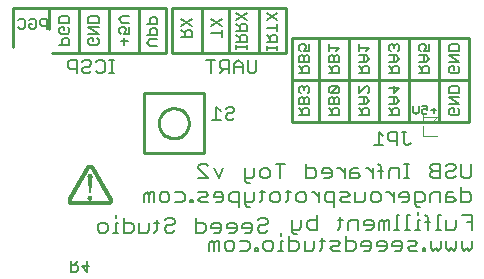
<source format=gbo>
G75*
G70*
%OFA0B0*%
%FSLAX24Y24*%
%IPPOS*%
%LPD*%
%AMOC8*
5,1,8,0,0,1.08239X$1,22.5*
%
%ADD10C,0.0050*%
%ADD11C,0.0070*%
%ADD12C,0.0100*%
%ADD13C,0.0086*%
%ADD14C,0.0060*%
%ADD15R,0.0006X0.0006*%
%ADD16R,0.0006X0.0006*%
%ADD17R,0.0006X0.0006*%
%ADD18R,0.0006X0.0006*%
%ADD19C,0.0040*%
D10*
X003768Y005326D02*
X003943Y005326D01*
X004001Y005385D01*
X004001Y005501D01*
X003943Y005560D01*
X003768Y005560D01*
X003768Y005676D02*
X003768Y005326D01*
X004136Y005501D02*
X004370Y005501D01*
X004311Y005326D02*
X004136Y005501D01*
X004001Y005676D02*
X003885Y005560D01*
X004311Y005676D02*
X004311Y005326D01*
X011368Y010532D02*
X011718Y010532D01*
X011718Y010707D01*
X011660Y010765D01*
X011543Y010765D01*
X011485Y010707D01*
X011485Y010532D01*
X011485Y010648D02*
X011368Y010765D01*
X011368Y010900D02*
X011368Y011075D01*
X011426Y011133D01*
X011485Y011133D01*
X011543Y011075D01*
X011543Y010900D01*
X011543Y011075D02*
X011601Y011133D01*
X011660Y011133D01*
X011718Y011075D01*
X011718Y010900D01*
X011368Y010900D01*
X011426Y011268D02*
X011368Y011327D01*
X011368Y011443D01*
X011426Y011502D01*
X011485Y011502D01*
X011543Y011443D01*
X011543Y011385D01*
X011543Y011443D02*
X011601Y011502D01*
X011660Y011502D01*
X011718Y011443D01*
X011718Y011327D01*
X011660Y011268D01*
X012368Y011327D02*
X012426Y011268D01*
X012660Y011502D01*
X012426Y011502D01*
X012368Y011443D01*
X012368Y011327D01*
X012426Y011268D02*
X012660Y011268D01*
X012718Y011327D01*
X012718Y011443D01*
X012660Y011502D01*
X012660Y011133D02*
X012601Y011133D01*
X012543Y011075D01*
X012543Y010900D01*
X012543Y010765D02*
X012485Y010707D01*
X012485Y010532D01*
X012485Y010648D02*
X012368Y010765D01*
X012368Y010900D02*
X012368Y011075D01*
X012426Y011133D01*
X012485Y011133D01*
X012543Y011075D01*
X012660Y011133D02*
X012718Y011075D01*
X012718Y010900D01*
X012368Y010900D01*
X012543Y010765D02*
X012660Y010765D01*
X012718Y010707D01*
X012718Y010532D01*
X012368Y010532D01*
X013368Y010532D02*
X013718Y010532D01*
X013718Y010707D01*
X013660Y010765D01*
X013543Y010765D01*
X013485Y010707D01*
X013485Y010532D01*
X013485Y010648D02*
X013368Y010765D01*
X013368Y010900D02*
X013601Y010900D01*
X013718Y011017D01*
X013601Y011133D01*
X013368Y011133D01*
X013368Y011268D02*
X013601Y011502D01*
X013660Y011502D01*
X013718Y011443D01*
X013718Y011327D01*
X013660Y011268D01*
X013543Y011133D02*
X013543Y010900D01*
X013368Y011268D02*
X013368Y011502D01*
X013368Y011932D02*
X013718Y011932D01*
X013718Y012107D01*
X013660Y012165D01*
X013543Y012165D01*
X013485Y012107D01*
X013485Y011932D01*
X013485Y012048D02*
X013368Y012165D01*
X013368Y012300D02*
X013601Y012300D01*
X013718Y012417D01*
X013601Y012533D01*
X013368Y012533D01*
X013368Y012668D02*
X013368Y012902D01*
X013368Y012785D02*
X013718Y012785D01*
X013601Y012668D01*
X013543Y012533D02*
X013543Y012300D01*
X012718Y012300D02*
X012718Y012475D01*
X012660Y012533D01*
X012601Y012533D01*
X012543Y012475D01*
X012543Y012300D01*
X012543Y012165D02*
X012485Y012107D01*
X012485Y011932D01*
X012485Y012048D02*
X012368Y012165D01*
X012368Y012300D02*
X012368Y012475D01*
X012426Y012533D01*
X012485Y012533D01*
X012543Y012475D01*
X012601Y012668D02*
X012718Y012785D01*
X012368Y012785D01*
X012368Y012668D02*
X012368Y012902D01*
X011718Y012902D02*
X011718Y012668D01*
X011543Y012668D01*
X011601Y012785D01*
X011601Y012843D01*
X011543Y012902D01*
X011426Y012902D01*
X011368Y012843D01*
X011368Y012727D01*
X011426Y012668D01*
X011426Y012533D02*
X011368Y012475D01*
X011368Y012300D01*
X011718Y012300D01*
X011718Y012475D01*
X011660Y012533D01*
X011601Y012533D01*
X011543Y012475D01*
X011543Y012300D01*
X011543Y012165D02*
X011485Y012107D01*
X011485Y011932D01*
X011485Y012048D02*
X011368Y012165D01*
X011543Y012165D02*
X011660Y012165D01*
X011718Y012107D01*
X011718Y011932D01*
X011368Y011932D01*
X011543Y012475D02*
X011485Y012533D01*
X011426Y012533D01*
X010658Y012726D02*
X010658Y012843D01*
X010658Y012784D02*
X010308Y012784D01*
X010308Y012726D02*
X010308Y012843D01*
X010308Y012972D02*
X010658Y012972D01*
X010658Y013147D01*
X010600Y013205D01*
X010483Y013205D01*
X010425Y013147D01*
X010425Y012972D01*
X010425Y013088D02*
X010308Y013205D01*
X010308Y013457D02*
X010658Y013457D01*
X010658Y013573D02*
X010658Y013340D01*
X010658Y013708D02*
X010308Y013942D01*
X010308Y013708D02*
X010658Y013942D01*
X009638Y013962D02*
X009288Y013728D01*
X009288Y013593D02*
X009405Y013477D01*
X009405Y013535D02*
X009405Y013360D01*
X009288Y013360D02*
X009638Y013360D01*
X009638Y013535D01*
X009580Y013593D01*
X009463Y013593D01*
X009405Y013535D01*
X009638Y013728D02*
X009288Y013962D01*
X008808Y013752D02*
X008458Y013518D01*
X008458Y013752D02*
X008808Y013518D01*
X008808Y013383D02*
X008808Y013150D01*
X008808Y013267D02*
X008458Y013267D01*
X007808Y013325D02*
X007808Y013150D01*
X007458Y013150D01*
X007575Y013150D02*
X007575Y013325D01*
X007633Y013383D01*
X007750Y013383D01*
X007808Y013325D01*
X007808Y013518D02*
X007458Y013752D01*
X007458Y013518D02*
X007808Y013752D01*
X007458Y013383D02*
X007575Y013267D01*
X006648Y013210D02*
X006648Y013385D01*
X006590Y013443D01*
X006473Y013443D01*
X006415Y013385D01*
X006415Y013210D01*
X006298Y013210D02*
X006648Y013210D01*
X006648Y013075D02*
X006415Y013075D01*
X006298Y012958D01*
X006415Y012842D01*
X006648Y012842D01*
X005660Y012998D02*
X005426Y012998D01*
X005543Y012882D02*
X005543Y013115D01*
X005543Y013250D02*
X005601Y013367D01*
X005601Y013425D01*
X005543Y013483D01*
X005426Y013483D01*
X005368Y013425D01*
X005368Y013308D01*
X005426Y013250D01*
X005543Y013250D02*
X005718Y013250D01*
X005718Y013483D01*
X005718Y013618D02*
X005485Y013618D01*
X005368Y013735D01*
X005485Y013852D01*
X005718Y013852D01*
X006298Y013578D02*
X006648Y013578D01*
X006648Y013753D01*
X006590Y013812D01*
X006473Y013812D01*
X006415Y013753D01*
X006415Y013578D01*
X004698Y013618D02*
X004698Y013793D01*
X004640Y013852D01*
X004406Y013852D01*
X004348Y013793D01*
X004348Y013618D01*
X004698Y013618D01*
X004698Y013483D02*
X004348Y013483D01*
X004698Y013250D01*
X004348Y013250D01*
X004406Y013115D02*
X004523Y013115D01*
X004523Y012998D01*
X004640Y012882D02*
X004406Y012882D01*
X004348Y012940D01*
X004348Y013057D01*
X004406Y013115D01*
X004640Y013115D02*
X004698Y013057D01*
X004698Y012940D01*
X004640Y012882D01*
X003718Y012882D02*
X003718Y013057D01*
X003660Y013115D01*
X003543Y013115D01*
X003485Y013057D01*
X003485Y012882D01*
X003368Y012882D02*
X003718Y012882D01*
X003660Y013250D02*
X003426Y013250D01*
X003368Y013308D01*
X003368Y013425D01*
X003426Y013483D01*
X003543Y013483D01*
X003543Y013367D01*
X003660Y013483D02*
X003718Y013425D01*
X003718Y013308D01*
X003660Y013250D01*
X003718Y013618D02*
X003368Y013618D01*
X003368Y013793D01*
X003426Y013852D01*
X003660Y013852D01*
X003718Y013793D01*
X003718Y013618D01*
X002973Y013523D02*
X002798Y013523D01*
X002739Y013582D01*
X002739Y013698D01*
X002798Y013757D01*
X002973Y013757D01*
X002973Y013406D01*
X002604Y013465D02*
X002604Y013698D01*
X002546Y013757D01*
X002429Y013757D01*
X002371Y013698D01*
X002371Y013582D02*
X002488Y013582D01*
X002371Y013582D02*
X002371Y013465D01*
X002429Y013406D01*
X002546Y013406D01*
X002604Y013465D01*
X002236Y013465D02*
X002236Y013698D01*
X002178Y013757D01*
X002061Y013757D01*
X002003Y013698D01*
X002003Y013465D02*
X002061Y013406D01*
X002178Y013406D01*
X002236Y013465D01*
X009288Y013225D02*
X009405Y013108D01*
X009405Y013167D02*
X009405Y012992D01*
X009288Y012992D02*
X009638Y012992D01*
X009638Y013167D01*
X009580Y013225D01*
X009463Y013225D01*
X009405Y013167D01*
X009288Y012863D02*
X009288Y012746D01*
X009288Y012804D02*
X009638Y012804D01*
X009638Y012746D02*
X009638Y012863D01*
X012368Y012300D02*
X012718Y012300D01*
X012660Y012165D02*
X012543Y012165D01*
X012660Y012165D02*
X012718Y012107D01*
X012718Y011932D01*
X012368Y011932D01*
X014368Y011932D02*
X014718Y011932D01*
X014718Y012107D01*
X014660Y012165D01*
X014543Y012165D01*
X014485Y012107D01*
X014485Y011932D01*
X014485Y012048D02*
X014368Y012165D01*
X014368Y012300D02*
X014601Y012300D01*
X014718Y012417D01*
X014601Y012533D01*
X014368Y012533D01*
X014426Y012668D02*
X014368Y012727D01*
X014368Y012843D01*
X014426Y012902D01*
X014485Y012902D01*
X014543Y012843D01*
X014543Y012785D01*
X014543Y012843D02*
X014601Y012902D01*
X014660Y012902D01*
X014718Y012843D01*
X014718Y012727D01*
X014660Y012668D01*
X014543Y012533D02*
X014543Y012300D01*
X015368Y012300D02*
X015601Y012300D01*
X015718Y012417D01*
X015601Y012533D01*
X015368Y012533D01*
X015426Y012668D02*
X015368Y012727D01*
X015368Y012843D01*
X015426Y012902D01*
X015543Y012902D01*
X015601Y012843D01*
X015601Y012785D01*
X015543Y012668D01*
X015718Y012668D01*
X015718Y012902D01*
X015543Y012533D02*
X015543Y012300D01*
X015543Y012165D02*
X015485Y012107D01*
X015485Y011932D01*
X015485Y012048D02*
X015368Y012165D01*
X015543Y012165D02*
X015660Y012165D01*
X015718Y012107D01*
X015718Y011932D01*
X015368Y011932D01*
X014718Y011443D02*
X014368Y011443D01*
X014543Y011502D02*
X014543Y011268D01*
X014718Y011443D01*
X014601Y011133D02*
X014368Y011133D01*
X014543Y011133D02*
X014543Y010900D01*
X014601Y010900D02*
X014718Y011017D01*
X014601Y011133D01*
X014601Y010900D02*
X014368Y010900D01*
X014368Y010765D02*
X014485Y010648D01*
X014485Y010707D02*
X014485Y010532D01*
X014368Y010532D02*
X014718Y010532D01*
X014718Y010707D01*
X014660Y010765D01*
X014543Y010765D01*
X014485Y010707D01*
X015182Y010657D02*
X015182Y010837D01*
X015362Y010837D02*
X015362Y010657D01*
X015272Y010566D01*
X015182Y010657D01*
X015477Y010702D02*
X015477Y010611D01*
X015522Y010566D01*
X015612Y010566D01*
X015657Y010611D01*
X015657Y010702D02*
X015567Y010747D01*
X015522Y010747D01*
X015477Y010702D01*
X015477Y010837D02*
X015657Y010837D01*
X015657Y010702D01*
X015772Y010702D02*
X015952Y010702D01*
X015862Y010792D02*
X015862Y010611D01*
X016368Y010590D02*
X016368Y010707D01*
X016426Y010765D01*
X016543Y010765D01*
X016543Y010648D01*
X016660Y010532D02*
X016426Y010532D01*
X016368Y010590D01*
X016660Y010532D02*
X016718Y010590D01*
X016718Y010707D01*
X016660Y010765D01*
X016718Y010900D02*
X016368Y010900D01*
X016368Y011133D02*
X016718Y011133D01*
X016718Y011268D02*
X016718Y011443D01*
X016660Y011502D01*
X016426Y011502D01*
X016368Y011443D01*
X016368Y011268D01*
X016718Y011268D01*
X016718Y010900D02*
X016368Y011133D01*
X016426Y011932D02*
X016368Y011990D01*
X016368Y012107D01*
X016426Y012165D01*
X016543Y012165D01*
X016543Y012048D01*
X016660Y011932D02*
X016426Y011932D01*
X016660Y011932D02*
X016718Y011990D01*
X016718Y012107D01*
X016660Y012165D01*
X016718Y012300D02*
X016368Y012533D01*
X016718Y012533D01*
X016718Y012668D02*
X016368Y012668D01*
X016368Y012843D01*
X016426Y012902D01*
X016660Y012902D01*
X016718Y012843D01*
X016718Y012668D01*
X016718Y012300D02*
X016368Y012300D01*
D11*
X016347Y008927D02*
X016510Y008927D01*
X016592Y008845D01*
X016592Y008763D01*
X016510Y008682D01*
X016347Y008682D01*
X016265Y008600D01*
X016265Y008518D01*
X016347Y008436D01*
X016510Y008436D01*
X016592Y008518D01*
X016781Y008518D02*
X016781Y008927D01*
X017108Y008927D02*
X017108Y008518D01*
X017026Y008436D01*
X016863Y008436D01*
X016781Y008518D01*
X016781Y008137D02*
X016781Y007646D01*
X017026Y007646D01*
X017108Y007728D01*
X017108Y007892D01*
X017026Y007973D01*
X016781Y007973D01*
X016510Y007973D02*
X016347Y007973D01*
X016265Y007892D01*
X016265Y007646D01*
X016510Y007646D01*
X016592Y007728D01*
X016510Y007810D01*
X016265Y007810D01*
X016077Y007973D02*
X015831Y007973D01*
X015750Y007892D01*
X015750Y007646D01*
X015561Y007728D02*
X015479Y007646D01*
X015234Y007646D01*
X015234Y007565D02*
X015234Y007973D01*
X015479Y007973D01*
X015561Y007892D01*
X015561Y007728D01*
X015397Y007483D02*
X015316Y007483D01*
X015234Y007565D01*
X015045Y007728D02*
X015045Y007892D01*
X014964Y007973D01*
X014800Y007973D01*
X014718Y007892D01*
X014718Y007810D01*
X015045Y007810D01*
X015045Y007728D02*
X014964Y007646D01*
X014800Y007646D01*
X014530Y007646D02*
X014530Y007973D01*
X014530Y007810D02*
X014366Y007973D01*
X014284Y007973D01*
X014100Y007892D02*
X014100Y007728D01*
X014018Y007646D01*
X013855Y007646D01*
X013773Y007728D01*
X013773Y007892D01*
X013855Y007973D01*
X014018Y007973D01*
X014100Y007892D01*
X013584Y007973D02*
X013584Y007728D01*
X013503Y007646D01*
X013257Y007646D01*
X013257Y007973D01*
X013069Y007892D02*
X012987Y007810D01*
X012824Y007810D01*
X012742Y007728D01*
X012824Y007646D01*
X013069Y007646D01*
X013069Y007892D02*
X012987Y007973D01*
X012742Y007973D01*
X012553Y007973D02*
X012308Y007973D01*
X012226Y007892D01*
X012226Y007728D01*
X012308Y007646D01*
X012553Y007646D01*
X012553Y007483D02*
X012553Y007973D01*
X012037Y007973D02*
X012037Y007646D01*
X012037Y007810D02*
X011874Y007973D01*
X011792Y007973D01*
X011608Y007892D02*
X011608Y007728D01*
X011526Y007646D01*
X011363Y007646D01*
X011281Y007728D01*
X011281Y007892D01*
X011363Y007973D01*
X011526Y007973D01*
X011608Y007892D01*
X011092Y007973D02*
X010929Y007973D01*
X011010Y008055D02*
X011010Y007728D01*
X010929Y007646D01*
X010748Y007728D02*
X010748Y007892D01*
X010667Y007973D01*
X010503Y007973D01*
X010421Y007892D01*
X010421Y007728D01*
X010503Y007646D01*
X010667Y007646D01*
X010748Y007728D01*
X010233Y007973D02*
X010069Y007973D01*
X010151Y008055D02*
X010151Y007728D01*
X010069Y007646D01*
X009889Y007728D02*
X009807Y007646D01*
X009562Y007646D01*
X009562Y007565D02*
X009644Y007483D01*
X009726Y007483D01*
X009562Y007565D02*
X009562Y007973D01*
X009373Y007973D02*
X009128Y007973D01*
X009046Y007892D01*
X009046Y007728D01*
X009128Y007646D01*
X009373Y007646D01*
X009373Y007483D02*
X009373Y007973D01*
X008858Y007892D02*
X008858Y007728D01*
X008776Y007646D01*
X008613Y007646D01*
X008531Y007810D02*
X008858Y007810D01*
X008858Y007892D02*
X008776Y007973D01*
X008613Y007973D01*
X008531Y007892D01*
X008531Y007810D01*
X008342Y007892D02*
X008260Y007973D01*
X008015Y007973D01*
X008097Y007810D02*
X008260Y007810D01*
X008342Y007892D01*
X008342Y007646D02*
X008097Y007646D01*
X008015Y007728D01*
X008097Y007810D01*
X007827Y007728D02*
X007745Y007728D01*
X007745Y007646D01*
X007827Y007646D01*
X007827Y007728D01*
X007569Y007728D02*
X007487Y007646D01*
X007242Y007646D01*
X007053Y007728D02*
X007053Y007892D01*
X006971Y007973D01*
X006808Y007973D01*
X006726Y007892D01*
X006726Y007728D01*
X006808Y007646D01*
X006971Y007646D01*
X007053Y007728D01*
X007242Y007973D02*
X007487Y007973D01*
X007569Y007892D01*
X007569Y007728D01*
X007938Y007117D02*
X007938Y006626D01*
X008184Y006626D01*
X008265Y006708D01*
X008265Y006872D01*
X008184Y006953D01*
X007938Y006953D01*
X008454Y006872D02*
X008454Y006790D01*
X008781Y006790D01*
X008781Y006872D02*
X008699Y006953D01*
X008536Y006953D01*
X008454Y006872D01*
X008536Y006626D02*
X008699Y006626D01*
X008781Y006708D01*
X008781Y006872D01*
X008970Y006872D02*
X008970Y006790D01*
X009297Y006790D01*
X009297Y006872D02*
X009215Y006953D01*
X009051Y006953D01*
X008970Y006872D01*
X009051Y006626D02*
X009215Y006626D01*
X009297Y006708D01*
X009297Y006872D01*
X009485Y006872D02*
X009485Y006790D01*
X009812Y006790D01*
X009812Y006872D02*
X009730Y006953D01*
X009567Y006953D01*
X009485Y006872D01*
X009567Y006626D02*
X009730Y006626D01*
X009812Y006708D01*
X009812Y006872D01*
X010001Y006790D02*
X010001Y006708D01*
X010083Y006626D01*
X010246Y006626D01*
X010328Y006708D01*
X010246Y006872D02*
X010083Y006872D01*
X010001Y006790D01*
X010001Y007035D02*
X010083Y007117D01*
X010246Y007117D01*
X010328Y007035D01*
X010328Y006953D01*
X010246Y006872D01*
X010773Y006599D02*
X010773Y006517D01*
X010773Y006353D02*
X010773Y006026D01*
X010854Y006026D02*
X010691Y006026D01*
X010511Y006108D02*
X010511Y006272D01*
X010429Y006353D01*
X010265Y006353D01*
X010184Y006272D01*
X010184Y006108D01*
X010265Y006026D01*
X010429Y006026D01*
X010511Y006108D01*
X010773Y006353D02*
X010854Y006353D01*
X011043Y006353D02*
X011288Y006353D01*
X011370Y006272D01*
X011370Y006108D01*
X011288Y006026D01*
X011043Y006026D01*
X011043Y006517D01*
X011129Y006645D02*
X011211Y006563D01*
X011293Y006563D01*
X011374Y006726D02*
X011129Y006726D01*
X011129Y006645D02*
X011129Y007053D01*
X011456Y007053D02*
X011456Y006808D01*
X011374Y006726D01*
X011645Y006808D02*
X011645Y006972D01*
X011726Y007053D01*
X011972Y007053D01*
X011972Y007217D02*
X011972Y006726D01*
X011726Y006726D01*
X011645Y006808D01*
X012148Y006435D02*
X012148Y006108D01*
X012066Y006026D01*
X011886Y006108D02*
X011886Y006353D01*
X012066Y006353D02*
X012229Y006353D01*
X012418Y006353D02*
X012663Y006353D01*
X012745Y006272D01*
X012663Y006190D01*
X012500Y006190D01*
X012418Y006108D01*
X012500Y006026D01*
X012745Y006026D01*
X012934Y006026D02*
X013179Y006026D01*
X013261Y006108D01*
X013261Y006272D01*
X013179Y006353D01*
X012934Y006353D01*
X012934Y006517D02*
X012934Y006026D01*
X013449Y006190D02*
X013776Y006190D01*
X013776Y006272D02*
X013695Y006353D01*
X013531Y006353D01*
X013449Y006272D01*
X013449Y006190D01*
X013531Y006026D02*
X013695Y006026D01*
X013776Y006108D01*
X013776Y006272D01*
X013965Y006272D02*
X013965Y006190D01*
X014292Y006190D01*
X014292Y006272D02*
X014210Y006353D01*
X014047Y006353D01*
X013965Y006272D01*
X014047Y006026D02*
X014210Y006026D01*
X014292Y006108D01*
X014292Y006272D01*
X014481Y006272D02*
X014481Y006190D01*
X014808Y006190D01*
X014808Y006272D02*
X014726Y006353D01*
X014562Y006353D01*
X014481Y006272D01*
X014562Y006026D02*
X014726Y006026D01*
X014808Y006108D01*
X014808Y006272D01*
X014996Y006353D02*
X015241Y006353D01*
X015323Y006272D01*
X015241Y006190D01*
X015078Y006190D01*
X014996Y006108D01*
X015078Y006026D01*
X015323Y006026D01*
X015499Y006026D02*
X015581Y006026D01*
X015581Y006108D01*
X015499Y006108D01*
X015499Y006026D01*
X015770Y006108D02*
X015770Y006353D01*
X015770Y006108D02*
X015851Y006026D01*
X015933Y006108D01*
X016015Y006026D01*
X016097Y006108D01*
X016097Y006353D01*
X016285Y006353D02*
X016285Y006108D01*
X016367Y006026D01*
X016449Y006108D01*
X016530Y006026D01*
X016612Y006108D01*
X016612Y006353D01*
X016801Y006353D02*
X016801Y006108D01*
X016883Y006026D01*
X016964Y006108D01*
X017046Y006026D01*
X017128Y006108D01*
X017128Y006353D01*
X017128Y006726D02*
X017128Y007217D01*
X016801Y007217D01*
X016612Y007053D02*
X016612Y006808D01*
X016530Y006726D01*
X016285Y006726D01*
X016285Y007053D01*
X016097Y007217D02*
X016015Y007217D01*
X016015Y006726D01*
X016097Y006726D02*
X015933Y006726D01*
X015671Y006726D02*
X015671Y007135D01*
X015589Y007217D01*
X015409Y007053D02*
X015327Y007053D01*
X015327Y006726D01*
X015246Y006726D02*
X015409Y006726D01*
X015589Y006972D02*
X015753Y006972D01*
X015065Y006726D02*
X014902Y006726D01*
X014984Y006726D02*
X014984Y007217D01*
X015065Y007217D01*
X015327Y007217D02*
X015327Y007299D01*
X014722Y007217D02*
X014640Y007217D01*
X014640Y006726D01*
X014722Y006726D02*
X014558Y006726D01*
X014378Y006726D02*
X014378Y007053D01*
X014296Y007053D01*
X014214Y006972D01*
X014133Y007053D01*
X014051Y006972D01*
X014051Y006726D01*
X014214Y006726D02*
X014214Y006972D01*
X013862Y006972D02*
X013781Y007053D01*
X013617Y007053D01*
X013535Y006972D01*
X013535Y006890D01*
X013862Y006890D01*
X013862Y006808D02*
X013862Y006972D01*
X013862Y006808D02*
X013781Y006726D01*
X013617Y006726D01*
X013347Y006726D02*
X013347Y007053D01*
X013101Y007053D01*
X013020Y006972D01*
X013020Y006726D01*
X012749Y006808D02*
X012668Y006726D01*
X012749Y006808D02*
X012749Y007135D01*
X012831Y007053D02*
X012668Y007053D01*
X011559Y006353D02*
X011559Y006026D01*
X011804Y006026D01*
X011886Y006108D01*
X009995Y006108D02*
X009913Y006108D01*
X009913Y006026D01*
X009995Y006026D01*
X009995Y006108D01*
X009737Y006108D02*
X009737Y006272D01*
X009655Y006353D01*
X009410Y006353D01*
X009222Y006272D02*
X009222Y006108D01*
X009140Y006026D01*
X008976Y006026D01*
X008895Y006108D01*
X008895Y006272D01*
X008976Y006353D01*
X009140Y006353D01*
X009222Y006272D01*
X009410Y006026D02*
X009655Y006026D01*
X009737Y006108D01*
X008706Y006026D02*
X008706Y006353D01*
X008624Y006353D01*
X008542Y006272D01*
X008461Y006353D01*
X008379Y006272D01*
X008379Y006026D01*
X008542Y006026D02*
X008542Y006272D01*
X007234Y006708D02*
X007152Y006626D01*
X006989Y006626D01*
X006907Y006708D01*
X006907Y006790D01*
X006989Y006872D01*
X007152Y006872D01*
X007234Y006953D01*
X007234Y007035D01*
X007152Y007117D01*
X006989Y007117D01*
X006907Y007035D01*
X006718Y006953D02*
X006555Y006953D01*
X006637Y007035D02*
X006637Y006708D01*
X006555Y006626D01*
X006375Y006708D02*
X006375Y006953D01*
X006375Y006708D02*
X006293Y006626D01*
X006048Y006626D01*
X006048Y006953D01*
X005859Y006872D02*
X005859Y006708D01*
X005777Y006626D01*
X005532Y006626D01*
X005532Y007117D01*
X005532Y006953D02*
X005777Y006953D01*
X005859Y006872D01*
X005343Y006953D02*
X005262Y006953D01*
X005262Y006626D01*
X005343Y006626D02*
X005180Y006626D01*
X005000Y006708D02*
X004918Y006626D01*
X004754Y006626D01*
X004673Y006708D01*
X004673Y006872D01*
X004754Y006953D01*
X004918Y006953D01*
X005000Y006872D01*
X005000Y006708D01*
X005262Y007117D02*
X005262Y007199D01*
X006211Y007646D02*
X006211Y007892D01*
X006292Y007973D01*
X006374Y007892D01*
X006374Y007646D01*
X006537Y007646D02*
X006537Y007973D01*
X006456Y007973D01*
X006374Y007892D01*
X008015Y008436D02*
X008342Y008436D01*
X008015Y008763D01*
X008015Y008845D01*
X008097Y008927D01*
X008260Y008927D01*
X008342Y008845D01*
X008531Y008763D02*
X008694Y008436D01*
X008858Y008763D01*
X009562Y008763D02*
X009562Y008355D01*
X009644Y008273D01*
X009726Y008273D01*
X009807Y008436D02*
X009562Y008436D01*
X009807Y008436D02*
X009889Y008518D01*
X009889Y008763D01*
X010078Y008682D02*
X010159Y008763D01*
X010323Y008763D01*
X010405Y008682D01*
X010405Y008518D01*
X010323Y008436D01*
X010159Y008436D01*
X010078Y008518D01*
X010078Y008682D01*
X010593Y008927D02*
X010920Y008927D01*
X010757Y008927D02*
X010757Y008436D01*
X011625Y008436D02*
X011625Y008927D01*
X011625Y008763D02*
X011870Y008763D01*
X011952Y008682D01*
X011952Y008518D01*
X011870Y008436D01*
X011625Y008436D01*
X012140Y008600D02*
X012467Y008600D01*
X012467Y008518D02*
X012467Y008682D01*
X012385Y008763D01*
X012222Y008763D01*
X012140Y008682D01*
X012140Y008600D01*
X012222Y008436D02*
X012385Y008436D01*
X012467Y008518D01*
X012652Y008763D02*
X012733Y008763D01*
X012897Y008600D01*
X012897Y008763D02*
X012897Y008436D01*
X013086Y008436D02*
X013331Y008436D01*
X013413Y008518D01*
X013331Y008600D01*
X013086Y008600D01*
X013086Y008682D02*
X013086Y008436D01*
X013086Y008682D02*
X013167Y008763D01*
X013331Y008763D01*
X013597Y008763D02*
X013679Y008763D01*
X013842Y008600D01*
X013842Y008763D02*
X013842Y008436D01*
X014104Y008436D02*
X014104Y008845D01*
X014022Y008927D01*
X014022Y008682D02*
X014186Y008682D01*
X014375Y008682D02*
X014375Y008436D01*
X014375Y008682D02*
X014456Y008763D01*
X014702Y008763D01*
X014702Y008436D01*
X014882Y008436D02*
X015045Y008436D01*
X014964Y008436D02*
X014964Y008927D01*
X015045Y008927D02*
X014882Y008927D01*
X015750Y008845D02*
X015750Y008763D01*
X015831Y008682D01*
X016077Y008682D01*
X016077Y008927D02*
X016077Y008436D01*
X015831Y008436D01*
X015750Y008518D01*
X015750Y008600D01*
X015831Y008682D01*
X015750Y008845D02*
X015831Y008927D01*
X016077Y008927D01*
X016265Y008845D02*
X016347Y008927D01*
X016077Y007973D02*
X016077Y007646D01*
X016964Y006972D02*
X017128Y006972D01*
X009889Y007728D02*
X009889Y007973D01*
D12*
X011143Y010311D02*
X011143Y011711D01*
X011143Y013111D01*
X012043Y013111D01*
X013043Y013111D01*
X014043Y013111D01*
X015043Y013111D01*
X016043Y013111D01*
X017043Y013111D01*
X017043Y011711D01*
X017043Y010311D01*
X016043Y010311D01*
X016043Y013111D01*
X015043Y013111D02*
X015043Y010311D01*
X014043Y010311D01*
X014043Y013111D01*
X013043Y013111D02*
X013043Y010311D01*
X012043Y010311D01*
X012043Y013111D01*
X010943Y012611D02*
X010043Y012611D01*
X010043Y014111D01*
X010943Y014111D01*
X010943Y012611D01*
X010043Y012611D02*
X009043Y012611D01*
X009043Y014111D01*
X010043Y014111D01*
X009043Y014111D02*
X008143Y014111D01*
X008143Y012611D01*
X007143Y012611D01*
X007143Y014111D01*
X008143Y014111D01*
X006943Y014111D02*
X006043Y014111D01*
X006043Y012611D01*
X005043Y012611D01*
X005043Y014111D01*
X004043Y014111D01*
X004043Y012611D01*
X003143Y012611D01*
X004043Y012611D02*
X005043Y012611D01*
X006043Y012611D02*
X006943Y012611D01*
X006943Y014111D01*
X006043Y014111D02*
X005043Y014111D01*
X004043Y014111D02*
X003043Y014111D01*
X003043Y013411D01*
X003043Y014111D02*
X001843Y014111D01*
X001843Y012811D01*
X008143Y012611D02*
X009043Y012611D01*
X011143Y011711D02*
X017043Y011711D01*
X016043Y010311D02*
X015043Y010311D01*
X014043Y010311D02*
X013043Y010311D01*
X012043Y010311D02*
X011143Y010311D01*
D13*
X008203Y011271D02*
X008203Y009271D01*
X006203Y009271D01*
X006203Y011271D01*
X008203Y011271D01*
X006703Y010271D02*
X006705Y010315D01*
X006711Y010359D01*
X006721Y010402D01*
X006734Y010444D01*
X006751Y010485D01*
X006772Y010524D01*
X006796Y010561D01*
X006823Y010596D01*
X006853Y010628D01*
X006886Y010658D01*
X006922Y010684D01*
X006959Y010708D01*
X006999Y010727D01*
X007040Y010744D01*
X007083Y010756D01*
X007126Y010765D01*
X007170Y010770D01*
X007214Y010771D01*
X007258Y010768D01*
X007302Y010761D01*
X007345Y010750D01*
X007387Y010736D01*
X007427Y010718D01*
X007466Y010696D01*
X007502Y010672D01*
X007536Y010644D01*
X007568Y010613D01*
X007597Y010579D01*
X007623Y010543D01*
X007645Y010505D01*
X007664Y010465D01*
X007679Y010423D01*
X007691Y010381D01*
X007699Y010337D01*
X007703Y010293D01*
X007703Y010249D01*
X007699Y010205D01*
X007691Y010161D01*
X007679Y010119D01*
X007664Y010077D01*
X007645Y010037D01*
X007623Y009999D01*
X007597Y009963D01*
X007568Y009929D01*
X007536Y009898D01*
X007502Y009870D01*
X007466Y009846D01*
X007427Y009824D01*
X007387Y009806D01*
X007345Y009792D01*
X007302Y009781D01*
X007258Y009774D01*
X007214Y009771D01*
X007170Y009772D01*
X007126Y009777D01*
X007083Y009786D01*
X007040Y009798D01*
X006999Y009815D01*
X006959Y009834D01*
X006922Y009858D01*
X006886Y009884D01*
X006853Y009914D01*
X006823Y009946D01*
X006796Y009981D01*
X006772Y010018D01*
X006751Y010057D01*
X006734Y010098D01*
X006721Y010140D01*
X006711Y010183D01*
X006705Y010227D01*
X006703Y010271D01*
D14*
X008470Y010381D02*
X008763Y010381D01*
X008616Y010381D02*
X008616Y010822D01*
X008763Y010675D01*
X008930Y010748D02*
X009003Y010822D01*
X009150Y010822D01*
X009224Y010748D01*
X009224Y010675D01*
X009150Y010602D01*
X009003Y010602D01*
X008930Y010528D01*
X008930Y010455D01*
X009003Y010381D01*
X009150Y010381D01*
X009224Y010455D01*
X009200Y011941D02*
X009200Y012235D01*
X009347Y012382D01*
X009494Y012235D01*
X009494Y011941D01*
X009661Y012015D02*
X009661Y012382D01*
X009494Y012162D02*
X009200Y012162D01*
X009034Y012088D02*
X008814Y012088D01*
X008740Y012162D01*
X008740Y012308D01*
X008814Y012382D01*
X009034Y012382D01*
X009034Y011941D01*
X008887Y012088D02*
X008740Y011941D01*
X008427Y011941D02*
X008427Y012382D01*
X008573Y012382D02*
X008280Y012382D01*
X009661Y012015D02*
X009734Y011941D01*
X009881Y011941D01*
X009954Y012015D01*
X009954Y012382D01*
X014026Y009982D02*
X014026Y009541D01*
X013880Y009541D02*
X014173Y009541D01*
X014340Y009762D02*
X014413Y009688D01*
X014634Y009688D01*
X014634Y009541D02*
X014634Y009982D01*
X014413Y009982D01*
X014340Y009908D01*
X014340Y009762D01*
X014173Y009835D02*
X014026Y009982D01*
X014800Y009982D02*
X014947Y009982D01*
X014874Y009982D02*
X014874Y009615D01*
X014947Y009541D01*
X015021Y009541D01*
X015094Y009615D01*
X005201Y011941D02*
X005054Y011941D01*
X005128Y011941D02*
X005128Y012382D01*
X005201Y012382D02*
X005054Y012382D01*
X004894Y012308D02*
X004894Y012015D01*
X004821Y011941D01*
X004674Y011941D01*
X004600Y012015D01*
X004434Y012015D02*
X004360Y011941D01*
X004214Y011941D01*
X004140Y012015D01*
X004140Y012088D01*
X004214Y012162D01*
X004360Y012162D01*
X004434Y012235D01*
X004434Y012308D01*
X004360Y012382D01*
X004214Y012382D01*
X004140Y012308D01*
X003973Y012382D02*
X003973Y011941D01*
X003973Y012088D02*
X003753Y012088D01*
X003680Y012162D01*
X003680Y012308D01*
X003753Y012382D01*
X003973Y012382D01*
X004600Y012308D02*
X004674Y012382D01*
X004821Y012382D01*
X004894Y012308D01*
D15*
X004472Y008854D03*
X004472Y008849D03*
X004484Y008849D03*
X004484Y008836D03*
X004484Y008824D03*
X004484Y008819D03*
X004472Y008819D03*
X004472Y008824D03*
X004472Y008836D03*
X004454Y008836D03*
X004454Y008824D03*
X004454Y008819D03*
X004442Y008819D03*
X004442Y008824D03*
X004442Y008836D03*
X004442Y008849D03*
X004442Y008854D03*
X004454Y008854D03*
X004454Y008849D03*
X004424Y008849D03*
X004424Y008854D03*
X004412Y008854D03*
X004412Y008849D03*
X004412Y008836D03*
X004412Y008824D03*
X004412Y008819D03*
X004424Y008819D03*
X004424Y008824D03*
X004424Y008836D03*
X004424Y008806D03*
X004424Y008794D03*
X004424Y008789D03*
X004412Y008789D03*
X004412Y008794D03*
X004412Y008806D03*
X004394Y008806D03*
X004394Y008794D03*
X004394Y008789D03*
X004382Y008789D03*
X004382Y008794D03*
X004382Y008806D03*
X004382Y008819D03*
X004382Y008824D03*
X004394Y008824D03*
X004394Y008819D03*
X004394Y008836D03*
X004382Y008836D03*
X004382Y008849D03*
X004394Y008849D03*
X004394Y008854D03*
X004364Y008836D03*
X004364Y008824D03*
X004364Y008819D03*
X004352Y008819D03*
X004352Y008824D03*
X004352Y008806D03*
X004352Y008794D03*
X004352Y008789D03*
X004364Y008789D03*
X004364Y008794D03*
X004364Y008806D03*
X004364Y008776D03*
X004364Y008764D03*
X004364Y008759D03*
X004352Y008759D03*
X004352Y008764D03*
X004352Y008776D03*
X004334Y008776D03*
X004334Y008764D03*
X004334Y008759D03*
X004322Y008759D03*
X004322Y008764D03*
X004322Y008776D03*
X004322Y008789D03*
X004322Y008794D03*
X004334Y008794D03*
X004334Y008789D03*
X004334Y008806D03*
X004322Y008806D03*
X004334Y008819D03*
X004304Y008776D03*
X004304Y008764D03*
X004304Y008759D03*
X004292Y008759D03*
X004292Y008746D03*
X004292Y008734D03*
X004292Y008729D03*
X004304Y008729D03*
X004304Y008734D03*
X004304Y008746D03*
X004322Y008746D03*
X004322Y008734D03*
X004322Y008729D03*
X004334Y008729D03*
X004334Y008734D03*
X004334Y008746D03*
X004352Y008746D03*
X004352Y008734D03*
X004352Y008729D03*
X004364Y008729D03*
X004364Y008734D03*
X004364Y008746D03*
X004382Y008746D03*
X004382Y008734D03*
X004382Y008729D03*
X004382Y008716D03*
X004364Y008716D03*
X004364Y008704D03*
X004364Y008699D03*
X004352Y008699D03*
X004352Y008704D03*
X004352Y008716D03*
X004334Y008716D03*
X004334Y008704D03*
X004334Y008699D03*
X004322Y008699D03*
X004322Y008704D03*
X004322Y008716D03*
X004304Y008716D03*
X004304Y008704D03*
X004304Y008699D03*
X004292Y008699D03*
X004292Y008704D03*
X004292Y008716D03*
X004274Y008716D03*
X004274Y008704D03*
X004274Y008699D03*
X004262Y008699D03*
X004262Y008704D03*
X004262Y008686D03*
X004262Y008674D03*
X004262Y008669D03*
X004274Y008669D03*
X004274Y008674D03*
X004274Y008686D03*
X004292Y008686D03*
X004292Y008674D03*
X004292Y008669D03*
X004304Y008669D03*
X004304Y008674D03*
X004304Y008686D03*
X004322Y008686D03*
X004322Y008674D03*
X004322Y008669D03*
X004334Y008669D03*
X004334Y008674D03*
X004334Y008686D03*
X004352Y008686D03*
X004352Y008674D03*
X004352Y008669D03*
X004364Y008686D03*
X004334Y008656D03*
X004334Y008644D03*
X004334Y008639D03*
X004322Y008639D03*
X004322Y008644D03*
X004322Y008656D03*
X004304Y008656D03*
X004304Y008644D03*
X004304Y008639D03*
X004292Y008639D03*
X004292Y008644D03*
X004292Y008656D03*
X004274Y008656D03*
X004274Y008644D03*
X004274Y008639D03*
X004262Y008639D03*
X004262Y008644D03*
X004262Y008656D03*
X004244Y008656D03*
X004244Y008644D03*
X004244Y008639D03*
X004232Y008639D03*
X004232Y008644D03*
X004232Y008656D03*
X004244Y008669D03*
X004244Y008674D03*
X004244Y008626D03*
X004244Y008614D03*
X004244Y008609D03*
X004232Y008609D03*
X004232Y008614D03*
X004232Y008626D03*
X004214Y008626D03*
X004214Y008614D03*
X004214Y008609D03*
X004202Y008609D03*
X004202Y008596D03*
X004202Y008584D03*
X004202Y008579D03*
X004214Y008579D03*
X004214Y008584D03*
X004214Y008596D03*
X004232Y008596D03*
X004232Y008584D03*
X004232Y008579D03*
X004244Y008579D03*
X004244Y008584D03*
X004244Y008596D03*
X004262Y008596D03*
X004262Y008584D03*
X004262Y008579D03*
X004274Y008579D03*
X004274Y008584D03*
X004274Y008596D03*
X004274Y008609D03*
X004274Y008614D03*
X004262Y008614D03*
X004262Y008609D03*
X004262Y008626D03*
X004274Y008626D03*
X004292Y008626D03*
X004292Y008614D03*
X004292Y008609D03*
X004304Y008609D03*
X004304Y008614D03*
X004304Y008626D03*
X004322Y008626D03*
X004322Y008614D03*
X004322Y008609D03*
X004334Y008626D03*
X004304Y008596D03*
X004304Y008584D03*
X004304Y008579D03*
X004292Y008579D03*
X004292Y008584D03*
X004292Y008596D03*
X004292Y008566D03*
X004292Y008554D03*
X004274Y008554D03*
X004274Y008549D03*
X004262Y008549D03*
X004262Y008554D03*
X004262Y008566D03*
X004274Y008566D03*
X004274Y008536D03*
X004274Y008524D03*
X004262Y008524D03*
X004262Y008519D03*
X004262Y008506D03*
X004244Y008506D03*
X004244Y008494D03*
X004244Y008489D03*
X004232Y008489D03*
X004232Y008494D03*
X004232Y008506D03*
X004232Y008519D03*
X004232Y008524D03*
X004244Y008524D03*
X004244Y008519D03*
X004244Y008536D03*
X004232Y008536D03*
X004232Y008549D03*
X004232Y008554D03*
X004244Y008554D03*
X004244Y008549D03*
X004244Y008566D03*
X004232Y008566D03*
X004214Y008566D03*
X004214Y008554D03*
X004214Y008549D03*
X004202Y008549D03*
X004202Y008554D03*
X004202Y008566D03*
X004184Y008566D03*
X004184Y008554D03*
X004184Y008549D03*
X004172Y008549D03*
X004172Y008554D03*
X004172Y008536D03*
X004172Y008524D03*
X004172Y008519D03*
X004184Y008519D03*
X004184Y008524D03*
X004184Y008536D03*
X004202Y008536D03*
X004202Y008524D03*
X004202Y008519D03*
X004214Y008519D03*
X004214Y008524D03*
X004214Y008536D03*
X004214Y008506D03*
X004214Y008494D03*
X004214Y008489D03*
X004202Y008489D03*
X004202Y008494D03*
X004202Y008506D03*
X004184Y008506D03*
X004184Y008494D03*
X004184Y008489D03*
X004172Y008489D03*
X004172Y008494D03*
X004172Y008506D03*
X004154Y008506D03*
X004154Y008494D03*
X004154Y008489D03*
X004142Y008489D03*
X004142Y008494D03*
X004142Y008476D03*
X004142Y008464D03*
X004142Y008459D03*
X004154Y008459D03*
X004154Y008464D03*
X004154Y008476D03*
X004172Y008476D03*
X004172Y008464D03*
X004172Y008459D03*
X004184Y008459D03*
X004184Y008464D03*
X004184Y008476D03*
X004202Y008476D03*
X004202Y008464D03*
X004202Y008459D03*
X004214Y008459D03*
X004214Y008464D03*
X004214Y008476D03*
X004232Y008476D03*
X004232Y008464D03*
X004232Y008459D03*
X004244Y008476D03*
X004214Y008446D03*
X004214Y008434D03*
X004214Y008429D03*
X004202Y008429D03*
X004202Y008434D03*
X004202Y008446D03*
X004184Y008446D03*
X004184Y008434D03*
X004184Y008429D03*
X004172Y008429D03*
X004172Y008434D03*
X004172Y008446D03*
X004154Y008446D03*
X004154Y008434D03*
X004154Y008429D03*
X004142Y008429D03*
X004142Y008434D03*
X004142Y008446D03*
X004124Y008446D03*
X004124Y008434D03*
X004124Y008429D03*
X004112Y008429D03*
X004112Y008434D03*
X004112Y008446D03*
X004124Y008459D03*
X004124Y008464D03*
X004124Y008416D03*
X004124Y008404D03*
X004124Y008399D03*
X004112Y008399D03*
X004112Y008404D03*
X004112Y008416D03*
X004094Y008416D03*
X004094Y008404D03*
X004094Y008399D03*
X004082Y008399D03*
X004082Y008386D03*
X004082Y008374D03*
X004082Y008369D03*
X004094Y008369D03*
X004094Y008374D03*
X004094Y008386D03*
X004112Y008386D03*
X004112Y008374D03*
X004112Y008369D03*
X004124Y008369D03*
X004124Y008374D03*
X004124Y008386D03*
X004142Y008386D03*
X004142Y008374D03*
X004142Y008369D03*
X004154Y008369D03*
X004154Y008374D03*
X004154Y008386D03*
X004154Y008399D03*
X004154Y008404D03*
X004142Y008404D03*
X004142Y008399D03*
X004142Y008416D03*
X004154Y008416D03*
X004172Y008416D03*
X004172Y008404D03*
X004172Y008399D03*
X004184Y008399D03*
X004184Y008404D03*
X004184Y008416D03*
X004202Y008416D03*
X004202Y008404D03*
X004184Y008386D03*
X004184Y008374D03*
X004184Y008369D03*
X004172Y008369D03*
X004172Y008374D03*
X004172Y008386D03*
X004172Y008356D03*
X004154Y008356D03*
X004154Y008344D03*
X004154Y008339D03*
X004142Y008339D03*
X004142Y008344D03*
X004142Y008356D03*
X004124Y008356D03*
X004124Y008344D03*
X004124Y008339D03*
X004112Y008339D03*
X004112Y008344D03*
X004112Y008356D03*
X004094Y008356D03*
X004094Y008344D03*
X004094Y008339D03*
X004082Y008339D03*
X004082Y008344D03*
X004082Y008356D03*
X004064Y008356D03*
X004064Y008344D03*
X004064Y008339D03*
X004052Y008339D03*
X004052Y008344D03*
X004052Y008326D03*
X004052Y008314D03*
X004052Y008309D03*
X004064Y008309D03*
X004064Y008314D03*
X004064Y008326D03*
X004082Y008326D03*
X004082Y008314D03*
X004082Y008309D03*
X004094Y008309D03*
X004094Y008314D03*
X004094Y008326D03*
X004112Y008326D03*
X004112Y008314D03*
X004112Y008309D03*
X004124Y008309D03*
X004124Y008314D03*
X004124Y008326D03*
X004142Y008326D03*
X004142Y008314D03*
X004142Y008309D03*
X004142Y008296D03*
X004124Y008296D03*
X004124Y008284D03*
X004124Y008279D03*
X004112Y008279D03*
X004112Y008284D03*
X004112Y008296D03*
X004094Y008296D03*
X004094Y008284D03*
X004094Y008279D03*
X004082Y008279D03*
X004082Y008284D03*
X004082Y008296D03*
X004064Y008296D03*
X004064Y008284D03*
X004064Y008279D03*
X004052Y008279D03*
X004052Y008284D03*
X004052Y008296D03*
X004034Y008296D03*
X004034Y008284D03*
X004034Y008279D03*
X004022Y008279D03*
X004022Y008284D03*
X004022Y008296D03*
X004034Y008309D03*
X004034Y008314D03*
X004034Y008266D03*
X004034Y008254D03*
X004034Y008249D03*
X004022Y008249D03*
X004022Y008254D03*
X004022Y008266D03*
X004004Y008254D03*
X004004Y008249D03*
X004004Y008236D03*
X004004Y008224D03*
X004004Y008219D03*
X003992Y008219D03*
X003992Y008224D03*
X003992Y008236D03*
X003974Y008219D03*
X003974Y008206D03*
X003974Y008194D03*
X003974Y008189D03*
X003962Y008189D03*
X003962Y008194D03*
X003962Y008176D03*
X003962Y008164D03*
X003962Y008159D03*
X003974Y008159D03*
X003974Y008164D03*
X003974Y008176D03*
X003992Y008176D03*
X003992Y008164D03*
X003992Y008159D03*
X004004Y008159D03*
X004004Y008164D03*
X004004Y008176D03*
X004004Y008189D03*
X004004Y008194D03*
X003992Y008194D03*
X003992Y008189D03*
X003992Y008206D03*
X004004Y008206D03*
X004022Y008206D03*
X004022Y008194D03*
X004022Y008189D03*
X004034Y008189D03*
X004034Y008194D03*
X004034Y008206D03*
X004034Y008219D03*
X004034Y008224D03*
X004022Y008224D03*
X004022Y008219D03*
X004022Y008236D03*
X004034Y008236D03*
X004052Y008236D03*
X004052Y008224D03*
X004052Y008219D03*
X004064Y008219D03*
X004064Y008224D03*
X004064Y008236D03*
X004064Y008249D03*
X004064Y008254D03*
X004052Y008254D03*
X004052Y008249D03*
X004052Y008266D03*
X004064Y008266D03*
X004082Y008266D03*
X004082Y008254D03*
X004082Y008249D03*
X004094Y008249D03*
X004094Y008254D03*
X004094Y008266D03*
X004112Y008266D03*
X004112Y008254D03*
X004112Y008249D03*
X004124Y008266D03*
X004094Y008236D03*
X004094Y008224D03*
X004094Y008219D03*
X004082Y008219D03*
X004082Y008224D03*
X004082Y008236D03*
X004082Y008206D03*
X004082Y008194D03*
X004082Y008189D03*
X004064Y008189D03*
X004064Y008194D03*
X004052Y008194D03*
X004052Y008189D03*
X004052Y008176D03*
X004052Y008164D03*
X004052Y008159D03*
X004064Y008159D03*
X004064Y008164D03*
X004064Y008176D03*
X004034Y008176D03*
X004034Y008164D03*
X004034Y008159D03*
X004022Y008159D03*
X004022Y008164D03*
X004022Y008176D03*
X004022Y008146D03*
X004022Y008134D03*
X004022Y008129D03*
X004034Y008129D03*
X004034Y008134D03*
X004034Y008146D03*
X004052Y008146D03*
X004034Y008116D03*
X004022Y008116D03*
X004022Y008104D03*
X004022Y008099D03*
X004022Y008086D03*
X004004Y008086D03*
X004004Y008074D03*
X004004Y008069D03*
X003992Y008069D03*
X003992Y008074D03*
X003992Y008086D03*
X003992Y008099D03*
X003992Y008104D03*
X004004Y008104D03*
X004004Y008099D03*
X004004Y008116D03*
X003992Y008116D03*
X003992Y008129D03*
X003992Y008134D03*
X004004Y008134D03*
X004004Y008129D03*
X004004Y008146D03*
X003992Y008146D03*
X003974Y008146D03*
X003974Y008134D03*
X003974Y008129D03*
X003962Y008129D03*
X003962Y008134D03*
X003962Y008146D03*
X003944Y008146D03*
X003944Y008134D03*
X003944Y008129D03*
X003932Y008129D03*
X003932Y008134D03*
X003932Y008116D03*
X003932Y008104D03*
X003932Y008099D03*
X003944Y008099D03*
X003944Y008104D03*
X003944Y008116D03*
X003962Y008116D03*
X003962Y008104D03*
X003962Y008099D03*
X003974Y008099D03*
X003974Y008104D03*
X003974Y008116D03*
X003974Y008086D03*
X003974Y008074D03*
X003974Y008069D03*
X003962Y008069D03*
X003962Y008074D03*
X003962Y008086D03*
X003944Y008086D03*
X003944Y008074D03*
X003944Y008069D03*
X003932Y008069D03*
X003932Y008074D03*
X003932Y008086D03*
X003914Y008086D03*
X003914Y008074D03*
X003914Y008069D03*
X003902Y008069D03*
X003902Y008074D03*
X003902Y008086D03*
X003914Y008099D03*
X003914Y008104D03*
X003914Y008056D03*
X003914Y008044D03*
X003914Y008039D03*
X003902Y008039D03*
X003902Y008044D03*
X003902Y008056D03*
X003884Y008056D03*
X003884Y008044D03*
X003884Y008039D03*
X003872Y008039D03*
X003872Y008026D03*
X003872Y008014D03*
X003872Y008009D03*
X003884Y008009D03*
X003884Y008014D03*
X003884Y008026D03*
X003902Y008026D03*
X003902Y008014D03*
X003902Y008009D03*
X003914Y008009D03*
X003914Y008014D03*
X003914Y008026D03*
X003932Y008026D03*
X003932Y008014D03*
X003932Y008009D03*
X003944Y008009D03*
X003944Y008014D03*
X003944Y008026D03*
X003944Y008039D03*
X003944Y008044D03*
X003932Y008044D03*
X003932Y008039D03*
X003932Y008056D03*
X003944Y008056D03*
X003962Y008056D03*
X003962Y008044D03*
X003962Y008039D03*
X003974Y008039D03*
X003974Y008044D03*
X003974Y008056D03*
X003992Y008056D03*
X003992Y008044D03*
X003992Y008039D03*
X004004Y008056D03*
X003974Y008026D03*
X003974Y008014D03*
X003974Y008009D03*
X003962Y008009D03*
X003962Y008014D03*
X003962Y008026D03*
X003962Y007996D03*
X003944Y007996D03*
X003944Y007984D03*
X003944Y007979D03*
X003932Y007979D03*
X003932Y007984D03*
X003932Y007996D03*
X003914Y007996D03*
X003914Y007984D03*
X003914Y007979D03*
X003902Y007979D03*
X003902Y007984D03*
X003902Y007996D03*
X003884Y007996D03*
X003884Y007984D03*
X003884Y007979D03*
X003872Y007979D03*
X003872Y007984D03*
X003872Y007996D03*
X003854Y007996D03*
X003854Y007984D03*
X003854Y007979D03*
X003842Y007979D03*
X003842Y007984D03*
X003842Y007966D03*
X003842Y007954D03*
X003842Y007949D03*
X003854Y007949D03*
X003854Y007954D03*
X003854Y007966D03*
X003872Y007966D03*
X003872Y007954D03*
X003872Y007949D03*
X003884Y007949D03*
X003884Y007954D03*
X003884Y007966D03*
X003902Y007966D03*
X003902Y007954D03*
X003902Y007949D03*
X003914Y007949D03*
X003914Y007954D03*
X003914Y007966D03*
X003932Y007966D03*
X003932Y007954D03*
X003932Y007949D03*
X003932Y007936D03*
X003914Y007936D03*
X003914Y007924D03*
X003914Y007919D03*
X003902Y007919D03*
X003902Y007924D03*
X003902Y007936D03*
X003884Y007936D03*
X003884Y007924D03*
X003884Y007919D03*
X003872Y007919D03*
X003872Y007924D03*
X003872Y007936D03*
X003854Y007936D03*
X003854Y007924D03*
X003854Y007919D03*
X003842Y007919D03*
X003842Y007924D03*
X003842Y007936D03*
X003824Y007936D03*
X003824Y007924D03*
X003824Y007919D03*
X003812Y007919D03*
X003812Y007924D03*
X003812Y007906D03*
X003812Y007894D03*
X003812Y007889D03*
X003824Y007889D03*
X003824Y007894D03*
X003824Y007906D03*
X003842Y007906D03*
X003842Y007894D03*
X003842Y007889D03*
X003854Y007889D03*
X003854Y007894D03*
X003854Y007906D03*
X003872Y007906D03*
X003872Y007894D03*
X003872Y007889D03*
X003884Y007889D03*
X003884Y007894D03*
X003884Y007906D03*
X003902Y007906D03*
X003902Y007894D03*
X003902Y007889D03*
X003914Y007906D03*
X003884Y007876D03*
X003884Y007864D03*
X003884Y007859D03*
X003872Y007859D03*
X003872Y007864D03*
X003872Y007876D03*
X003854Y007876D03*
X003854Y007864D03*
X003854Y007859D03*
X003842Y007859D03*
X003842Y007864D03*
X003842Y007876D03*
X003824Y007876D03*
X003824Y007864D03*
X003824Y007859D03*
X003812Y007859D03*
X003812Y007864D03*
X003812Y007876D03*
X003794Y007876D03*
X003794Y007864D03*
X003794Y007859D03*
X003782Y007859D03*
X003782Y007864D03*
X003782Y007876D03*
X003794Y007889D03*
X003794Y007894D03*
X003794Y007846D03*
X003794Y007834D03*
X003794Y007829D03*
X003782Y007829D03*
X003782Y007834D03*
X003782Y007846D03*
X003764Y007846D03*
X003764Y007834D03*
X003764Y007829D03*
X003764Y007816D03*
X003764Y007804D03*
X003764Y007799D03*
X003752Y007799D03*
X003752Y007804D03*
X003752Y007816D03*
X003752Y007786D03*
X003752Y007774D03*
X003752Y007769D03*
X003764Y007769D03*
X003764Y007774D03*
X003764Y007786D03*
X003782Y007786D03*
X003782Y007774D03*
X003782Y007769D03*
X003794Y007769D03*
X003794Y007774D03*
X003794Y007786D03*
X003794Y007799D03*
X003794Y007804D03*
X003782Y007804D03*
X003782Y007799D03*
X003782Y007816D03*
X003794Y007816D03*
X003812Y007816D03*
X003812Y007804D03*
X003812Y007799D03*
X003824Y007799D03*
X003824Y007804D03*
X003824Y007816D03*
X003824Y007829D03*
X003824Y007834D03*
X003812Y007834D03*
X003812Y007829D03*
X003812Y007846D03*
X003824Y007846D03*
X003842Y007846D03*
X003842Y007834D03*
X003842Y007829D03*
X003854Y007829D03*
X003854Y007834D03*
X003854Y007846D03*
X003872Y007846D03*
X003872Y007834D03*
X003872Y007829D03*
X003854Y007816D03*
X003854Y007804D03*
X003854Y007799D03*
X003842Y007799D03*
X003842Y007804D03*
X003842Y007816D03*
X003842Y007786D03*
X003824Y007786D03*
X003824Y007774D03*
X003824Y007769D03*
X003812Y007769D03*
X003812Y007774D03*
X003812Y007786D03*
X003812Y007756D03*
X003812Y007744D03*
X003812Y007739D03*
X003812Y007726D03*
X003794Y007726D03*
X003794Y007714D03*
X003794Y007709D03*
X003782Y007709D03*
X003782Y007714D03*
X003782Y007726D03*
X003782Y007739D03*
X003782Y007744D03*
X003794Y007744D03*
X003794Y007739D03*
X003794Y007756D03*
X003782Y007756D03*
X003764Y007756D03*
X003764Y007744D03*
X003764Y007739D03*
X003752Y007739D03*
X003752Y007744D03*
X003752Y007756D03*
X003734Y007756D03*
X003734Y007744D03*
X003734Y007739D03*
X003722Y007739D03*
X003722Y007744D03*
X003722Y007756D03*
X003722Y007769D03*
X003722Y007774D03*
X003734Y007774D03*
X003734Y007769D03*
X003734Y007786D03*
X003704Y007739D03*
X003704Y007726D03*
X003704Y007714D03*
X003704Y007709D03*
X003704Y007696D03*
X003704Y007684D03*
X003704Y007679D03*
X003692Y007679D03*
X003692Y007684D03*
X003692Y007696D03*
X003692Y007666D03*
X003692Y007654D03*
X003692Y007649D03*
X003704Y007649D03*
X003704Y007654D03*
X003704Y007666D03*
X003722Y007666D03*
X003722Y007654D03*
X003722Y007649D03*
X003734Y007649D03*
X003734Y007654D03*
X003734Y007666D03*
X003734Y007679D03*
X003734Y007684D03*
X003722Y007684D03*
X003722Y007679D03*
X003722Y007696D03*
X003734Y007696D03*
X003734Y007709D03*
X003734Y007714D03*
X003722Y007714D03*
X003722Y007709D03*
X003722Y007726D03*
X003734Y007726D03*
X003752Y007726D03*
X003752Y007714D03*
X003752Y007709D03*
X003764Y007709D03*
X003764Y007714D03*
X003764Y007726D03*
X003764Y007696D03*
X003764Y007684D03*
X003764Y007679D03*
X003752Y007679D03*
X003752Y007684D03*
X003752Y007696D03*
X003752Y007666D03*
X003752Y007654D03*
X003752Y007649D03*
X003764Y007649D03*
X003764Y007654D03*
X003764Y007666D03*
X003782Y007666D03*
X003782Y007654D03*
X003782Y007649D03*
X003794Y007649D03*
X003794Y007654D03*
X003794Y007636D03*
X003794Y007624D03*
X003794Y007619D03*
X003782Y007619D03*
X003782Y007624D03*
X003782Y007636D03*
X003764Y007636D03*
X003764Y007624D03*
X003764Y007619D03*
X003752Y007619D03*
X003752Y007624D03*
X003752Y007636D03*
X003734Y007636D03*
X003734Y007624D03*
X003734Y007619D03*
X003722Y007619D03*
X003722Y007624D03*
X003722Y007636D03*
X003704Y007636D03*
X003704Y007624D03*
X003704Y007619D03*
X003704Y007606D03*
X003722Y007606D03*
X003722Y007594D03*
X003722Y007589D03*
X003734Y007589D03*
X003734Y007594D03*
X003734Y007606D03*
X003752Y007606D03*
X003752Y007594D03*
X003752Y007589D03*
X003764Y007589D03*
X003764Y007594D03*
X003764Y007606D03*
X003782Y007606D03*
X003782Y007594D03*
X003782Y007589D03*
X003794Y007589D03*
X003794Y007594D03*
X003794Y007606D03*
X003812Y007606D03*
X003812Y007594D03*
X003812Y007589D03*
X003824Y007589D03*
X003824Y007594D03*
X003824Y007606D03*
X003824Y007619D03*
X003824Y007624D03*
X003812Y007624D03*
X003812Y007619D03*
X003812Y007636D03*
X003824Y007636D03*
X003842Y007636D03*
X003842Y007624D03*
X003842Y007619D03*
X003854Y007619D03*
X003854Y007624D03*
X003854Y007636D03*
X003872Y007636D03*
X003872Y007624D03*
X003872Y007619D03*
X003884Y007619D03*
X003884Y007624D03*
X003884Y007636D03*
X003902Y007636D03*
X003902Y007624D03*
X003902Y007619D03*
X003914Y007619D03*
X003914Y007624D03*
X003914Y007636D03*
X003932Y007636D03*
X003932Y007624D03*
X003932Y007619D03*
X003944Y007619D03*
X003944Y007624D03*
X003944Y007636D03*
X003962Y007636D03*
X003962Y007624D03*
X003962Y007619D03*
X003974Y007619D03*
X003974Y007624D03*
X003974Y007636D03*
X003992Y007636D03*
X003992Y007624D03*
X003992Y007619D03*
X004004Y007619D03*
X004004Y007624D03*
X004004Y007636D03*
X004022Y007636D03*
X004022Y007624D03*
X004022Y007619D03*
X004034Y007619D03*
X004034Y007624D03*
X004034Y007636D03*
X004052Y007636D03*
X004052Y007624D03*
X004052Y007619D03*
X004064Y007619D03*
X004064Y007624D03*
X004064Y007636D03*
X004082Y007636D03*
X004082Y007624D03*
X004082Y007619D03*
X004094Y007619D03*
X004094Y007624D03*
X004094Y007636D03*
X004112Y007636D03*
X004112Y007624D03*
X004112Y007619D03*
X004124Y007619D03*
X004124Y007624D03*
X004124Y007636D03*
X004142Y007636D03*
X004142Y007624D03*
X004142Y007619D03*
X004154Y007619D03*
X004154Y007624D03*
X004154Y007636D03*
X004172Y007636D03*
X004172Y007624D03*
X004172Y007619D03*
X004184Y007619D03*
X004184Y007624D03*
X004184Y007636D03*
X004202Y007636D03*
X004202Y007624D03*
X004202Y007619D03*
X004214Y007619D03*
X004214Y007624D03*
X004214Y007636D03*
X004232Y007636D03*
X004232Y007624D03*
X004232Y007619D03*
X004244Y007619D03*
X004244Y007624D03*
X004244Y007636D03*
X004262Y007636D03*
X004262Y007624D03*
X004262Y007619D03*
X004274Y007619D03*
X004274Y007624D03*
X004274Y007636D03*
X004292Y007636D03*
X004292Y007624D03*
X004292Y007619D03*
X004304Y007619D03*
X004304Y007624D03*
X004304Y007636D03*
X004322Y007636D03*
X004322Y007624D03*
X004322Y007619D03*
X004334Y007619D03*
X004334Y007624D03*
X004334Y007636D03*
X004352Y007636D03*
X004352Y007624D03*
X004352Y007619D03*
X004364Y007619D03*
X004364Y007624D03*
X004364Y007636D03*
X004382Y007636D03*
X004382Y007624D03*
X004382Y007619D03*
X004394Y007619D03*
X004394Y007624D03*
X004394Y007636D03*
X004412Y007636D03*
X004412Y007624D03*
X004412Y007619D03*
X004424Y007619D03*
X004424Y007624D03*
X004424Y007636D03*
X004442Y007636D03*
X004442Y007624D03*
X004442Y007619D03*
X004454Y007619D03*
X004454Y007624D03*
X004454Y007636D03*
X004472Y007636D03*
X004472Y007624D03*
X004472Y007619D03*
X004484Y007619D03*
X004484Y007624D03*
X004484Y007636D03*
X004502Y007636D03*
X004502Y007624D03*
X004502Y007619D03*
X004514Y007619D03*
X004514Y007624D03*
X004514Y007636D03*
X004532Y007636D03*
X004532Y007624D03*
X004532Y007619D03*
X004544Y007619D03*
X004544Y007624D03*
X004544Y007636D03*
X004562Y007636D03*
X004562Y007624D03*
X004562Y007619D03*
X004574Y007619D03*
X004574Y007624D03*
X004574Y007636D03*
X004592Y007636D03*
X004592Y007624D03*
X004592Y007619D03*
X004604Y007619D03*
X004604Y007624D03*
X004604Y007636D03*
X004622Y007636D03*
X004622Y007624D03*
X004622Y007619D03*
X004634Y007619D03*
X004634Y007624D03*
X004634Y007636D03*
X004652Y007636D03*
X004652Y007624D03*
X004652Y007619D03*
X004664Y007619D03*
X004664Y007624D03*
X004664Y007636D03*
X004682Y007636D03*
X004682Y007624D03*
X004682Y007619D03*
X004694Y007619D03*
X004694Y007624D03*
X004694Y007636D03*
X004712Y007636D03*
X004712Y007624D03*
X004712Y007619D03*
X004724Y007619D03*
X004724Y007624D03*
X004724Y007636D03*
X004742Y007636D03*
X004742Y007624D03*
X004742Y007619D03*
X004754Y007619D03*
X004754Y007624D03*
X004754Y007636D03*
X004772Y007636D03*
X004772Y007624D03*
X004772Y007619D03*
X004784Y007619D03*
X004784Y007624D03*
X004784Y007636D03*
X004802Y007636D03*
X004802Y007624D03*
X004802Y007619D03*
X004814Y007619D03*
X004814Y007624D03*
X004814Y007636D03*
X004832Y007636D03*
X004832Y007624D03*
X004832Y007619D03*
X004844Y007619D03*
X004844Y007624D03*
X004844Y007636D03*
X004862Y007636D03*
X004862Y007624D03*
X004862Y007619D03*
X004874Y007619D03*
X004874Y007624D03*
X004874Y007636D03*
X004892Y007636D03*
X004892Y007624D03*
X004892Y007619D03*
X004904Y007619D03*
X004904Y007624D03*
X004904Y007636D03*
X004922Y007636D03*
X004922Y007624D03*
X004922Y007619D03*
X004934Y007619D03*
X004934Y007624D03*
X004934Y007636D03*
X004952Y007636D03*
X004952Y007624D03*
X004952Y007619D03*
X004964Y007619D03*
X004964Y007624D03*
X004964Y007636D03*
X004982Y007636D03*
X004982Y007624D03*
X004982Y007619D03*
X004994Y007619D03*
X004994Y007624D03*
X004994Y007636D03*
X005012Y007636D03*
X005012Y007624D03*
X005012Y007619D03*
X005024Y007619D03*
X005024Y007624D03*
X005024Y007636D03*
X005042Y007636D03*
X005042Y007624D03*
X005042Y007619D03*
X005054Y007619D03*
X005054Y007624D03*
X005054Y007636D03*
X005072Y007636D03*
X005072Y007624D03*
X005072Y007619D03*
X005084Y007619D03*
X005084Y007624D03*
X005084Y007636D03*
X005084Y007649D03*
X005084Y007654D03*
X005072Y007654D03*
X005072Y007649D03*
X005084Y007666D03*
X005084Y007679D03*
X005084Y007684D03*
X005072Y007684D03*
X005072Y007679D03*
X005072Y007696D03*
X005084Y007696D03*
X005084Y007709D03*
X005084Y007714D03*
X005072Y007714D03*
X005072Y007709D03*
X005072Y007726D03*
X005084Y007726D03*
X005084Y007739D03*
X005084Y007744D03*
X005072Y007744D03*
X005072Y007739D03*
X005072Y007756D03*
X005084Y007756D03*
X005084Y007769D03*
X005084Y007774D03*
X005072Y007774D03*
X005072Y007769D03*
X005072Y007786D03*
X005084Y007786D03*
X005084Y007799D03*
X005084Y007804D03*
X005072Y007804D03*
X005072Y007799D03*
X005072Y007816D03*
X005084Y007816D03*
X005084Y007829D03*
X005084Y007834D03*
X005072Y007834D03*
X005072Y007829D03*
X005072Y007846D03*
X005084Y007846D03*
X005084Y007859D03*
X005084Y007864D03*
X005072Y007864D03*
X005072Y007859D03*
X005072Y007876D03*
X005084Y007876D03*
X005072Y007889D03*
X005072Y007894D03*
X005054Y007894D03*
X005054Y007889D03*
X005042Y007889D03*
X005042Y007894D03*
X005042Y007906D03*
X005054Y007906D03*
X005054Y007919D03*
X005054Y007924D03*
X005042Y007924D03*
X005042Y007919D03*
X005042Y007936D03*
X005042Y007949D03*
X005024Y007949D03*
X005024Y007954D03*
X005012Y007954D03*
X005012Y007949D03*
X005012Y007936D03*
X005012Y007924D03*
X005012Y007919D03*
X005024Y007919D03*
X005024Y007924D03*
X005024Y007936D03*
X005024Y007906D03*
X005024Y007894D03*
X005024Y007889D03*
X005012Y007889D03*
X005012Y007894D03*
X005012Y007906D03*
X004994Y007906D03*
X004994Y007894D03*
X004994Y007889D03*
X004982Y007889D03*
X004982Y007894D03*
X004982Y007906D03*
X004982Y007919D03*
X004982Y007924D03*
X004994Y007924D03*
X004994Y007919D03*
X004994Y007936D03*
X004982Y007936D03*
X004982Y007949D03*
X004982Y007954D03*
X004994Y007954D03*
X004994Y007949D03*
X004994Y007966D03*
X004982Y007966D03*
X004982Y007979D03*
X004982Y007984D03*
X004994Y007984D03*
X004994Y007979D03*
X004994Y007996D03*
X004982Y007996D03*
X004982Y008009D03*
X004982Y008014D03*
X004994Y008014D03*
X004994Y008009D03*
X004994Y008026D03*
X004982Y008026D03*
X004982Y008039D03*
X004982Y008044D03*
X004982Y008056D03*
X004964Y008056D03*
X004964Y008044D03*
X004964Y008039D03*
X004952Y008039D03*
X004952Y008044D03*
X004952Y008056D03*
X004952Y008069D03*
X004952Y008074D03*
X004964Y008074D03*
X004964Y008069D03*
X004964Y008086D03*
X004952Y008086D03*
X004952Y008099D03*
X004952Y008104D03*
X004934Y008104D03*
X004934Y008099D03*
X004922Y008099D03*
X004922Y008104D03*
X004922Y008116D03*
X004934Y008116D03*
X004934Y008129D03*
X004934Y008134D03*
X004922Y008134D03*
X004922Y008129D03*
X004922Y008146D03*
X004922Y008159D03*
X004904Y008159D03*
X004904Y008164D03*
X004892Y008164D03*
X004892Y008159D03*
X004892Y008146D03*
X004892Y008134D03*
X004892Y008129D03*
X004904Y008129D03*
X004904Y008134D03*
X004904Y008146D03*
X004904Y008116D03*
X004904Y008104D03*
X004904Y008099D03*
X004892Y008099D03*
X004892Y008104D03*
X004892Y008116D03*
X004874Y008116D03*
X004874Y008104D03*
X004874Y008099D03*
X004862Y008099D03*
X004862Y008104D03*
X004862Y008116D03*
X004862Y008129D03*
X004862Y008134D03*
X004874Y008134D03*
X004874Y008129D03*
X004874Y008146D03*
X004862Y008146D03*
X004862Y008159D03*
X004862Y008164D03*
X004874Y008164D03*
X004874Y008159D03*
X004874Y008176D03*
X004862Y008176D03*
X004862Y008189D03*
X004862Y008194D03*
X004874Y008194D03*
X004874Y008189D03*
X004874Y008206D03*
X004862Y008206D03*
X004862Y008219D03*
X004862Y008224D03*
X004874Y008224D03*
X004874Y008219D03*
X004874Y008236D03*
X004862Y008236D03*
X004862Y008249D03*
X004862Y008254D03*
X004844Y008254D03*
X004844Y008249D03*
X004832Y008249D03*
X004832Y008254D03*
X004832Y008266D03*
X004844Y008266D03*
X004844Y008279D03*
X004844Y008284D03*
X004832Y008284D03*
X004832Y008279D03*
X004832Y008296D03*
X004832Y008309D03*
X004814Y008309D03*
X004814Y008314D03*
X004802Y008314D03*
X004802Y008309D03*
X004802Y008296D03*
X004802Y008284D03*
X004802Y008279D03*
X004814Y008279D03*
X004814Y008284D03*
X004814Y008296D03*
X004814Y008266D03*
X004814Y008254D03*
X004814Y008249D03*
X004802Y008249D03*
X004802Y008254D03*
X004802Y008266D03*
X004784Y008266D03*
X004784Y008254D03*
X004784Y008249D03*
X004772Y008249D03*
X004772Y008254D03*
X004772Y008266D03*
X004772Y008279D03*
X004772Y008284D03*
X004784Y008284D03*
X004784Y008279D03*
X004784Y008296D03*
X004772Y008296D03*
X004772Y008309D03*
X004772Y008314D03*
X004784Y008314D03*
X004784Y008309D03*
X004784Y008326D03*
X004772Y008326D03*
X004772Y008339D03*
X004772Y008344D03*
X004784Y008344D03*
X004784Y008339D03*
X004784Y008356D03*
X004772Y008356D03*
X004772Y008369D03*
X004772Y008374D03*
X004784Y008374D03*
X004784Y008369D03*
X004784Y008386D03*
X004772Y008386D03*
X004772Y008399D03*
X004772Y008404D03*
X004772Y008416D03*
X004754Y008416D03*
X004754Y008404D03*
X004754Y008399D03*
X004742Y008399D03*
X004742Y008404D03*
X004742Y008416D03*
X004742Y008429D03*
X004742Y008434D03*
X004754Y008434D03*
X004754Y008429D03*
X004754Y008446D03*
X004742Y008446D03*
X004742Y008459D03*
X004742Y008464D03*
X004724Y008464D03*
X004724Y008459D03*
X004712Y008459D03*
X004712Y008464D03*
X004712Y008476D03*
X004724Y008476D03*
X004724Y008489D03*
X004724Y008494D03*
X004712Y008494D03*
X004712Y008489D03*
X004712Y008506D03*
X004712Y008519D03*
X004694Y008519D03*
X004694Y008524D03*
X004682Y008524D03*
X004682Y008519D03*
X004682Y008506D03*
X004682Y008494D03*
X004682Y008489D03*
X004694Y008489D03*
X004694Y008494D03*
X004694Y008506D03*
X004694Y008476D03*
X004694Y008464D03*
X004694Y008459D03*
X004682Y008459D03*
X004682Y008464D03*
X004682Y008476D03*
X004664Y008476D03*
X004664Y008464D03*
X004664Y008459D03*
X004652Y008459D03*
X004652Y008464D03*
X004652Y008476D03*
X004652Y008489D03*
X004652Y008494D03*
X004664Y008494D03*
X004664Y008489D03*
X004664Y008506D03*
X004652Y008506D03*
X004652Y008519D03*
X004652Y008524D03*
X004664Y008524D03*
X004664Y008519D03*
X004664Y008536D03*
X004652Y008536D03*
X004652Y008549D03*
X004652Y008554D03*
X004664Y008554D03*
X004664Y008549D03*
X004664Y008566D03*
X004652Y008566D03*
X004652Y008579D03*
X004652Y008584D03*
X004664Y008584D03*
X004664Y008579D03*
X004664Y008596D03*
X004652Y008596D03*
X004652Y008609D03*
X004652Y008614D03*
X004652Y008626D03*
X004634Y008626D03*
X004634Y008614D03*
X004634Y008609D03*
X004622Y008609D03*
X004622Y008614D03*
X004622Y008626D03*
X004622Y008639D03*
X004622Y008644D03*
X004634Y008644D03*
X004634Y008639D03*
X004634Y008656D03*
X004622Y008656D03*
X004622Y008669D03*
X004622Y008674D03*
X004604Y008674D03*
X004604Y008669D03*
X004592Y008669D03*
X004592Y008674D03*
X004592Y008686D03*
X004604Y008686D03*
X004604Y008699D03*
X004604Y008704D03*
X004592Y008704D03*
X004592Y008699D03*
X004592Y008716D03*
X004592Y008729D03*
X004574Y008729D03*
X004574Y008734D03*
X004562Y008734D03*
X004562Y008729D03*
X004562Y008716D03*
X004562Y008704D03*
X004562Y008699D03*
X004574Y008699D03*
X004574Y008704D03*
X004574Y008716D03*
X004574Y008686D03*
X004574Y008674D03*
X004574Y008669D03*
X004562Y008669D03*
X004562Y008674D03*
X004562Y008686D03*
X004544Y008686D03*
X004544Y008674D03*
X004544Y008669D03*
X004532Y008669D03*
X004532Y008674D03*
X004532Y008686D03*
X004532Y008699D03*
X004532Y008704D03*
X004544Y008704D03*
X004544Y008699D03*
X004544Y008716D03*
X004532Y008716D03*
X004532Y008729D03*
X004532Y008734D03*
X004544Y008734D03*
X004544Y008729D03*
X004544Y008746D03*
X004532Y008746D03*
X004532Y008759D03*
X004532Y008764D03*
X004544Y008764D03*
X004544Y008759D03*
X004544Y008776D03*
X004532Y008776D03*
X004532Y008789D03*
X004532Y008794D03*
X004544Y008794D03*
X004544Y008789D03*
X004532Y008806D03*
X004514Y008806D03*
X004514Y008794D03*
X004514Y008789D03*
X004502Y008789D03*
X004502Y008794D03*
X004502Y008806D03*
X004502Y008819D03*
X004502Y008824D03*
X004514Y008824D03*
X004514Y008819D03*
X004502Y008836D03*
X004484Y008806D03*
X004484Y008794D03*
X004484Y008789D03*
X004472Y008789D03*
X004472Y008794D03*
X004472Y008806D03*
X004454Y008806D03*
X004454Y008794D03*
X004454Y008789D03*
X004442Y008789D03*
X004442Y008794D03*
X004442Y008806D03*
X004442Y008776D03*
X004442Y008764D03*
X004442Y008759D03*
X004454Y008759D03*
X004454Y008764D03*
X004454Y008776D03*
X004472Y008776D03*
X004472Y008764D03*
X004472Y008759D03*
X004484Y008759D03*
X004484Y008764D03*
X004484Y008776D03*
X004502Y008776D03*
X004502Y008764D03*
X004502Y008759D03*
X004514Y008759D03*
X004514Y008764D03*
X004514Y008776D03*
X004514Y008746D03*
X004514Y008734D03*
X004514Y008729D03*
X004502Y008729D03*
X004502Y008734D03*
X004502Y008746D03*
X004484Y008746D03*
X004484Y008734D03*
X004484Y008729D03*
X004472Y008729D03*
X004472Y008734D03*
X004472Y008746D03*
X004484Y008716D03*
X004502Y008716D03*
X004502Y008704D03*
X004502Y008699D03*
X004514Y008699D03*
X004514Y008704D03*
X004514Y008716D03*
X004514Y008686D03*
X004514Y008674D03*
X004514Y008669D03*
X004514Y008656D03*
X004532Y008656D03*
X004532Y008644D03*
X004532Y008639D03*
X004544Y008639D03*
X004544Y008644D03*
X004544Y008656D03*
X004562Y008656D03*
X004562Y008644D03*
X004562Y008639D03*
X004574Y008639D03*
X004574Y008644D03*
X004574Y008656D03*
X004592Y008656D03*
X004592Y008644D03*
X004592Y008639D03*
X004604Y008639D03*
X004604Y008644D03*
X004604Y008656D03*
X004604Y008626D03*
X004604Y008614D03*
X004604Y008609D03*
X004592Y008609D03*
X004592Y008614D03*
X004592Y008626D03*
X004574Y008626D03*
X004574Y008614D03*
X004574Y008609D03*
X004562Y008609D03*
X004562Y008614D03*
X004562Y008626D03*
X004544Y008626D03*
X004544Y008614D03*
X004544Y008609D03*
X004532Y008626D03*
X004562Y008596D03*
X004562Y008584D03*
X004562Y008579D03*
X004574Y008579D03*
X004574Y008584D03*
X004574Y008596D03*
X004592Y008596D03*
X004592Y008584D03*
X004592Y008579D03*
X004604Y008579D03*
X004604Y008584D03*
X004604Y008596D03*
X004622Y008596D03*
X004622Y008584D03*
X004622Y008579D03*
X004634Y008579D03*
X004634Y008584D03*
X004634Y008596D03*
X004634Y008566D03*
X004634Y008554D03*
X004634Y008549D03*
X004622Y008549D03*
X004622Y008554D03*
X004622Y008566D03*
X004604Y008566D03*
X004604Y008554D03*
X004604Y008549D03*
X004592Y008549D03*
X004592Y008554D03*
X004592Y008566D03*
X004574Y008566D03*
X004574Y008554D03*
X004592Y008536D03*
X004592Y008524D03*
X004604Y008524D03*
X004604Y008519D03*
X004604Y008506D03*
X004622Y008506D03*
X004622Y008494D03*
X004622Y008489D03*
X004634Y008489D03*
X004634Y008494D03*
X004634Y008506D03*
X004634Y008519D03*
X004634Y008524D03*
X004622Y008524D03*
X004622Y008519D03*
X004622Y008536D03*
X004634Y008536D03*
X004604Y008536D03*
X004622Y008476D03*
X004634Y008476D03*
X004634Y008464D03*
X004634Y008459D03*
X004652Y008446D03*
X004652Y008434D03*
X004652Y008429D03*
X004664Y008429D03*
X004664Y008434D03*
X004664Y008446D03*
X004682Y008446D03*
X004682Y008434D03*
X004682Y008429D03*
X004694Y008429D03*
X004694Y008434D03*
X004694Y008446D03*
X004712Y008446D03*
X004712Y008434D03*
X004712Y008429D03*
X004724Y008429D03*
X004724Y008434D03*
X004724Y008446D03*
X004724Y008416D03*
X004724Y008404D03*
X004724Y008399D03*
X004712Y008399D03*
X004712Y008404D03*
X004712Y008416D03*
X004694Y008416D03*
X004694Y008404D03*
X004694Y008399D03*
X004682Y008399D03*
X004682Y008404D03*
X004682Y008416D03*
X004664Y008416D03*
X004664Y008404D03*
X004664Y008399D03*
X004682Y008386D03*
X004682Y008374D03*
X004682Y008369D03*
X004694Y008369D03*
X004694Y008374D03*
X004694Y008386D03*
X004712Y008386D03*
X004712Y008374D03*
X004712Y008369D03*
X004724Y008369D03*
X004724Y008374D03*
X004724Y008386D03*
X004742Y008386D03*
X004742Y008374D03*
X004742Y008369D03*
X004754Y008369D03*
X004754Y008374D03*
X004754Y008386D03*
X004754Y008356D03*
X004754Y008344D03*
X004754Y008339D03*
X004742Y008339D03*
X004742Y008344D03*
X004742Y008356D03*
X004724Y008356D03*
X004724Y008344D03*
X004724Y008339D03*
X004712Y008339D03*
X004712Y008344D03*
X004712Y008356D03*
X004694Y008356D03*
X004694Y008344D03*
X004712Y008326D03*
X004712Y008314D03*
X004724Y008314D03*
X004724Y008309D03*
X004724Y008296D03*
X004742Y008296D03*
X004742Y008284D03*
X004742Y008279D03*
X004754Y008279D03*
X004754Y008284D03*
X004754Y008296D03*
X004754Y008309D03*
X004754Y008314D03*
X004742Y008314D03*
X004742Y008309D03*
X004742Y008326D03*
X004754Y008326D03*
X004724Y008326D03*
X004742Y008266D03*
X004754Y008266D03*
X004754Y008254D03*
X004754Y008249D03*
X004772Y008236D03*
X004772Y008224D03*
X004772Y008219D03*
X004784Y008219D03*
X004784Y008224D03*
X004784Y008236D03*
X004802Y008236D03*
X004802Y008224D03*
X004802Y008219D03*
X004814Y008219D03*
X004814Y008224D03*
X004814Y008236D03*
X004832Y008236D03*
X004832Y008224D03*
X004832Y008219D03*
X004844Y008219D03*
X004844Y008224D03*
X004844Y008236D03*
X004844Y008206D03*
X004844Y008194D03*
X004844Y008189D03*
X004832Y008189D03*
X004832Y008194D03*
X004832Y008206D03*
X004814Y008206D03*
X004814Y008194D03*
X004814Y008189D03*
X004802Y008189D03*
X004802Y008194D03*
X004802Y008206D03*
X004784Y008206D03*
X004784Y008194D03*
X004784Y008189D03*
X004802Y008176D03*
X004802Y008164D03*
X004802Y008159D03*
X004814Y008159D03*
X004814Y008164D03*
X004814Y008176D03*
X004832Y008176D03*
X004832Y008164D03*
X004832Y008159D03*
X004844Y008159D03*
X004844Y008164D03*
X004844Y008176D03*
X004844Y008146D03*
X004844Y008134D03*
X004844Y008129D03*
X004832Y008129D03*
X004832Y008134D03*
X004832Y008146D03*
X004814Y008146D03*
X004814Y008134D03*
X004832Y008116D03*
X004832Y008104D03*
X004844Y008104D03*
X004844Y008099D03*
X004844Y008086D03*
X004862Y008086D03*
X004862Y008074D03*
X004862Y008069D03*
X004874Y008069D03*
X004874Y008074D03*
X004874Y008086D03*
X004892Y008086D03*
X004892Y008074D03*
X004892Y008069D03*
X004904Y008069D03*
X004904Y008074D03*
X004904Y008086D03*
X004922Y008086D03*
X004922Y008074D03*
X004922Y008069D03*
X004934Y008069D03*
X004934Y008074D03*
X004934Y008086D03*
X004934Y008056D03*
X004934Y008044D03*
X004934Y008039D03*
X004922Y008039D03*
X004922Y008044D03*
X004922Y008056D03*
X004904Y008056D03*
X004904Y008044D03*
X004904Y008039D03*
X004892Y008039D03*
X004892Y008044D03*
X004892Y008056D03*
X004874Y008056D03*
X004874Y008044D03*
X004874Y008039D03*
X004862Y008056D03*
X004892Y008026D03*
X004892Y008014D03*
X004892Y008009D03*
X004904Y008009D03*
X004904Y008014D03*
X004904Y008026D03*
X004922Y008026D03*
X004922Y008014D03*
X004922Y008009D03*
X004934Y008009D03*
X004934Y008014D03*
X004934Y008026D03*
X004952Y008026D03*
X004952Y008014D03*
X004952Y008009D03*
X004964Y008009D03*
X004964Y008014D03*
X004964Y008026D03*
X004964Y007996D03*
X004964Y007984D03*
X004964Y007979D03*
X004952Y007979D03*
X004952Y007984D03*
X004952Y007996D03*
X004934Y007996D03*
X004934Y007984D03*
X004934Y007979D03*
X004922Y007979D03*
X004922Y007984D03*
X004922Y007996D03*
X004904Y007996D03*
X004904Y007984D03*
X004922Y007966D03*
X004922Y007954D03*
X004934Y007954D03*
X004934Y007949D03*
X004934Y007936D03*
X004952Y007936D03*
X004952Y007924D03*
X004952Y007919D03*
X004964Y007919D03*
X004964Y007924D03*
X004964Y007936D03*
X004964Y007949D03*
X004964Y007954D03*
X004952Y007954D03*
X004952Y007949D03*
X004952Y007966D03*
X004964Y007966D03*
X004934Y007966D03*
X004952Y007906D03*
X004964Y007906D03*
X004964Y007894D03*
X004964Y007889D03*
X004982Y007876D03*
X004982Y007864D03*
X004982Y007859D03*
X004994Y007859D03*
X004994Y007864D03*
X004994Y007876D03*
X005012Y007876D03*
X005012Y007864D03*
X005012Y007859D03*
X005024Y007859D03*
X005024Y007864D03*
X005024Y007876D03*
X005042Y007876D03*
X005042Y007864D03*
X005042Y007859D03*
X005054Y007859D03*
X005054Y007864D03*
X005054Y007876D03*
X005054Y007846D03*
X005054Y007834D03*
X005054Y007829D03*
X005042Y007829D03*
X005042Y007834D03*
X005042Y007846D03*
X005024Y007846D03*
X005024Y007834D03*
X005024Y007829D03*
X005012Y007829D03*
X005012Y007834D03*
X005012Y007846D03*
X004994Y007846D03*
X004994Y007834D03*
X004994Y007829D03*
X004982Y007846D03*
X005012Y007816D03*
X005012Y007804D03*
X005012Y007799D03*
X005024Y007799D03*
X005024Y007804D03*
X005024Y007816D03*
X005042Y007816D03*
X005042Y007804D03*
X005042Y007799D03*
X005054Y007799D03*
X005054Y007804D03*
X005054Y007816D03*
X005054Y007786D03*
X005054Y007774D03*
X005054Y007769D03*
X005042Y007769D03*
X005042Y007774D03*
X005042Y007786D03*
X005024Y007786D03*
X005024Y007774D03*
X005042Y007756D03*
X005042Y007744D03*
X005054Y007744D03*
X005054Y007739D03*
X005054Y007726D03*
X005054Y007756D03*
X005102Y007756D03*
X005102Y007744D03*
X005102Y007739D03*
X005114Y007739D03*
X005114Y007744D03*
X005114Y007756D03*
X005114Y007769D03*
X005114Y007774D03*
X005102Y007774D03*
X005102Y007769D03*
X005102Y007786D03*
X005114Y007786D03*
X005114Y007799D03*
X005114Y007804D03*
X005102Y007804D03*
X005102Y007799D03*
X005102Y007816D03*
X005114Y007816D03*
X005102Y007829D03*
X005102Y007834D03*
X005132Y007786D03*
X005132Y007774D03*
X005132Y007769D03*
X005144Y007769D03*
X005144Y007756D03*
X005144Y007744D03*
X005144Y007739D03*
X005132Y007739D03*
X005132Y007744D03*
X005132Y007756D03*
X005132Y007726D03*
X005132Y007714D03*
X005132Y007709D03*
X005144Y007709D03*
X005144Y007714D03*
X005144Y007726D03*
X005162Y007726D03*
X005162Y007714D03*
X005162Y007709D03*
X005162Y007696D03*
X005162Y007684D03*
X005162Y007679D03*
X005174Y007679D03*
X005174Y007684D03*
X005174Y007696D03*
X005174Y007666D03*
X005174Y007654D03*
X005174Y007649D03*
X005162Y007649D03*
X005162Y007654D03*
X005162Y007666D03*
X005144Y007666D03*
X005144Y007654D03*
X005144Y007649D03*
X005132Y007649D03*
X005132Y007654D03*
X005132Y007666D03*
X005132Y007679D03*
X005132Y007684D03*
X005144Y007684D03*
X005144Y007679D03*
X005144Y007696D03*
X005132Y007696D03*
X005114Y007696D03*
X005114Y007684D03*
X005114Y007679D03*
X005102Y007679D03*
X005102Y007684D03*
X005102Y007696D03*
X005102Y007709D03*
X005102Y007714D03*
X005114Y007714D03*
X005114Y007709D03*
X005114Y007726D03*
X005102Y007726D03*
X005102Y007666D03*
X005102Y007654D03*
X005102Y007649D03*
X005114Y007649D03*
X005114Y007654D03*
X005114Y007666D03*
X005114Y007636D03*
X005114Y007624D03*
X005114Y007619D03*
X005102Y007619D03*
X005102Y007624D03*
X005102Y007636D03*
X005102Y007606D03*
X005102Y007594D03*
X005102Y007589D03*
X005114Y007589D03*
X005114Y007594D03*
X005114Y007606D03*
X005132Y007606D03*
X005132Y007594D03*
X005132Y007589D03*
X005144Y007589D03*
X005144Y007594D03*
X005144Y007606D03*
X005144Y007619D03*
X005144Y007624D03*
X005132Y007624D03*
X005132Y007619D03*
X005132Y007636D03*
X005144Y007636D03*
X005162Y007636D03*
X005162Y007624D03*
X005162Y007619D03*
X005132Y007576D03*
X005114Y007576D03*
X005114Y007564D03*
X005114Y007559D03*
X005102Y007559D03*
X005102Y007564D03*
X005102Y007576D03*
X005084Y007576D03*
X005084Y007564D03*
X005084Y007559D03*
X005072Y007559D03*
X005072Y007564D03*
X005072Y007576D03*
X005072Y007589D03*
X005072Y007594D03*
X005084Y007594D03*
X005084Y007589D03*
X005084Y007606D03*
X005072Y007606D03*
X005054Y007606D03*
X005054Y007594D03*
X005054Y007589D03*
X005042Y007589D03*
X005042Y007594D03*
X005042Y007606D03*
X005024Y007606D03*
X005024Y007594D03*
X005024Y007589D03*
X005012Y007589D03*
X005012Y007594D03*
X005012Y007606D03*
X004994Y007606D03*
X004994Y007594D03*
X004994Y007589D03*
X004982Y007589D03*
X004982Y007594D03*
X004982Y007606D03*
X004964Y007606D03*
X004964Y007594D03*
X004964Y007589D03*
X004952Y007589D03*
X004952Y007594D03*
X004952Y007606D03*
X004934Y007606D03*
X004934Y007594D03*
X004934Y007589D03*
X004922Y007589D03*
X004922Y007594D03*
X004922Y007606D03*
X004904Y007606D03*
X004904Y007594D03*
X004904Y007589D03*
X004892Y007589D03*
X004892Y007594D03*
X004892Y007606D03*
X004874Y007606D03*
X004874Y007594D03*
X004874Y007589D03*
X004862Y007589D03*
X004862Y007594D03*
X004862Y007606D03*
X004844Y007606D03*
X004844Y007594D03*
X004844Y007589D03*
X004832Y007589D03*
X004832Y007594D03*
X004832Y007606D03*
X004814Y007606D03*
X004814Y007594D03*
X004814Y007589D03*
X004802Y007589D03*
X004802Y007594D03*
X004802Y007606D03*
X004784Y007606D03*
X004784Y007594D03*
X004784Y007589D03*
X004772Y007589D03*
X004772Y007594D03*
X004772Y007606D03*
X004754Y007606D03*
X004754Y007594D03*
X004754Y007589D03*
X004742Y007589D03*
X004742Y007594D03*
X004742Y007606D03*
X004724Y007606D03*
X004724Y007594D03*
X004724Y007589D03*
X004712Y007589D03*
X004712Y007594D03*
X004712Y007606D03*
X004694Y007606D03*
X004694Y007594D03*
X004694Y007589D03*
X004682Y007589D03*
X004682Y007594D03*
X004682Y007606D03*
X004664Y007606D03*
X004664Y007594D03*
X004664Y007589D03*
X004652Y007589D03*
X004652Y007594D03*
X004652Y007606D03*
X004634Y007606D03*
X004634Y007594D03*
X004634Y007589D03*
X004622Y007589D03*
X004622Y007594D03*
X004622Y007606D03*
X004604Y007606D03*
X004604Y007594D03*
X004604Y007589D03*
X004592Y007589D03*
X004592Y007594D03*
X004592Y007606D03*
X004574Y007606D03*
X004574Y007594D03*
X004574Y007589D03*
X004562Y007589D03*
X004562Y007594D03*
X004562Y007606D03*
X004544Y007606D03*
X004544Y007594D03*
X004544Y007589D03*
X004532Y007589D03*
X004532Y007594D03*
X004532Y007606D03*
X004514Y007606D03*
X004514Y007594D03*
X004514Y007589D03*
X004502Y007589D03*
X004502Y007594D03*
X004502Y007606D03*
X004484Y007606D03*
X004484Y007594D03*
X004484Y007589D03*
X004472Y007589D03*
X004472Y007594D03*
X004472Y007606D03*
X004454Y007606D03*
X004454Y007594D03*
X004454Y007589D03*
X004442Y007589D03*
X004442Y007594D03*
X004442Y007606D03*
X004424Y007606D03*
X004424Y007594D03*
X004424Y007589D03*
X004412Y007589D03*
X004412Y007594D03*
X004412Y007606D03*
X004394Y007606D03*
X004394Y007594D03*
X004394Y007589D03*
X004382Y007589D03*
X004382Y007594D03*
X004382Y007606D03*
X004364Y007606D03*
X004364Y007594D03*
X004364Y007589D03*
X004352Y007589D03*
X004352Y007594D03*
X004352Y007606D03*
X004334Y007606D03*
X004334Y007594D03*
X004334Y007589D03*
X004322Y007589D03*
X004322Y007594D03*
X004322Y007606D03*
X004304Y007606D03*
X004304Y007594D03*
X004304Y007589D03*
X004292Y007589D03*
X004292Y007594D03*
X004292Y007606D03*
X004274Y007606D03*
X004274Y007594D03*
X004274Y007589D03*
X004262Y007589D03*
X004262Y007594D03*
X004262Y007606D03*
X004244Y007606D03*
X004244Y007594D03*
X004244Y007589D03*
X004232Y007589D03*
X004232Y007594D03*
X004232Y007606D03*
X004214Y007606D03*
X004214Y007594D03*
X004214Y007589D03*
X004202Y007589D03*
X004202Y007594D03*
X004202Y007606D03*
X004184Y007606D03*
X004184Y007594D03*
X004184Y007589D03*
X004172Y007589D03*
X004172Y007594D03*
X004172Y007606D03*
X004154Y007606D03*
X004154Y007594D03*
X004154Y007589D03*
X004142Y007589D03*
X004142Y007594D03*
X004142Y007606D03*
X004124Y007606D03*
X004124Y007594D03*
X004124Y007589D03*
X004112Y007589D03*
X004112Y007594D03*
X004112Y007606D03*
X004094Y007606D03*
X004094Y007594D03*
X004094Y007589D03*
X004082Y007589D03*
X004082Y007594D03*
X004082Y007606D03*
X004064Y007606D03*
X004064Y007594D03*
X004064Y007589D03*
X004052Y007589D03*
X004052Y007594D03*
X004052Y007606D03*
X004034Y007606D03*
X004034Y007594D03*
X004034Y007589D03*
X004022Y007589D03*
X004022Y007594D03*
X004022Y007606D03*
X004004Y007606D03*
X004004Y007594D03*
X004004Y007589D03*
X003992Y007589D03*
X003992Y007594D03*
X003992Y007606D03*
X003974Y007606D03*
X003974Y007594D03*
X003974Y007589D03*
X003962Y007589D03*
X003962Y007594D03*
X003962Y007606D03*
X003944Y007606D03*
X003944Y007594D03*
X003944Y007589D03*
X003932Y007589D03*
X003932Y007594D03*
X003932Y007606D03*
X003914Y007606D03*
X003914Y007594D03*
X003914Y007589D03*
X003902Y007589D03*
X003902Y007594D03*
X003902Y007606D03*
X003884Y007606D03*
X003884Y007594D03*
X003884Y007589D03*
X003872Y007589D03*
X003872Y007594D03*
X003872Y007606D03*
X003854Y007606D03*
X003854Y007594D03*
X003854Y007589D03*
X003842Y007589D03*
X003842Y007594D03*
X003842Y007606D03*
X003842Y007576D03*
X003842Y007564D03*
X003842Y007559D03*
X003854Y007559D03*
X003854Y007564D03*
X003854Y007576D03*
X003872Y007576D03*
X003872Y007564D03*
X003872Y007559D03*
X003884Y007559D03*
X003884Y007564D03*
X003884Y007576D03*
X003902Y007576D03*
X003902Y007564D03*
X003902Y007559D03*
X003914Y007559D03*
X003914Y007564D03*
X003914Y007576D03*
X003932Y007576D03*
X003932Y007564D03*
X003932Y007559D03*
X003944Y007559D03*
X003944Y007564D03*
X003944Y007576D03*
X003962Y007576D03*
X003962Y007564D03*
X003962Y007559D03*
X003974Y007559D03*
X003974Y007564D03*
X003974Y007576D03*
X003992Y007576D03*
X003992Y007564D03*
X003992Y007559D03*
X004004Y007559D03*
X004004Y007564D03*
X004004Y007576D03*
X004022Y007576D03*
X004022Y007564D03*
X004022Y007559D03*
X004034Y007559D03*
X004034Y007564D03*
X004034Y007576D03*
X004052Y007576D03*
X004052Y007564D03*
X004052Y007559D03*
X004064Y007559D03*
X004064Y007564D03*
X004064Y007576D03*
X004082Y007576D03*
X004082Y007564D03*
X004082Y007559D03*
X004094Y007559D03*
X004094Y007564D03*
X004094Y007576D03*
X004112Y007576D03*
X004112Y007564D03*
X004112Y007559D03*
X004124Y007559D03*
X004124Y007564D03*
X004124Y007576D03*
X004142Y007576D03*
X004142Y007564D03*
X004142Y007559D03*
X004154Y007559D03*
X004154Y007564D03*
X004154Y007576D03*
X004172Y007576D03*
X004172Y007564D03*
X004172Y007559D03*
X004184Y007559D03*
X004184Y007564D03*
X004184Y007576D03*
X004202Y007576D03*
X004202Y007564D03*
X004202Y007559D03*
X004214Y007559D03*
X004214Y007564D03*
X004214Y007576D03*
X004232Y007576D03*
X004232Y007564D03*
X004232Y007559D03*
X004244Y007559D03*
X004244Y007564D03*
X004244Y007576D03*
X004262Y007576D03*
X004262Y007564D03*
X004262Y007559D03*
X004274Y007559D03*
X004274Y007564D03*
X004274Y007576D03*
X004292Y007576D03*
X004292Y007564D03*
X004292Y007559D03*
X004304Y007559D03*
X004304Y007564D03*
X004304Y007576D03*
X004322Y007576D03*
X004322Y007564D03*
X004322Y007559D03*
X004334Y007559D03*
X004334Y007564D03*
X004334Y007576D03*
X004352Y007576D03*
X004352Y007564D03*
X004352Y007559D03*
X004364Y007559D03*
X004364Y007564D03*
X004364Y007576D03*
X004382Y007576D03*
X004382Y007564D03*
X004382Y007559D03*
X004394Y007559D03*
X004394Y007564D03*
X004394Y007576D03*
X004412Y007576D03*
X004412Y007564D03*
X004412Y007559D03*
X004424Y007559D03*
X004424Y007564D03*
X004424Y007576D03*
X004442Y007576D03*
X004442Y007564D03*
X004442Y007559D03*
X004454Y007559D03*
X004454Y007564D03*
X004454Y007576D03*
X004472Y007576D03*
X004472Y007564D03*
X004472Y007559D03*
X004484Y007559D03*
X004484Y007564D03*
X004484Y007576D03*
X004502Y007576D03*
X004502Y007564D03*
X004502Y007559D03*
X004514Y007559D03*
X004514Y007564D03*
X004514Y007576D03*
X004532Y007576D03*
X004532Y007564D03*
X004532Y007559D03*
X004544Y007559D03*
X004544Y007564D03*
X004544Y007576D03*
X004562Y007576D03*
X004562Y007564D03*
X004562Y007559D03*
X004574Y007559D03*
X004574Y007564D03*
X004574Y007576D03*
X004592Y007576D03*
X004592Y007564D03*
X004592Y007559D03*
X004604Y007559D03*
X004604Y007564D03*
X004604Y007576D03*
X004622Y007576D03*
X004622Y007564D03*
X004622Y007559D03*
X004634Y007559D03*
X004634Y007564D03*
X004634Y007576D03*
X004652Y007576D03*
X004652Y007564D03*
X004652Y007559D03*
X004664Y007559D03*
X004664Y007564D03*
X004664Y007576D03*
X004682Y007576D03*
X004682Y007564D03*
X004682Y007559D03*
X004694Y007559D03*
X004694Y007564D03*
X004694Y007576D03*
X004712Y007576D03*
X004712Y007564D03*
X004712Y007559D03*
X004724Y007559D03*
X004724Y007564D03*
X004724Y007576D03*
X004742Y007576D03*
X004742Y007564D03*
X004742Y007559D03*
X004754Y007559D03*
X004754Y007564D03*
X004754Y007576D03*
X004772Y007576D03*
X004772Y007564D03*
X004772Y007559D03*
X004784Y007559D03*
X004784Y007564D03*
X004784Y007576D03*
X004802Y007576D03*
X004802Y007564D03*
X004802Y007559D03*
X004814Y007559D03*
X004814Y007564D03*
X004814Y007576D03*
X004832Y007576D03*
X004832Y007564D03*
X004832Y007559D03*
X004844Y007559D03*
X004844Y007564D03*
X004844Y007576D03*
X004862Y007576D03*
X004862Y007564D03*
X004862Y007559D03*
X004874Y007559D03*
X004874Y007564D03*
X004874Y007576D03*
X004892Y007576D03*
X004892Y007564D03*
X004892Y007559D03*
X004904Y007559D03*
X004904Y007564D03*
X004904Y007576D03*
X004922Y007576D03*
X004922Y007564D03*
X004922Y007559D03*
X004934Y007559D03*
X004934Y007564D03*
X004934Y007576D03*
X004952Y007576D03*
X004952Y007564D03*
X004952Y007559D03*
X004964Y007559D03*
X004964Y007564D03*
X004964Y007576D03*
X004982Y007576D03*
X004982Y007564D03*
X004982Y007559D03*
X004994Y007559D03*
X004994Y007564D03*
X004994Y007576D03*
X005012Y007576D03*
X005012Y007564D03*
X005012Y007559D03*
X005024Y007559D03*
X005024Y007564D03*
X005024Y007576D03*
X005042Y007576D03*
X005042Y007564D03*
X005042Y007559D03*
X005054Y007559D03*
X005054Y007564D03*
X005054Y007576D03*
X005054Y007546D03*
X005042Y007546D03*
X005024Y007546D03*
X005024Y007534D03*
X005012Y007534D03*
X005012Y007546D03*
X004994Y007546D03*
X004982Y007546D03*
X004964Y007546D03*
X004964Y007534D03*
X004952Y007534D03*
X004952Y007546D03*
X004934Y007546D03*
X004922Y007546D03*
X004904Y007546D03*
X004904Y007534D03*
X004892Y007534D03*
X004892Y007546D03*
X004874Y007546D03*
X004862Y007546D03*
X004844Y007546D03*
X004844Y007534D03*
X004832Y007534D03*
X004832Y007546D03*
X004814Y007546D03*
X004802Y007546D03*
X004784Y007546D03*
X004784Y007534D03*
X004772Y007534D03*
X004772Y007546D03*
X004754Y007546D03*
X004742Y007546D03*
X004724Y007546D03*
X004724Y007534D03*
X004712Y007534D03*
X004712Y007546D03*
X004694Y007546D03*
X004682Y007546D03*
X004664Y007546D03*
X004664Y007534D03*
X004652Y007534D03*
X004652Y007546D03*
X004634Y007546D03*
X004622Y007546D03*
X004604Y007546D03*
X004604Y007534D03*
X004592Y007534D03*
X004592Y007546D03*
X004574Y007546D03*
X004562Y007546D03*
X004544Y007546D03*
X004544Y007534D03*
X004532Y007534D03*
X004532Y007546D03*
X004514Y007546D03*
X004502Y007546D03*
X004484Y007546D03*
X004484Y007534D03*
X004472Y007534D03*
X004472Y007546D03*
X004454Y007546D03*
X004442Y007546D03*
X004424Y007546D03*
X004424Y007534D03*
X004412Y007534D03*
X004412Y007546D03*
X004394Y007546D03*
X004382Y007546D03*
X004364Y007546D03*
X004364Y007534D03*
X004352Y007534D03*
X004352Y007546D03*
X004334Y007546D03*
X004322Y007546D03*
X004304Y007546D03*
X004304Y007534D03*
X004292Y007534D03*
X004292Y007546D03*
X004274Y007546D03*
X004262Y007546D03*
X004244Y007546D03*
X004244Y007534D03*
X004232Y007534D03*
X004232Y007546D03*
X004214Y007546D03*
X004202Y007546D03*
X004184Y007546D03*
X004184Y007534D03*
X004172Y007534D03*
X004172Y007546D03*
X004154Y007546D03*
X004142Y007546D03*
X004124Y007546D03*
X004124Y007534D03*
X004112Y007534D03*
X004112Y007546D03*
X004094Y007546D03*
X004082Y007546D03*
X004064Y007546D03*
X004064Y007534D03*
X004052Y007534D03*
X004052Y007546D03*
X004034Y007546D03*
X004022Y007546D03*
X004004Y007546D03*
X004004Y007534D03*
X003992Y007534D03*
X003992Y007546D03*
X003974Y007546D03*
X003962Y007546D03*
X003944Y007546D03*
X003944Y007534D03*
X003932Y007534D03*
X003932Y007546D03*
X003914Y007546D03*
X003902Y007546D03*
X003884Y007546D03*
X003884Y007534D03*
X003872Y007534D03*
X003872Y007546D03*
X003854Y007546D03*
X003842Y007546D03*
X003824Y007546D03*
X003812Y007546D03*
X003812Y007559D03*
X003812Y007564D03*
X003824Y007564D03*
X003824Y007559D03*
X003824Y007576D03*
X003812Y007576D03*
X003794Y007576D03*
X003794Y007564D03*
X003794Y007559D03*
X003782Y007559D03*
X003782Y007564D03*
X003782Y007576D03*
X003764Y007576D03*
X003764Y007564D03*
X003764Y007559D03*
X003752Y007559D03*
X003752Y007564D03*
X003752Y007576D03*
X003734Y007576D03*
X003782Y007546D03*
X003794Y007546D03*
X003782Y007679D03*
X003782Y007684D03*
X003782Y007696D03*
X003794Y007696D03*
X003824Y007744D03*
X003824Y007756D03*
X003692Y007636D03*
X003824Y007949D03*
X003824Y007954D03*
X003944Y007966D03*
X003944Y008159D03*
X004052Y008206D03*
X004064Y008206D03*
X004154Y008326D03*
X004064Y008369D03*
X004154Y008519D03*
X004154Y008524D03*
X004184Y008579D03*
X004262Y008536D03*
X004364Y008506D03*
X004364Y008494D03*
X004364Y008489D03*
X004364Y008476D03*
X004364Y008464D03*
X004364Y008459D03*
X004364Y008446D03*
X004364Y008434D03*
X004364Y008429D03*
X004364Y008416D03*
X004364Y008404D03*
X004364Y008399D03*
X004382Y008399D03*
X004382Y008404D03*
X004394Y008404D03*
X004394Y008399D03*
X004394Y008386D03*
X004394Y008374D03*
X004394Y008369D03*
X004382Y008369D03*
X004382Y008374D03*
X004382Y008386D03*
X004382Y008356D03*
X004382Y008344D03*
X004382Y008339D03*
X004394Y008339D03*
X004394Y008344D03*
X004394Y008356D03*
X004412Y008356D03*
X004412Y008344D03*
X004412Y008339D03*
X004424Y008339D03*
X004424Y008344D03*
X004424Y008356D03*
X004424Y008369D03*
X004424Y008374D03*
X004412Y008374D03*
X004412Y008369D03*
X004412Y008386D03*
X004424Y008386D03*
X004424Y008399D03*
X004424Y008404D03*
X004412Y008404D03*
X004412Y008399D03*
X004412Y008416D03*
X004424Y008416D03*
X004424Y008429D03*
X004424Y008434D03*
X004412Y008434D03*
X004412Y008429D03*
X004412Y008446D03*
X004424Y008446D03*
X004424Y008459D03*
X004424Y008464D03*
X004412Y008464D03*
X004412Y008459D03*
X004412Y008476D03*
X004424Y008476D03*
X004424Y008489D03*
X004424Y008494D03*
X004412Y008494D03*
X004412Y008489D03*
X004412Y008506D03*
X004424Y008506D03*
X004424Y008519D03*
X004424Y008524D03*
X004412Y008524D03*
X004412Y008519D03*
X004412Y008536D03*
X004424Y008536D03*
X004424Y008549D03*
X004424Y008554D03*
X004412Y008554D03*
X004412Y008549D03*
X004394Y008549D03*
X004394Y008554D03*
X004394Y008536D03*
X004394Y008524D03*
X004394Y008519D03*
X004382Y008519D03*
X004382Y008524D03*
X004382Y008536D03*
X004382Y008506D03*
X004382Y008494D03*
X004382Y008489D03*
X004394Y008489D03*
X004394Y008494D03*
X004394Y008506D03*
X004394Y008476D03*
X004394Y008464D03*
X004394Y008459D03*
X004382Y008459D03*
X004382Y008464D03*
X004382Y008476D03*
X004382Y008446D03*
X004382Y008434D03*
X004382Y008429D03*
X004394Y008429D03*
X004394Y008434D03*
X004394Y008446D03*
X004394Y008416D03*
X004382Y008416D03*
X004442Y008416D03*
X004442Y008404D03*
X004442Y008399D03*
X004454Y008399D03*
X004454Y008404D03*
X004454Y008416D03*
X004454Y008429D03*
X004454Y008434D03*
X004442Y008434D03*
X004442Y008429D03*
X004442Y008446D03*
X004454Y008446D03*
X004454Y008459D03*
X004454Y008464D03*
X004442Y008464D03*
X004442Y008459D03*
X004442Y008476D03*
X004454Y008476D03*
X004454Y008489D03*
X004454Y008494D03*
X004442Y008494D03*
X004442Y008489D03*
X004442Y008506D03*
X004454Y008506D03*
X004454Y008519D03*
X004454Y008524D03*
X004442Y008524D03*
X004442Y008519D03*
X004442Y008536D03*
X004454Y008536D03*
X004454Y008549D03*
X004454Y008554D03*
X004442Y008554D03*
X004442Y008549D03*
X004472Y008536D03*
X004472Y008524D03*
X004472Y008519D03*
X004484Y008519D03*
X004484Y008524D03*
X004484Y008506D03*
X004484Y008494D03*
X004484Y008489D03*
X004472Y008489D03*
X004472Y008494D03*
X004472Y008506D03*
X004472Y008476D03*
X004472Y008464D03*
X004472Y008459D03*
X004484Y008459D03*
X004484Y008464D03*
X004484Y008476D03*
X004484Y008446D03*
X004484Y008434D03*
X004484Y008429D03*
X004472Y008429D03*
X004472Y008434D03*
X004472Y008446D03*
X004472Y008416D03*
X004472Y008404D03*
X004472Y008399D03*
X004484Y008399D03*
X004484Y008404D03*
X004484Y008416D03*
X004484Y008386D03*
X004484Y008374D03*
X004484Y008369D03*
X004472Y008369D03*
X004472Y008374D03*
X004472Y008386D03*
X004454Y008386D03*
X004454Y008374D03*
X004454Y008369D03*
X004442Y008369D03*
X004442Y008374D03*
X004442Y008386D03*
X004442Y008356D03*
X004442Y008344D03*
X004442Y008339D03*
X004454Y008339D03*
X004454Y008344D03*
X004454Y008356D03*
X004472Y008356D03*
X004472Y008344D03*
X004472Y008339D03*
X004472Y008326D03*
X004472Y008314D03*
X004472Y008309D03*
X004472Y008296D03*
X004472Y008284D03*
X004472Y008279D03*
X004472Y008266D03*
X004472Y008254D03*
X004472Y008249D03*
X004472Y008236D03*
X004454Y008236D03*
X004454Y008224D03*
X004454Y008219D03*
X004442Y008219D03*
X004442Y008224D03*
X004442Y008236D03*
X004442Y008249D03*
X004442Y008254D03*
X004454Y008254D03*
X004454Y008249D03*
X004454Y008266D03*
X004442Y008266D03*
X004442Y008279D03*
X004442Y008284D03*
X004454Y008284D03*
X004454Y008279D03*
X004454Y008296D03*
X004442Y008296D03*
X004442Y008309D03*
X004442Y008314D03*
X004454Y008314D03*
X004454Y008309D03*
X004454Y008326D03*
X004442Y008326D03*
X004424Y008326D03*
X004424Y008314D03*
X004424Y008309D03*
X004412Y008309D03*
X004412Y008314D03*
X004412Y008326D03*
X004394Y008326D03*
X004394Y008314D03*
X004394Y008309D03*
X004382Y008309D03*
X004382Y008314D03*
X004382Y008326D03*
X004382Y008296D03*
X004382Y008284D03*
X004382Y008279D03*
X004394Y008279D03*
X004394Y008284D03*
X004394Y008296D03*
X004412Y008296D03*
X004412Y008284D03*
X004412Y008279D03*
X004424Y008279D03*
X004424Y008284D03*
X004424Y008296D03*
X004424Y008266D03*
X004424Y008254D03*
X004424Y008249D03*
X004412Y008249D03*
X004412Y008254D03*
X004412Y008266D03*
X004394Y008266D03*
X004394Y008254D03*
X004394Y008249D03*
X004382Y008249D03*
X004382Y008254D03*
X004382Y008266D03*
X004394Y008236D03*
X004394Y008224D03*
X004394Y008219D03*
X004394Y008206D03*
X004394Y008194D03*
X004394Y008189D03*
X004394Y008176D03*
X004394Y008164D03*
X004394Y008159D03*
X004394Y008146D03*
X004394Y008134D03*
X004394Y008129D03*
X004412Y008129D03*
X004412Y008134D03*
X004424Y008134D03*
X004424Y008129D03*
X004424Y008116D03*
X004424Y008104D03*
X004424Y008099D03*
X004412Y008099D03*
X004412Y008104D03*
X004412Y008116D03*
X004412Y008086D03*
X004412Y008074D03*
X004412Y008069D03*
X004424Y008069D03*
X004424Y008074D03*
X004424Y008086D03*
X004442Y008086D03*
X004442Y008074D03*
X004442Y008069D03*
X004454Y008069D03*
X004454Y008074D03*
X004454Y008086D03*
X004454Y008099D03*
X004454Y008104D03*
X004442Y008104D03*
X004442Y008099D03*
X004442Y008116D03*
X004454Y008116D03*
X004454Y008129D03*
X004454Y008134D03*
X004442Y008134D03*
X004442Y008129D03*
X004442Y008146D03*
X004454Y008146D03*
X004454Y008159D03*
X004454Y008164D03*
X004442Y008164D03*
X004442Y008159D03*
X004442Y008176D03*
X004454Y008176D03*
X004454Y008189D03*
X004454Y008194D03*
X004442Y008194D03*
X004442Y008189D03*
X004442Y008206D03*
X004454Y008206D03*
X004424Y008206D03*
X004424Y008194D03*
X004424Y008189D03*
X004412Y008189D03*
X004412Y008194D03*
X004412Y008206D03*
X004412Y008219D03*
X004412Y008224D03*
X004424Y008224D03*
X004424Y008219D03*
X004424Y008236D03*
X004412Y008236D03*
X004412Y008176D03*
X004412Y008164D03*
X004412Y008159D03*
X004424Y008159D03*
X004424Y008164D03*
X004424Y008176D03*
X004424Y008146D03*
X004412Y008146D03*
X004412Y008056D03*
X004412Y008044D03*
X004412Y008039D03*
X004424Y008039D03*
X004424Y008044D03*
X004424Y008056D03*
X004442Y008056D03*
X004442Y008044D03*
X004442Y008039D03*
X004442Y008026D03*
X004442Y008014D03*
X004442Y008009D03*
X004442Y007996D03*
X004442Y007984D03*
X004442Y007979D03*
X004442Y007966D03*
X004442Y007954D03*
X004424Y007954D03*
X004424Y007949D03*
X004424Y007936D03*
X004424Y007966D03*
X004412Y007966D03*
X004412Y007979D03*
X004412Y007984D03*
X004424Y007984D03*
X004424Y007979D03*
X004424Y007996D03*
X004412Y007996D03*
X004412Y008009D03*
X004412Y008014D03*
X004424Y008014D03*
X004424Y008009D03*
X004424Y008026D03*
X004412Y008026D03*
X004412Y007816D03*
X004412Y007804D03*
X004412Y007799D03*
X004424Y007799D03*
X004424Y007804D03*
X004424Y007816D03*
X004442Y007816D03*
X004442Y007804D03*
X004442Y007799D03*
X004454Y007799D03*
X004454Y007804D03*
X004454Y007816D03*
X004472Y007804D03*
X004472Y007799D03*
X004472Y007786D03*
X004472Y007774D03*
X004472Y007769D03*
X004484Y007769D03*
X004484Y007774D03*
X004484Y007786D03*
X004484Y007756D03*
X004484Y007744D03*
X004484Y007739D03*
X004472Y007739D03*
X004472Y007744D03*
X004472Y007756D03*
X004454Y007756D03*
X004454Y007744D03*
X004454Y007739D03*
X004442Y007739D03*
X004442Y007744D03*
X004442Y007756D03*
X004442Y007769D03*
X004442Y007774D03*
X004454Y007774D03*
X004454Y007769D03*
X004454Y007786D03*
X004442Y007786D03*
X004424Y007786D03*
X004424Y007774D03*
X004424Y007769D03*
X004412Y007769D03*
X004412Y007774D03*
X004412Y007786D03*
X004394Y007786D03*
X004394Y007774D03*
X004394Y007769D03*
X004382Y007769D03*
X004382Y007774D03*
X004382Y007786D03*
X004382Y007799D03*
X004382Y007804D03*
X004394Y007804D03*
X004394Y007799D03*
X004394Y007816D03*
X004364Y007786D03*
X004364Y007774D03*
X004364Y007769D03*
X004364Y007756D03*
X004364Y007744D03*
X004364Y007739D03*
X004382Y007739D03*
X004382Y007744D03*
X004394Y007744D03*
X004394Y007739D03*
X004394Y007726D03*
X004394Y007714D03*
X004394Y007709D03*
X004382Y007709D03*
X004382Y007714D03*
X004382Y007726D03*
X004412Y007726D03*
X004412Y007714D03*
X004412Y007709D03*
X004424Y007709D03*
X004424Y007714D03*
X004424Y007726D03*
X004424Y007739D03*
X004424Y007744D03*
X004412Y007744D03*
X004412Y007739D03*
X004412Y007756D03*
X004424Y007756D03*
X004394Y007756D03*
X004382Y007756D03*
X004412Y007696D03*
X004424Y007696D03*
X004442Y007696D03*
X004454Y007696D03*
X004454Y007709D03*
X004454Y007714D03*
X004442Y007714D03*
X004442Y007709D03*
X004442Y007726D03*
X004454Y007726D03*
X004472Y007726D03*
X004472Y007714D03*
X004472Y007709D03*
X004484Y007726D03*
X004844Y008116D03*
X004892Y008176D03*
X004904Y008176D03*
X004904Y008189D03*
X004892Y008189D03*
X004892Y008194D03*
X004892Y008206D03*
X004814Y008326D03*
X004802Y008326D03*
X004802Y008339D03*
X004802Y008344D03*
X004814Y008344D03*
X004814Y008339D03*
X004802Y008356D03*
X004694Y008536D03*
X004682Y008536D03*
X004682Y008549D03*
X004682Y008554D03*
X004694Y008554D03*
X004694Y008549D03*
X004682Y008566D03*
X004574Y008746D03*
X004562Y008746D03*
X004562Y008759D03*
X004562Y008764D03*
X004562Y008776D03*
X004574Y008759D03*
X004502Y008686D03*
X004424Y008759D03*
X004424Y008764D03*
X004412Y008764D03*
X004412Y008759D03*
X004412Y008776D03*
X004424Y008776D03*
X004394Y008776D03*
X004394Y008764D03*
X004394Y008759D03*
X004382Y008759D03*
X004382Y008764D03*
X004382Y008776D03*
X004394Y008746D03*
X004394Y008734D03*
X004274Y008734D03*
X004274Y008729D03*
X004484Y008356D03*
X005012Y007996D03*
X005012Y007984D03*
X005012Y007979D03*
X005024Y007979D03*
X005024Y007966D03*
X005012Y007966D03*
X005072Y007546D03*
X005084Y007546D03*
D16*
X005078Y007546D03*
X005066Y007546D03*
X005060Y007546D03*
X005048Y007546D03*
X005036Y007546D03*
X005030Y007546D03*
X005018Y007546D03*
X005006Y007546D03*
X005000Y007546D03*
X005000Y007534D03*
X004988Y007534D03*
X004976Y007534D03*
X004976Y007546D03*
X004970Y007546D03*
X004958Y007546D03*
X004946Y007546D03*
X004940Y007546D03*
X004940Y007534D03*
X004928Y007534D03*
X004916Y007534D03*
X004916Y007546D03*
X004910Y007546D03*
X004898Y007546D03*
X004886Y007546D03*
X004880Y007546D03*
X004880Y007534D03*
X004868Y007534D03*
X004856Y007534D03*
X004856Y007546D03*
X004850Y007546D03*
X004838Y007546D03*
X004826Y007546D03*
X004820Y007546D03*
X004820Y007534D03*
X004808Y007534D03*
X004796Y007534D03*
X004796Y007546D03*
X004790Y007546D03*
X004778Y007546D03*
X004766Y007546D03*
X004760Y007546D03*
X004760Y007534D03*
X004748Y007534D03*
X004736Y007534D03*
X004736Y007546D03*
X004730Y007546D03*
X004718Y007546D03*
X004706Y007546D03*
X004700Y007546D03*
X004700Y007534D03*
X004688Y007534D03*
X004676Y007534D03*
X004676Y007546D03*
X004670Y007546D03*
X004658Y007546D03*
X004646Y007546D03*
X004640Y007546D03*
X004640Y007534D03*
X004628Y007534D03*
X004616Y007534D03*
X004616Y007546D03*
X004610Y007546D03*
X004598Y007546D03*
X004586Y007546D03*
X004580Y007546D03*
X004580Y007534D03*
X004568Y007534D03*
X004556Y007534D03*
X004556Y007546D03*
X004550Y007546D03*
X004538Y007546D03*
X004526Y007546D03*
X004520Y007546D03*
X004520Y007534D03*
X004508Y007534D03*
X004496Y007534D03*
X004496Y007546D03*
X004490Y007546D03*
X004478Y007546D03*
X004466Y007546D03*
X004460Y007546D03*
X004460Y007534D03*
X004448Y007534D03*
X004436Y007534D03*
X004436Y007546D03*
X004430Y007546D03*
X004418Y007546D03*
X004406Y007546D03*
X004400Y007546D03*
X004400Y007534D03*
X004388Y007534D03*
X004376Y007534D03*
X004376Y007546D03*
X004370Y007546D03*
X004358Y007546D03*
X004346Y007546D03*
X004340Y007546D03*
X004340Y007534D03*
X004328Y007534D03*
X004316Y007534D03*
X004316Y007546D03*
X004310Y007546D03*
X004298Y007546D03*
X004286Y007546D03*
X004280Y007546D03*
X004280Y007534D03*
X004268Y007534D03*
X004256Y007534D03*
X004256Y007546D03*
X004250Y007546D03*
X004238Y007546D03*
X004226Y007546D03*
X004220Y007546D03*
X004220Y007534D03*
X004208Y007534D03*
X004196Y007534D03*
X004196Y007546D03*
X004190Y007546D03*
X004178Y007546D03*
X004166Y007546D03*
X004160Y007546D03*
X004160Y007534D03*
X004148Y007534D03*
X004136Y007534D03*
X004136Y007546D03*
X004130Y007546D03*
X004118Y007546D03*
X004106Y007546D03*
X004100Y007546D03*
X004100Y007534D03*
X004088Y007534D03*
X004076Y007534D03*
X004076Y007546D03*
X004070Y007546D03*
X004058Y007546D03*
X004046Y007546D03*
X004040Y007546D03*
X004040Y007534D03*
X004028Y007534D03*
X004016Y007534D03*
X004016Y007546D03*
X004010Y007546D03*
X003998Y007546D03*
X003986Y007546D03*
X003980Y007546D03*
X003980Y007534D03*
X003968Y007534D03*
X003956Y007534D03*
X003956Y007546D03*
X003950Y007546D03*
X003938Y007546D03*
X003926Y007546D03*
X003920Y007546D03*
X003920Y007534D03*
X003908Y007534D03*
X003896Y007534D03*
X003896Y007546D03*
X003890Y007546D03*
X003878Y007546D03*
X003866Y007546D03*
X003860Y007546D03*
X003860Y007534D03*
X003848Y007534D03*
X003836Y007534D03*
X003836Y007546D03*
X003830Y007546D03*
X003818Y007546D03*
X003806Y007546D03*
X003800Y007546D03*
X003788Y007546D03*
X003776Y007546D03*
X003776Y007559D03*
X003776Y007564D03*
X003770Y007564D03*
X003770Y007559D03*
X003758Y007559D03*
X003758Y007564D03*
X003746Y007564D03*
X003746Y007576D03*
X003740Y007576D03*
X003728Y007576D03*
X003728Y007589D03*
X003728Y007594D03*
X003740Y007594D03*
X003740Y007589D03*
X003746Y007589D03*
X003746Y007594D03*
X003758Y007594D03*
X003758Y007589D03*
X003770Y007589D03*
X003770Y007594D03*
X003776Y007594D03*
X003776Y007589D03*
X003788Y007589D03*
X003788Y007594D03*
X003800Y007594D03*
X003800Y007589D03*
X003806Y007589D03*
X003806Y007594D03*
X003818Y007594D03*
X003818Y007589D03*
X003830Y007589D03*
X003830Y007594D03*
X003836Y007594D03*
X003836Y007589D03*
X003848Y007589D03*
X003848Y007594D03*
X003860Y007594D03*
X003860Y007589D03*
X003866Y007589D03*
X003866Y007594D03*
X003878Y007594D03*
X003878Y007589D03*
X003890Y007589D03*
X003890Y007594D03*
X003896Y007594D03*
X003896Y007589D03*
X003908Y007589D03*
X003908Y007594D03*
X003920Y007594D03*
X003920Y007589D03*
X003926Y007589D03*
X003926Y007594D03*
X003938Y007594D03*
X003938Y007589D03*
X003950Y007589D03*
X003950Y007594D03*
X003956Y007594D03*
X003956Y007589D03*
X003968Y007589D03*
X003968Y007594D03*
X003980Y007594D03*
X003980Y007589D03*
X003986Y007589D03*
X003986Y007594D03*
X003998Y007594D03*
X003998Y007589D03*
X004010Y007589D03*
X004010Y007594D03*
X004016Y007594D03*
X004016Y007589D03*
X004028Y007589D03*
X004028Y007594D03*
X004040Y007594D03*
X004040Y007589D03*
X004046Y007589D03*
X004046Y007594D03*
X004058Y007594D03*
X004058Y007589D03*
X004070Y007589D03*
X004070Y007594D03*
X004076Y007594D03*
X004076Y007589D03*
X004088Y007589D03*
X004088Y007594D03*
X004100Y007594D03*
X004100Y007589D03*
X004106Y007589D03*
X004106Y007594D03*
X004118Y007594D03*
X004118Y007589D03*
X004130Y007589D03*
X004130Y007594D03*
X004136Y007594D03*
X004136Y007589D03*
X004148Y007589D03*
X004148Y007594D03*
X004160Y007594D03*
X004160Y007589D03*
X004166Y007589D03*
X004166Y007594D03*
X004178Y007594D03*
X004178Y007589D03*
X004190Y007589D03*
X004190Y007594D03*
X004196Y007594D03*
X004196Y007589D03*
X004208Y007589D03*
X004208Y007594D03*
X004220Y007594D03*
X004220Y007589D03*
X004226Y007589D03*
X004226Y007594D03*
X004238Y007594D03*
X004238Y007589D03*
X004250Y007589D03*
X004250Y007594D03*
X004256Y007594D03*
X004256Y007589D03*
X004268Y007589D03*
X004268Y007594D03*
X004280Y007594D03*
X004280Y007589D03*
X004286Y007589D03*
X004286Y007594D03*
X004298Y007594D03*
X004298Y007589D03*
X004310Y007589D03*
X004310Y007594D03*
X004316Y007594D03*
X004316Y007589D03*
X004328Y007589D03*
X004328Y007594D03*
X004340Y007594D03*
X004340Y007589D03*
X004346Y007589D03*
X004346Y007594D03*
X004358Y007594D03*
X004358Y007589D03*
X004370Y007589D03*
X004370Y007594D03*
X004376Y007594D03*
X004376Y007589D03*
X004388Y007589D03*
X004388Y007594D03*
X004400Y007594D03*
X004400Y007589D03*
X004406Y007589D03*
X004406Y007594D03*
X004418Y007594D03*
X004418Y007589D03*
X004430Y007589D03*
X004430Y007594D03*
X004436Y007594D03*
X004436Y007589D03*
X004448Y007589D03*
X004448Y007594D03*
X004460Y007594D03*
X004460Y007589D03*
X004466Y007589D03*
X004466Y007594D03*
X004478Y007594D03*
X004478Y007589D03*
X004490Y007589D03*
X004490Y007594D03*
X004496Y007594D03*
X004496Y007589D03*
X004508Y007589D03*
X004508Y007594D03*
X004520Y007594D03*
X004520Y007589D03*
X004526Y007589D03*
X004526Y007594D03*
X004538Y007594D03*
X004538Y007589D03*
X004550Y007589D03*
X004550Y007594D03*
X004556Y007594D03*
X004556Y007589D03*
X004568Y007589D03*
X004568Y007594D03*
X004580Y007594D03*
X004580Y007589D03*
X004586Y007589D03*
X004586Y007594D03*
X004598Y007594D03*
X004598Y007589D03*
X004610Y007589D03*
X004610Y007594D03*
X004616Y007594D03*
X004616Y007589D03*
X004628Y007589D03*
X004628Y007594D03*
X004640Y007594D03*
X004640Y007589D03*
X004646Y007589D03*
X004646Y007594D03*
X004658Y007594D03*
X004658Y007589D03*
X004670Y007589D03*
X004670Y007594D03*
X004676Y007594D03*
X004676Y007589D03*
X004688Y007589D03*
X004688Y007594D03*
X004700Y007594D03*
X004700Y007589D03*
X004706Y007589D03*
X004706Y007594D03*
X004718Y007594D03*
X004718Y007589D03*
X004730Y007589D03*
X004730Y007594D03*
X004736Y007594D03*
X004736Y007589D03*
X004748Y007589D03*
X004748Y007594D03*
X004760Y007594D03*
X004760Y007589D03*
X004766Y007589D03*
X004766Y007594D03*
X004778Y007594D03*
X004778Y007589D03*
X004790Y007589D03*
X004790Y007594D03*
X004796Y007594D03*
X004796Y007589D03*
X004808Y007589D03*
X004808Y007594D03*
X004820Y007594D03*
X004820Y007589D03*
X004826Y007589D03*
X004826Y007594D03*
X004838Y007594D03*
X004838Y007589D03*
X004850Y007589D03*
X004850Y007594D03*
X004856Y007594D03*
X004856Y007589D03*
X004868Y007589D03*
X004868Y007594D03*
X004880Y007594D03*
X004880Y007589D03*
X004886Y007589D03*
X004886Y007594D03*
X004898Y007594D03*
X004898Y007589D03*
X004910Y007589D03*
X004910Y007594D03*
X004916Y007594D03*
X004916Y007589D03*
X004928Y007589D03*
X004928Y007594D03*
X004940Y007594D03*
X004940Y007589D03*
X004946Y007589D03*
X004946Y007594D03*
X004958Y007594D03*
X004958Y007589D03*
X004970Y007589D03*
X004970Y007594D03*
X004976Y007594D03*
X004976Y007589D03*
X004988Y007589D03*
X004988Y007594D03*
X005000Y007594D03*
X005000Y007589D03*
X005006Y007589D03*
X005006Y007594D03*
X005018Y007594D03*
X005018Y007589D03*
X005030Y007589D03*
X005030Y007594D03*
X005036Y007594D03*
X005036Y007589D03*
X005048Y007589D03*
X005048Y007594D03*
X005060Y007594D03*
X005060Y007589D03*
X005066Y007589D03*
X005066Y007594D03*
X005078Y007594D03*
X005078Y007589D03*
X005090Y007589D03*
X005090Y007594D03*
X005096Y007594D03*
X005096Y007589D03*
X005108Y007589D03*
X005108Y007594D03*
X005120Y007594D03*
X005120Y007589D03*
X005126Y007589D03*
X005126Y007594D03*
X005138Y007594D03*
X005138Y007589D03*
X005150Y007594D03*
X005150Y007606D03*
X005156Y007606D03*
X005156Y007619D03*
X005156Y007624D03*
X005150Y007624D03*
X005150Y007619D03*
X005138Y007619D03*
X005138Y007624D03*
X005126Y007624D03*
X005126Y007619D03*
X005120Y007619D03*
X005120Y007624D03*
X005108Y007624D03*
X005108Y007619D03*
X005096Y007619D03*
X005096Y007624D03*
X005090Y007624D03*
X005090Y007619D03*
X005078Y007619D03*
X005078Y007624D03*
X005066Y007624D03*
X005066Y007619D03*
X005060Y007619D03*
X005060Y007624D03*
X005048Y007624D03*
X005048Y007619D03*
X005036Y007619D03*
X005036Y007624D03*
X005030Y007624D03*
X005030Y007619D03*
X005018Y007619D03*
X005018Y007624D03*
X005006Y007624D03*
X005006Y007619D03*
X005000Y007619D03*
X005000Y007624D03*
X004988Y007624D03*
X004988Y007619D03*
X004976Y007619D03*
X004976Y007624D03*
X004970Y007624D03*
X004970Y007619D03*
X004958Y007619D03*
X004958Y007624D03*
X004946Y007624D03*
X004946Y007619D03*
X004940Y007619D03*
X004940Y007624D03*
X004928Y007624D03*
X004928Y007619D03*
X004916Y007619D03*
X004916Y007624D03*
X004910Y007624D03*
X004910Y007619D03*
X004898Y007619D03*
X004898Y007624D03*
X004886Y007624D03*
X004886Y007619D03*
X004880Y007619D03*
X004880Y007624D03*
X004868Y007624D03*
X004868Y007619D03*
X004856Y007619D03*
X004856Y007624D03*
X004850Y007624D03*
X004850Y007619D03*
X004838Y007619D03*
X004838Y007624D03*
X004826Y007624D03*
X004826Y007619D03*
X004820Y007619D03*
X004820Y007624D03*
X004808Y007624D03*
X004808Y007619D03*
X004796Y007619D03*
X004796Y007624D03*
X004790Y007624D03*
X004790Y007619D03*
X004778Y007619D03*
X004778Y007624D03*
X004766Y007624D03*
X004766Y007619D03*
X004760Y007619D03*
X004760Y007624D03*
X004748Y007624D03*
X004748Y007619D03*
X004736Y007619D03*
X004736Y007624D03*
X004730Y007624D03*
X004730Y007619D03*
X004718Y007619D03*
X004718Y007624D03*
X004706Y007624D03*
X004706Y007619D03*
X004700Y007619D03*
X004700Y007624D03*
X004688Y007624D03*
X004688Y007619D03*
X004676Y007619D03*
X004676Y007624D03*
X004670Y007624D03*
X004670Y007619D03*
X004658Y007619D03*
X004658Y007624D03*
X004646Y007624D03*
X004646Y007619D03*
X004640Y007619D03*
X004640Y007624D03*
X004628Y007624D03*
X004628Y007619D03*
X004616Y007619D03*
X004616Y007624D03*
X004610Y007624D03*
X004610Y007619D03*
X004598Y007619D03*
X004598Y007624D03*
X004586Y007624D03*
X004586Y007619D03*
X004580Y007619D03*
X004580Y007624D03*
X004568Y007624D03*
X004568Y007619D03*
X004556Y007619D03*
X004556Y007624D03*
X004550Y007624D03*
X004550Y007619D03*
X004538Y007619D03*
X004538Y007624D03*
X004526Y007624D03*
X004526Y007619D03*
X004520Y007619D03*
X004520Y007624D03*
X004508Y007624D03*
X004508Y007619D03*
X004496Y007619D03*
X004496Y007624D03*
X004490Y007624D03*
X004490Y007619D03*
X004478Y007619D03*
X004478Y007624D03*
X004466Y007624D03*
X004466Y007619D03*
X004460Y007619D03*
X004460Y007624D03*
X004448Y007624D03*
X004448Y007619D03*
X004436Y007619D03*
X004436Y007624D03*
X004430Y007624D03*
X004430Y007619D03*
X004418Y007619D03*
X004418Y007624D03*
X004406Y007624D03*
X004406Y007619D03*
X004400Y007619D03*
X004400Y007624D03*
X004388Y007624D03*
X004388Y007619D03*
X004376Y007619D03*
X004376Y007624D03*
X004370Y007624D03*
X004370Y007619D03*
X004358Y007619D03*
X004358Y007624D03*
X004346Y007624D03*
X004346Y007619D03*
X004340Y007619D03*
X004340Y007624D03*
X004328Y007624D03*
X004328Y007619D03*
X004316Y007619D03*
X004316Y007624D03*
X004310Y007624D03*
X004310Y007619D03*
X004298Y007619D03*
X004298Y007624D03*
X004286Y007624D03*
X004286Y007619D03*
X004280Y007619D03*
X004280Y007624D03*
X004268Y007624D03*
X004268Y007619D03*
X004256Y007619D03*
X004256Y007624D03*
X004250Y007624D03*
X004250Y007619D03*
X004238Y007619D03*
X004238Y007624D03*
X004226Y007624D03*
X004226Y007619D03*
X004220Y007619D03*
X004220Y007624D03*
X004208Y007624D03*
X004208Y007619D03*
X004196Y007619D03*
X004196Y007624D03*
X004190Y007624D03*
X004190Y007619D03*
X004178Y007619D03*
X004178Y007624D03*
X004166Y007624D03*
X004166Y007619D03*
X004160Y007619D03*
X004160Y007624D03*
X004148Y007624D03*
X004148Y007619D03*
X004136Y007619D03*
X004136Y007624D03*
X004130Y007624D03*
X004130Y007619D03*
X004118Y007619D03*
X004118Y007624D03*
X004106Y007624D03*
X004106Y007619D03*
X004100Y007619D03*
X004100Y007624D03*
X004088Y007624D03*
X004088Y007619D03*
X004076Y007619D03*
X004076Y007624D03*
X004070Y007624D03*
X004070Y007619D03*
X004058Y007619D03*
X004058Y007624D03*
X004046Y007624D03*
X004046Y007619D03*
X004040Y007619D03*
X004040Y007624D03*
X004028Y007624D03*
X004028Y007619D03*
X004016Y007619D03*
X004016Y007624D03*
X004010Y007624D03*
X004010Y007619D03*
X003998Y007619D03*
X003998Y007624D03*
X003986Y007624D03*
X003986Y007619D03*
X003980Y007619D03*
X003980Y007624D03*
X003968Y007624D03*
X003968Y007619D03*
X003956Y007619D03*
X003956Y007624D03*
X003950Y007624D03*
X003950Y007619D03*
X003938Y007619D03*
X003938Y007624D03*
X003926Y007624D03*
X003926Y007619D03*
X003920Y007619D03*
X003920Y007624D03*
X003908Y007624D03*
X003908Y007619D03*
X003896Y007619D03*
X003896Y007624D03*
X003890Y007624D03*
X003890Y007619D03*
X003878Y007619D03*
X003878Y007624D03*
X003866Y007624D03*
X003866Y007619D03*
X003860Y007619D03*
X003860Y007624D03*
X003848Y007624D03*
X003848Y007619D03*
X003836Y007619D03*
X003836Y007624D03*
X003830Y007624D03*
X003830Y007619D03*
X003818Y007619D03*
X003818Y007624D03*
X003806Y007624D03*
X003806Y007619D03*
X003800Y007619D03*
X003800Y007624D03*
X003788Y007624D03*
X003788Y007619D03*
X003776Y007619D03*
X003776Y007624D03*
X003770Y007624D03*
X003770Y007619D03*
X003758Y007619D03*
X003758Y007624D03*
X003746Y007624D03*
X003746Y007619D03*
X003740Y007619D03*
X003740Y007624D03*
X003728Y007624D03*
X003728Y007619D03*
X003716Y007619D03*
X003716Y007624D03*
X003710Y007624D03*
X003710Y007619D03*
X003698Y007619D03*
X003698Y007624D03*
X003698Y007636D03*
X003710Y007636D03*
X003716Y007636D03*
X003728Y007636D03*
X003740Y007636D03*
X003746Y007636D03*
X003758Y007636D03*
X003770Y007636D03*
X003776Y007636D03*
X003788Y007636D03*
X003800Y007636D03*
X003806Y007636D03*
X003818Y007636D03*
X003830Y007636D03*
X003836Y007636D03*
X003848Y007636D03*
X003860Y007636D03*
X003866Y007636D03*
X003878Y007636D03*
X003890Y007636D03*
X003896Y007636D03*
X003908Y007636D03*
X003920Y007636D03*
X003926Y007636D03*
X003938Y007636D03*
X003950Y007636D03*
X003956Y007636D03*
X003968Y007636D03*
X003980Y007636D03*
X003986Y007636D03*
X003998Y007636D03*
X004010Y007636D03*
X004016Y007636D03*
X004028Y007636D03*
X004040Y007636D03*
X004046Y007636D03*
X004058Y007636D03*
X004070Y007636D03*
X004076Y007636D03*
X004088Y007636D03*
X004100Y007636D03*
X004106Y007636D03*
X004118Y007636D03*
X004130Y007636D03*
X004136Y007636D03*
X004148Y007636D03*
X004160Y007636D03*
X004166Y007636D03*
X004178Y007636D03*
X004190Y007636D03*
X004196Y007636D03*
X004208Y007636D03*
X004220Y007636D03*
X004226Y007636D03*
X004238Y007636D03*
X004250Y007636D03*
X004256Y007636D03*
X004268Y007636D03*
X004280Y007636D03*
X004286Y007636D03*
X004298Y007636D03*
X004310Y007636D03*
X004316Y007636D03*
X004328Y007636D03*
X004340Y007636D03*
X004346Y007636D03*
X004358Y007636D03*
X004370Y007636D03*
X004376Y007636D03*
X004388Y007636D03*
X004400Y007636D03*
X004406Y007636D03*
X004418Y007636D03*
X004430Y007636D03*
X004436Y007636D03*
X004448Y007636D03*
X004460Y007636D03*
X004466Y007636D03*
X004478Y007636D03*
X004490Y007636D03*
X004496Y007636D03*
X004508Y007636D03*
X004520Y007636D03*
X004526Y007636D03*
X004538Y007636D03*
X004550Y007636D03*
X004556Y007636D03*
X004568Y007636D03*
X004580Y007636D03*
X004586Y007636D03*
X004598Y007636D03*
X004610Y007636D03*
X004616Y007636D03*
X004628Y007636D03*
X004640Y007636D03*
X004646Y007636D03*
X004658Y007636D03*
X004670Y007636D03*
X004676Y007636D03*
X004688Y007636D03*
X004700Y007636D03*
X004706Y007636D03*
X004718Y007636D03*
X004730Y007636D03*
X004736Y007636D03*
X004748Y007636D03*
X004760Y007636D03*
X004766Y007636D03*
X004778Y007636D03*
X004790Y007636D03*
X004796Y007636D03*
X004808Y007636D03*
X004820Y007636D03*
X004826Y007636D03*
X004838Y007636D03*
X004850Y007636D03*
X004856Y007636D03*
X004868Y007636D03*
X004880Y007636D03*
X004886Y007636D03*
X004898Y007636D03*
X004910Y007636D03*
X004916Y007636D03*
X004928Y007636D03*
X004940Y007636D03*
X004946Y007636D03*
X004958Y007636D03*
X004970Y007636D03*
X004976Y007636D03*
X004988Y007636D03*
X005000Y007636D03*
X005006Y007636D03*
X005018Y007636D03*
X005030Y007636D03*
X005036Y007636D03*
X005048Y007636D03*
X005060Y007636D03*
X005066Y007636D03*
X005078Y007636D03*
X005090Y007636D03*
X005096Y007636D03*
X005108Y007636D03*
X005120Y007636D03*
X005126Y007636D03*
X005138Y007636D03*
X005150Y007636D03*
X005156Y007636D03*
X005168Y007636D03*
X005168Y007624D03*
X005168Y007649D03*
X005168Y007654D03*
X005156Y007654D03*
X005156Y007649D03*
X005150Y007649D03*
X005150Y007654D03*
X005138Y007654D03*
X005138Y007649D03*
X005126Y007649D03*
X005126Y007654D03*
X005120Y007654D03*
X005120Y007649D03*
X005108Y007649D03*
X005108Y007654D03*
X005096Y007654D03*
X005096Y007649D03*
X005090Y007649D03*
X005090Y007654D03*
X005078Y007654D03*
X005078Y007649D03*
X005066Y007649D03*
X005078Y007666D03*
X005090Y007666D03*
X005096Y007666D03*
X005108Y007666D03*
X005120Y007666D03*
X005126Y007666D03*
X005138Y007666D03*
X005150Y007666D03*
X005156Y007666D03*
X005168Y007666D03*
X005168Y007679D03*
X005168Y007684D03*
X005156Y007684D03*
X005156Y007679D03*
X005150Y007679D03*
X005150Y007684D03*
X005138Y007684D03*
X005138Y007679D03*
X005126Y007679D03*
X005126Y007684D03*
X005120Y007684D03*
X005120Y007679D03*
X005108Y007679D03*
X005108Y007684D03*
X005096Y007684D03*
X005096Y007679D03*
X005090Y007679D03*
X005090Y007684D03*
X005078Y007684D03*
X005078Y007679D03*
X005078Y007696D03*
X005090Y007696D03*
X005096Y007696D03*
X005108Y007696D03*
X005120Y007696D03*
X005126Y007696D03*
X005138Y007696D03*
X005150Y007696D03*
X005156Y007696D03*
X005168Y007696D03*
X005168Y007709D03*
X005168Y007714D03*
X005156Y007714D03*
X005156Y007709D03*
X005150Y007709D03*
X005150Y007714D03*
X005138Y007714D03*
X005138Y007709D03*
X005126Y007709D03*
X005126Y007714D03*
X005120Y007714D03*
X005120Y007709D03*
X005108Y007709D03*
X005108Y007714D03*
X005096Y007714D03*
X005096Y007709D03*
X005090Y007709D03*
X005090Y007714D03*
X005078Y007714D03*
X005078Y007709D03*
X005066Y007709D03*
X005066Y007714D03*
X005060Y007714D03*
X005060Y007726D03*
X005066Y007726D03*
X005078Y007726D03*
X005090Y007726D03*
X005096Y007726D03*
X005108Y007726D03*
X005120Y007726D03*
X005126Y007726D03*
X005138Y007726D03*
X005150Y007726D03*
X005156Y007726D03*
X005156Y007739D03*
X005156Y007744D03*
X005150Y007744D03*
X005150Y007739D03*
X005138Y007739D03*
X005138Y007744D03*
X005126Y007744D03*
X005126Y007739D03*
X005120Y007739D03*
X005120Y007744D03*
X005108Y007744D03*
X005108Y007739D03*
X005096Y007739D03*
X005096Y007744D03*
X005090Y007744D03*
X005090Y007739D03*
X005078Y007739D03*
X005078Y007744D03*
X005066Y007744D03*
X005066Y007739D03*
X005060Y007739D03*
X005060Y007744D03*
X005048Y007744D03*
X005048Y007739D03*
X005048Y007756D03*
X005060Y007756D03*
X005066Y007756D03*
X005078Y007756D03*
X005090Y007756D03*
X005096Y007756D03*
X005108Y007756D03*
X005120Y007756D03*
X005126Y007756D03*
X005138Y007756D03*
X005150Y007756D03*
X005138Y007769D03*
X005138Y007774D03*
X005126Y007774D03*
X005126Y007769D03*
X005120Y007769D03*
X005120Y007774D03*
X005108Y007774D03*
X005108Y007769D03*
X005096Y007769D03*
X005096Y007774D03*
X005090Y007774D03*
X005090Y007769D03*
X005078Y007769D03*
X005078Y007774D03*
X005066Y007774D03*
X005066Y007769D03*
X005060Y007769D03*
X005060Y007774D03*
X005048Y007774D03*
X005048Y007769D03*
X005036Y007769D03*
X005036Y007774D03*
X005030Y007774D03*
X005030Y007769D03*
X005036Y007756D03*
X005036Y007786D03*
X005030Y007786D03*
X005018Y007786D03*
X005018Y007799D03*
X005018Y007804D03*
X005030Y007804D03*
X005030Y007799D03*
X005036Y007799D03*
X005036Y007804D03*
X005048Y007804D03*
X005048Y007799D03*
X005060Y007799D03*
X005060Y007804D03*
X005066Y007804D03*
X005066Y007799D03*
X005078Y007799D03*
X005078Y007804D03*
X005090Y007804D03*
X005090Y007799D03*
X005096Y007799D03*
X005096Y007804D03*
X005108Y007804D03*
X005108Y007799D03*
X005120Y007799D03*
X005120Y007804D03*
X005126Y007799D03*
X005126Y007786D03*
X005120Y007786D03*
X005108Y007786D03*
X005096Y007786D03*
X005090Y007786D03*
X005078Y007786D03*
X005066Y007786D03*
X005060Y007786D03*
X005048Y007786D03*
X005048Y007816D03*
X005060Y007816D03*
X005066Y007816D03*
X005078Y007816D03*
X005090Y007816D03*
X005096Y007816D03*
X005108Y007816D03*
X005108Y007829D03*
X005108Y007834D03*
X005096Y007834D03*
X005096Y007829D03*
X005090Y007829D03*
X005090Y007834D03*
X005078Y007834D03*
X005078Y007829D03*
X005066Y007829D03*
X005066Y007834D03*
X005060Y007834D03*
X005060Y007829D03*
X005048Y007829D03*
X005048Y007834D03*
X005036Y007834D03*
X005036Y007829D03*
X005030Y007829D03*
X005030Y007834D03*
X005018Y007834D03*
X005018Y007829D03*
X005006Y007829D03*
X005006Y007834D03*
X005000Y007834D03*
X005000Y007829D03*
X005000Y007816D03*
X005006Y007816D03*
X005006Y007804D03*
X005018Y007816D03*
X005030Y007816D03*
X005036Y007816D03*
X005036Y007846D03*
X005030Y007846D03*
X005018Y007846D03*
X005006Y007846D03*
X005000Y007846D03*
X004988Y007846D03*
X004988Y007834D03*
X004988Y007859D03*
X004988Y007864D03*
X005000Y007864D03*
X005000Y007859D03*
X005006Y007859D03*
X005006Y007864D03*
X005018Y007864D03*
X005018Y007859D03*
X005030Y007859D03*
X005030Y007864D03*
X005036Y007864D03*
X005036Y007859D03*
X005048Y007859D03*
X005048Y007864D03*
X005060Y007864D03*
X005060Y007859D03*
X005066Y007859D03*
X005066Y007864D03*
X005078Y007864D03*
X005078Y007859D03*
X005090Y007859D03*
X005090Y007864D03*
X005078Y007876D03*
X005066Y007876D03*
X005060Y007876D03*
X005048Y007876D03*
X005036Y007876D03*
X005030Y007876D03*
X005018Y007876D03*
X005006Y007876D03*
X005000Y007876D03*
X004988Y007876D03*
X004976Y007876D03*
X004970Y007876D03*
X004970Y007889D03*
X004970Y007894D03*
X004976Y007894D03*
X004976Y007889D03*
X004988Y007889D03*
X004988Y007894D03*
X005000Y007894D03*
X005000Y007889D03*
X005006Y007889D03*
X005006Y007894D03*
X005018Y007894D03*
X005018Y007889D03*
X005030Y007889D03*
X005030Y007894D03*
X005036Y007894D03*
X005036Y007889D03*
X005048Y007889D03*
X005048Y007894D03*
X005060Y007894D03*
X005060Y007889D03*
X005066Y007889D03*
X005066Y007894D03*
X005066Y007906D03*
X005060Y007906D03*
X005048Y007906D03*
X005036Y007906D03*
X005030Y007906D03*
X005018Y007906D03*
X005006Y007906D03*
X005000Y007906D03*
X004988Y007906D03*
X004976Y007906D03*
X004970Y007906D03*
X004958Y007906D03*
X004958Y007894D03*
X004958Y007919D03*
X004958Y007924D03*
X004970Y007924D03*
X004970Y007919D03*
X004976Y007919D03*
X004976Y007924D03*
X004988Y007924D03*
X004988Y007919D03*
X005000Y007919D03*
X005000Y007924D03*
X005006Y007924D03*
X005006Y007919D03*
X005018Y007919D03*
X005018Y007924D03*
X005030Y007924D03*
X005030Y007919D03*
X005036Y007919D03*
X005036Y007924D03*
X005048Y007924D03*
X005048Y007919D03*
X005060Y007919D03*
X005048Y007936D03*
X005036Y007936D03*
X005030Y007936D03*
X005018Y007936D03*
X005006Y007936D03*
X005000Y007936D03*
X004988Y007936D03*
X004976Y007936D03*
X004970Y007936D03*
X004958Y007936D03*
X004946Y007936D03*
X004940Y007936D03*
X004940Y007924D03*
X004946Y007924D03*
X004946Y007919D03*
X004946Y007949D03*
X004946Y007954D03*
X004940Y007954D03*
X004940Y007949D03*
X004928Y007949D03*
X004928Y007954D03*
X004928Y007966D03*
X004940Y007966D03*
X004946Y007966D03*
X004958Y007966D03*
X004958Y007954D03*
X004958Y007949D03*
X004970Y007949D03*
X004970Y007954D03*
X004976Y007954D03*
X004976Y007949D03*
X004988Y007949D03*
X004988Y007954D03*
X005000Y007954D03*
X005000Y007949D03*
X005006Y007949D03*
X005006Y007954D03*
X005018Y007954D03*
X005018Y007949D03*
X005030Y007949D03*
X005030Y007954D03*
X005036Y007954D03*
X005036Y007949D03*
X005030Y007966D03*
X005018Y007966D03*
X005006Y007966D03*
X005000Y007966D03*
X004988Y007966D03*
X004976Y007966D03*
X004970Y007966D03*
X004970Y007979D03*
X004970Y007984D03*
X004976Y007984D03*
X004976Y007979D03*
X004988Y007979D03*
X004988Y007984D03*
X005000Y007984D03*
X005000Y007979D03*
X005006Y007979D03*
X005006Y007984D03*
X005018Y007984D03*
X005018Y007979D03*
X005006Y007996D03*
X005000Y007996D03*
X004988Y007996D03*
X004976Y007996D03*
X004970Y007996D03*
X004958Y007996D03*
X004958Y007984D03*
X004958Y007979D03*
X004946Y007979D03*
X004946Y007984D03*
X004940Y007984D03*
X004940Y007979D03*
X004928Y007979D03*
X004928Y007984D03*
X004916Y007984D03*
X004916Y007979D03*
X004910Y007979D03*
X004910Y007984D03*
X004910Y007996D03*
X004916Y007996D03*
X004928Y007996D03*
X004940Y007996D03*
X004946Y007996D03*
X004946Y008009D03*
X004946Y008014D03*
X004940Y008014D03*
X004940Y008009D03*
X004928Y008009D03*
X004928Y008014D03*
X004916Y008014D03*
X004916Y008009D03*
X004910Y008009D03*
X004910Y008014D03*
X004898Y008014D03*
X004898Y008009D03*
X004898Y007996D03*
X004886Y008014D03*
X004886Y008026D03*
X004880Y008026D03*
X004880Y008039D03*
X004880Y008044D03*
X004886Y008044D03*
X004886Y008039D03*
X004898Y008039D03*
X004898Y008044D03*
X004910Y008044D03*
X004910Y008039D03*
X004916Y008039D03*
X004916Y008044D03*
X004928Y008044D03*
X004928Y008039D03*
X004940Y008039D03*
X004940Y008044D03*
X004946Y008044D03*
X004946Y008039D03*
X004958Y008039D03*
X004958Y008044D03*
X004970Y008044D03*
X004970Y008039D03*
X004976Y008039D03*
X004976Y008044D03*
X004988Y008044D03*
X004988Y008039D03*
X004988Y008026D03*
X004988Y008014D03*
X004988Y008009D03*
X005000Y008009D03*
X005000Y008014D03*
X005006Y008014D03*
X005006Y008009D03*
X004976Y008009D03*
X004976Y008014D03*
X004970Y008014D03*
X004970Y008009D03*
X004958Y008009D03*
X004958Y008014D03*
X004958Y008026D03*
X004970Y008026D03*
X004976Y008026D03*
X004946Y008026D03*
X004940Y008026D03*
X004928Y008026D03*
X004916Y008026D03*
X004910Y008026D03*
X004898Y008026D03*
X004898Y008056D03*
X004910Y008056D03*
X004916Y008056D03*
X004928Y008056D03*
X004940Y008056D03*
X004946Y008056D03*
X004958Y008056D03*
X004970Y008056D03*
X004976Y008056D03*
X004970Y008069D03*
X004970Y008074D03*
X004958Y008074D03*
X004958Y008069D03*
X004946Y008069D03*
X004946Y008074D03*
X004940Y008074D03*
X004940Y008069D03*
X004928Y008069D03*
X004928Y008074D03*
X004916Y008074D03*
X004916Y008069D03*
X004910Y008069D03*
X004910Y008074D03*
X004898Y008074D03*
X004898Y008069D03*
X004886Y008069D03*
X004886Y008074D03*
X004880Y008074D03*
X004880Y008069D03*
X004868Y008069D03*
X004868Y008074D03*
X004856Y008074D03*
X004856Y008069D03*
X004850Y008074D03*
X004850Y008086D03*
X004856Y008086D03*
X004868Y008086D03*
X004880Y008086D03*
X004886Y008086D03*
X004898Y008086D03*
X004910Y008086D03*
X004916Y008086D03*
X004928Y008086D03*
X004940Y008086D03*
X004946Y008086D03*
X004958Y008086D03*
X004946Y008099D03*
X004946Y008104D03*
X004940Y008104D03*
X004940Y008099D03*
X004928Y008099D03*
X004928Y008104D03*
X004916Y008104D03*
X004916Y008099D03*
X004910Y008099D03*
X004910Y008104D03*
X004898Y008104D03*
X004898Y008099D03*
X004886Y008099D03*
X004886Y008104D03*
X004880Y008104D03*
X004880Y008099D03*
X004868Y008099D03*
X004868Y008104D03*
X004856Y008104D03*
X004856Y008099D03*
X004850Y008099D03*
X004850Y008104D03*
X004838Y008104D03*
X004838Y008099D03*
X004838Y008116D03*
X004850Y008116D03*
X004856Y008116D03*
X004868Y008116D03*
X004880Y008116D03*
X004886Y008116D03*
X004898Y008116D03*
X004910Y008116D03*
X004916Y008116D03*
X004928Y008116D03*
X004940Y008116D03*
X004946Y008116D03*
X004940Y008129D03*
X004928Y008129D03*
X004928Y008134D03*
X004916Y008134D03*
X004916Y008129D03*
X004910Y008129D03*
X004910Y008134D03*
X004898Y008134D03*
X004898Y008129D03*
X004886Y008129D03*
X004886Y008134D03*
X004880Y008134D03*
X004880Y008129D03*
X004868Y008129D03*
X004868Y008134D03*
X004856Y008134D03*
X004856Y008129D03*
X004850Y008129D03*
X004850Y008134D03*
X004838Y008134D03*
X004838Y008129D03*
X004826Y008129D03*
X004826Y008134D03*
X004820Y008134D03*
X004820Y008129D03*
X004826Y008116D03*
X004826Y008146D03*
X004820Y008146D03*
X004808Y008146D03*
X004808Y008159D03*
X004808Y008164D03*
X004820Y008164D03*
X004820Y008159D03*
X004826Y008159D03*
X004826Y008164D03*
X004838Y008164D03*
X004838Y008159D03*
X004850Y008159D03*
X004850Y008164D03*
X004856Y008164D03*
X004856Y008159D03*
X004868Y008159D03*
X004868Y008164D03*
X004880Y008164D03*
X004880Y008159D03*
X004886Y008159D03*
X004886Y008164D03*
X004898Y008164D03*
X004898Y008159D03*
X004910Y008159D03*
X004910Y008164D03*
X004916Y008164D03*
X004916Y008159D03*
X004916Y008146D03*
X004910Y008146D03*
X004898Y008146D03*
X004886Y008146D03*
X004880Y008146D03*
X004868Y008146D03*
X004856Y008146D03*
X004850Y008146D03*
X004838Y008146D03*
X004838Y008176D03*
X004850Y008176D03*
X004856Y008176D03*
X004868Y008176D03*
X004880Y008176D03*
X004886Y008176D03*
X004898Y008176D03*
X004910Y008176D03*
X004898Y008189D03*
X004898Y008194D03*
X004886Y008194D03*
X004886Y008189D03*
X004880Y008189D03*
X004880Y008194D03*
X004868Y008194D03*
X004868Y008189D03*
X004856Y008189D03*
X004856Y008194D03*
X004850Y008194D03*
X004850Y008189D03*
X004838Y008189D03*
X004838Y008194D03*
X004826Y008194D03*
X004826Y008189D03*
X004820Y008189D03*
X004820Y008194D03*
X004808Y008194D03*
X004808Y008189D03*
X004796Y008189D03*
X004796Y008194D03*
X004790Y008194D03*
X004790Y008189D03*
X004790Y008176D03*
X004796Y008176D03*
X004808Y008176D03*
X004820Y008176D03*
X004826Y008176D03*
X004826Y008206D03*
X004820Y008206D03*
X004808Y008206D03*
X004796Y008206D03*
X004790Y008206D03*
X004778Y008206D03*
X004778Y008219D03*
X004778Y008224D03*
X004790Y008224D03*
X004790Y008219D03*
X004796Y008219D03*
X004796Y008224D03*
X004808Y008224D03*
X004808Y008219D03*
X004820Y008219D03*
X004820Y008224D03*
X004826Y008224D03*
X004826Y008219D03*
X004838Y008219D03*
X004838Y008224D03*
X004850Y008224D03*
X004850Y008219D03*
X004856Y008219D03*
X004856Y008224D03*
X004868Y008224D03*
X004868Y008219D03*
X004880Y008219D03*
X004880Y008224D03*
X004886Y008224D03*
X004886Y008219D03*
X004886Y008206D03*
X004880Y008206D03*
X004868Y008206D03*
X004856Y008206D03*
X004850Y008206D03*
X004838Y008206D03*
X004838Y008236D03*
X004850Y008236D03*
X004856Y008236D03*
X004868Y008236D03*
X004868Y008249D03*
X004856Y008249D03*
X004856Y008254D03*
X004850Y008254D03*
X004850Y008249D03*
X004838Y008249D03*
X004838Y008254D03*
X004826Y008254D03*
X004826Y008249D03*
X004820Y008249D03*
X004820Y008254D03*
X004808Y008254D03*
X004808Y008249D03*
X004796Y008249D03*
X004796Y008254D03*
X004790Y008254D03*
X004790Y008249D03*
X004778Y008249D03*
X004778Y008254D03*
X004766Y008254D03*
X004766Y008249D03*
X004760Y008249D03*
X004760Y008254D03*
X004748Y008254D03*
X004748Y008266D03*
X004760Y008266D03*
X004766Y008266D03*
X004778Y008266D03*
X004790Y008266D03*
X004796Y008266D03*
X004808Y008266D03*
X004820Y008266D03*
X004826Y008266D03*
X004838Y008266D03*
X004850Y008266D03*
X004856Y008266D03*
X004850Y008279D03*
X004838Y008279D03*
X004838Y008284D03*
X004826Y008284D03*
X004826Y008279D03*
X004820Y008279D03*
X004820Y008284D03*
X004808Y008284D03*
X004808Y008279D03*
X004796Y008279D03*
X004796Y008284D03*
X004790Y008284D03*
X004790Y008279D03*
X004778Y008279D03*
X004778Y008284D03*
X004766Y008284D03*
X004766Y008279D03*
X004760Y008279D03*
X004760Y008284D03*
X004748Y008284D03*
X004748Y008279D03*
X004736Y008279D03*
X004736Y008284D03*
X004730Y008284D03*
X004730Y008296D03*
X004736Y008296D03*
X004748Y008296D03*
X004760Y008296D03*
X004766Y008296D03*
X004778Y008296D03*
X004790Y008296D03*
X004796Y008296D03*
X004808Y008296D03*
X004820Y008296D03*
X004826Y008296D03*
X004838Y008296D03*
X004826Y008309D03*
X004826Y008314D03*
X004820Y008314D03*
X004820Y008309D03*
X004808Y008309D03*
X004808Y008314D03*
X004796Y008314D03*
X004796Y008309D03*
X004790Y008309D03*
X004790Y008314D03*
X004778Y008314D03*
X004778Y008309D03*
X004766Y008309D03*
X004766Y008314D03*
X004760Y008314D03*
X004760Y008309D03*
X004748Y008309D03*
X004748Y008314D03*
X004736Y008314D03*
X004736Y008309D03*
X004730Y008309D03*
X004730Y008314D03*
X004718Y008314D03*
X004718Y008309D03*
X004718Y008326D03*
X004730Y008326D03*
X004736Y008326D03*
X004748Y008326D03*
X004760Y008326D03*
X004766Y008326D03*
X004778Y008326D03*
X004790Y008326D03*
X004796Y008326D03*
X004808Y008326D03*
X004820Y008326D03*
X004808Y008339D03*
X004808Y008344D03*
X004796Y008344D03*
X004796Y008339D03*
X004790Y008339D03*
X004790Y008344D03*
X004778Y008344D03*
X004778Y008339D03*
X004766Y008339D03*
X004766Y008344D03*
X004760Y008344D03*
X004760Y008339D03*
X004748Y008339D03*
X004748Y008344D03*
X004736Y008344D03*
X004736Y008339D03*
X004730Y008339D03*
X004730Y008344D03*
X004718Y008344D03*
X004718Y008339D03*
X004706Y008339D03*
X004706Y008344D03*
X004700Y008344D03*
X004700Y008339D03*
X004706Y008326D03*
X004706Y008356D03*
X004700Y008356D03*
X004688Y008356D03*
X004688Y008369D03*
X004688Y008374D03*
X004700Y008374D03*
X004700Y008369D03*
X004706Y008369D03*
X004706Y008374D03*
X004718Y008374D03*
X004718Y008369D03*
X004730Y008369D03*
X004730Y008374D03*
X004736Y008374D03*
X004736Y008369D03*
X004748Y008369D03*
X004748Y008374D03*
X004760Y008374D03*
X004760Y008369D03*
X004766Y008369D03*
X004766Y008374D03*
X004778Y008374D03*
X004778Y008369D03*
X004790Y008369D03*
X004790Y008374D03*
X004796Y008374D03*
X004796Y008369D03*
X004796Y008356D03*
X004790Y008356D03*
X004778Y008356D03*
X004766Y008356D03*
X004760Y008356D03*
X004748Y008356D03*
X004736Y008356D03*
X004730Y008356D03*
X004718Y008356D03*
X004718Y008386D03*
X004730Y008386D03*
X004736Y008386D03*
X004748Y008386D03*
X004760Y008386D03*
X004766Y008386D03*
X004778Y008386D03*
X004790Y008386D03*
X004778Y008399D03*
X004778Y008404D03*
X004766Y008404D03*
X004766Y008399D03*
X004760Y008399D03*
X004760Y008404D03*
X004748Y008404D03*
X004748Y008399D03*
X004736Y008399D03*
X004736Y008404D03*
X004730Y008404D03*
X004730Y008399D03*
X004718Y008399D03*
X004718Y008404D03*
X004706Y008404D03*
X004706Y008399D03*
X004700Y008399D03*
X004700Y008404D03*
X004688Y008404D03*
X004688Y008399D03*
X004676Y008399D03*
X004676Y008404D03*
X004670Y008404D03*
X004670Y008399D03*
X004670Y008386D03*
X004676Y008386D03*
X004688Y008386D03*
X004700Y008386D03*
X004706Y008386D03*
X004706Y008416D03*
X004700Y008416D03*
X004688Y008416D03*
X004676Y008416D03*
X004670Y008416D03*
X004658Y008416D03*
X004658Y008429D03*
X004658Y008434D03*
X004670Y008434D03*
X004670Y008429D03*
X004676Y008429D03*
X004676Y008434D03*
X004688Y008434D03*
X004688Y008429D03*
X004700Y008429D03*
X004700Y008434D03*
X004706Y008434D03*
X004706Y008429D03*
X004718Y008429D03*
X004718Y008434D03*
X004730Y008434D03*
X004730Y008429D03*
X004736Y008429D03*
X004736Y008434D03*
X004748Y008434D03*
X004748Y008429D03*
X004760Y008429D03*
X004760Y008434D03*
X004766Y008429D03*
X004766Y008416D03*
X004760Y008416D03*
X004748Y008416D03*
X004736Y008416D03*
X004730Y008416D03*
X004718Y008416D03*
X004718Y008446D03*
X004730Y008446D03*
X004736Y008446D03*
X004748Y008446D03*
X004748Y008459D03*
X004736Y008459D03*
X004736Y008464D03*
X004730Y008464D03*
X004730Y008459D03*
X004718Y008459D03*
X004718Y008464D03*
X004706Y008464D03*
X004706Y008459D03*
X004700Y008459D03*
X004700Y008464D03*
X004688Y008464D03*
X004688Y008459D03*
X004676Y008459D03*
X004676Y008464D03*
X004670Y008464D03*
X004670Y008459D03*
X004658Y008459D03*
X004658Y008464D03*
X004646Y008464D03*
X004646Y008459D03*
X004640Y008459D03*
X004640Y008464D03*
X004628Y008464D03*
X004628Y008476D03*
X004640Y008476D03*
X004646Y008476D03*
X004658Y008476D03*
X004670Y008476D03*
X004676Y008476D03*
X004688Y008476D03*
X004700Y008476D03*
X004706Y008476D03*
X004718Y008476D03*
X004730Y008476D03*
X004736Y008476D03*
X004730Y008489D03*
X004718Y008489D03*
X004718Y008494D03*
X004706Y008494D03*
X004706Y008489D03*
X004700Y008489D03*
X004700Y008494D03*
X004688Y008494D03*
X004688Y008489D03*
X004676Y008489D03*
X004676Y008494D03*
X004670Y008494D03*
X004670Y008489D03*
X004658Y008489D03*
X004658Y008494D03*
X004646Y008494D03*
X004646Y008489D03*
X004640Y008489D03*
X004640Y008494D03*
X004628Y008494D03*
X004628Y008489D03*
X004616Y008489D03*
X004616Y008494D03*
X004610Y008494D03*
X004610Y008506D03*
X004616Y008506D03*
X004628Y008506D03*
X004640Y008506D03*
X004646Y008506D03*
X004658Y008506D03*
X004670Y008506D03*
X004676Y008506D03*
X004688Y008506D03*
X004700Y008506D03*
X004706Y008506D03*
X004718Y008506D03*
X004706Y008519D03*
X004706Y008524D03*
X004700Y008524D03*
X004700Y008519D03*
X004688Y008519D03*
X004688Y008524D03*
X004676Y008524D03*
X004676Y008519D03*
X004670Y008519D03*
X004670Y008524D03*
X004658Y008524D03*
X004658Y008519D03*
X004646Y008519D03*
X004646Y008524D03*
X004640Y008524D03*
X004640Y008519D03*
X004628Y008519D03*
X004628Y008524D03*
X004616Y008524D03*
X004616Y008519D03*
X004610Y008519D03*
X004610Y008524D03*
X004598Y008524D03*
X004598Y008519D03*
X004598Y008536D03*
X004610Y008536D03*
X004616Y008536D03*
X004628Y008536D03*
X004640Y008536D03*
X004646Y008536D03*
X004658Y008536D03*
X004670Y008536D03*
X004676Y008536D03*
X004688Y008536D03*
X004700Y008536D03*
X004688Y008549D03*
X004688Y008554D03*
X004676Y008554D03*
X004676Y008549D03*
X004670Y008549D03*
X004670Y008554D03*
X004658Y008554D03*
X004658Y008549D03*
X004646Y008549D03*
X004646Y008554D03*
X004640Y008554D03*
X004640Y008549D03*
X004628Y008549D03*
X004628Y008554D03*
X004616Y008554D03*
X004616Y008549D03*
X004610Y008549D03*
X004610Y008554D03*
X004598Y008554D03*
X004598Y008549D03*
X004586Y008549D03*
X004586Y008554D03*
X004580Y008554D03*
X004580Y008549D03*
X004586Y008536D03*
X004586Y008566D03*
X004580Y008566D03*
X004568Y008566D03*
X004568Y008579D03*
X004568Y008584D03*
X004580Y008584D03*
X004580Y008579D03*
X004586Y008579D03*
X004586Y008584D03*
X004598Y008584D03*
X004598Y008579D03*
X004610Y008579D03*
X004610Y008584D03*
X004616Y008584D03*
X004616Y008579D03*
X004628Y008579D03*
X004628Y008584D03*
X004640Y008584D03*
X004640Y008579D03*
X004646Y008579D03*
X004646Y008584D03*
X004658Y008584D03*
X004658Y008579D03*
X004670Y008579D03*
X004670Y008584D03*
X004676Y008584D03*
X004676Y008579D03*
X004676Y008566D03*
X004670Y008566D03*
X004658Y008566D03*
X004646Y008566D03*
X004640Y008566D03*
X004628Y008566D03*
X004616Y008566D03*
X004610Y008566D03*
X004598Y008566D03*
X004598Y008596D03*
X004610Y008596D03*
X004616Y008596D03*
X004628Y008596D03*
X004640Y008596D03*
X004646Y008596D03*
X004658Y008596D03*
X004670Y008596D03*
X004658Y008609D03*
X004658Y008614D03*
X004646Y008614D03*
X004646Y008609D03*
X004640Y008609D03*
X004640Y008614D03*
X004628Y008614D03*
X004628Y008609D03*
X004616Y008609D03*
X004616Y008614D03*
X004610Y008614D03*
X004610Y008609D03*
X004598Y008609D03*
X004598Y008614D03*
X004586Y008614D03*
X004586Y008609D03*
X004580Y008609D03*
X004580Y008614D03*
X004568Y008614D03*
X004568Y008609D03*
X004556Y008609D03*
X004556Y008614D03*
X004550Y008614D03*
X004550Y008609D03*
X004550Y008596D03*
X004556Y008596D03*
X004556Y008584D03*
X004568Y008596D03*
X004580Y008596D03*
X004586Y008596D03*
X004586Y008626D03*
X004580Y008626D03*
X004568Y008626D03*
X004556Y008626D03*
X004550Y008626D03*
X004538Y008626D03*
X004538Y008614D03*
X004538Y008639D03*
X004538Y008644D03*
X004550Y008644D03*
X004550Y008639D03*
X004556Y008639D03*
X004556Y008644D03*
X004568Y008644D03*
X004568Y008639D03*
X004580Y008639D03*
X004580Y008644D03*
X004586Y008644D03*
X004586Y008639D03*
X004598Y008639D03*
X004598Y008644D03*
X004610Y008644D03*
X004610Y008639D03*
X004616Y008639D03*
X004616Y008644D03*
X004628Y008644D03*
X004628Y008639D03*
X004640Y008639D03*
X004640Y008644D03*
X004646Y008639D03*
X004646Y008626D03*
X004640Y008626D03*
X004628Y008626D03*
X004616Y008626D03*
X004610Y008626D03*
X004598Y008626D03*
X004598Y008656D03*
X004610Y008656D03*
X004616Y008656D03*
X004628Y008656D03*
X004628Y008669D03*
X004616Y008669D03*
X004616Y008674D03*
X004610Y008674D03*
X004610Y008669D03*
X004598Y008669D03*
X004598Y008674D03*
X004586Y008674D03*
X004586Y008669D03*
X004580Y008669D03*
X004580Y008674D03*
X004568Y008674D03*
X004568Y008669D03*
X004556Y008669D03*
X004556Y008674D03*
X004550Y008674D03*
X004550Y008669D03*
X004538Y008669D03*
X004538Y008674D03*
X004526Y008674D03*
X004526Y008669D03*
X004520Y008669D03*
X004520Y008674D03*
X004508Y008674D03*
X004508Y008669D03*
X004520Y008656D03*
X004526Y008656D03*
X004526Y008644D03*
X004526Y008639D03*
X004520Y008644D03*
X004538Y008656D03*
X004550Y008656D03*
X004556Y008656D03*
X004568Y008656D03*
X004580Y008656D03*
X004586Y008656D03*
X004586Y008686D03*
X004580Y008686D03*
X004568Y008686D03*
X004556Y008686D03*
X004550Y008686D03*
X004538Y008686D03*
X004526Y008686D03*
X004520Y008686D03*
X004508Y008686D03*
X004496Y008686D03*
X004496Y008699D03*
X004496Y008704D03*
X004490Y008704D03*
X004490Y008699D03*
X004490Y008716D03*
X004496Y008716D03*
X004508Y008716D03*
X004508Y008704D03*
X004508Y008699D03*
X004520Y008699D03*
X004520Y008704D03*
X004526Y008704D03*
X004526Y008699D03*
X004538Y008699D03*
X004538Y008704D03*
X004550Y008704D03*
X004550Y008699D03*
X004556Y008699D03*
X004556Y008704D03*
X004568Y008704D03*
X004568Y008699D03*
X004580Y008699D03*
X004580Y008704D03*
X004586Y008704D03*
X004586Y008699D03*
X004598Y008699D03*
X004598Y008704D03*
X004598Y008716D03*
X004586Y008716D03*
X004580Y008716D03*
X004568Y008716D03*
X004556Y008716D03*
X004550Y008716D03*
X004538Y008716D03*
X004526Y008716D03*
X004520Y008716D03*
X004520Y008729D03*
X004520Y008734D03*
X004526Y008734D03*
X004526Y008729D03*
X004538Y008729D03*
X004538Y008734D03*
X004550Y008734D03*
X004550Y008729D03*
X004556Y008729D03*
X004556Y008734D03*
X004568Y008734D03*
X004568Y008729D03*
X004580Y008729D03*
X004580Y008734D03*
X004586Y008734D03*
X004586Y008729D03*
X004580Y008746D03*
X004568Y008746D03*
X004556Y008746D03*
X004550Y008746D03*
X004538Y008746D03*
X004526Y008746D03*
X004520Y008746D03*
X004508Y008746D03*
X004508Y008734D03*
X004508Y008729D03*
X004496Y008729D03*
X004496Y008734D03*
X004490Y008734D03*
X004490Y008729D03*
X004478Y008729D03*
X004478Y008734D03*
X004478Y008746D03*
X004490Y008746D03*
X004496Y008746D03*
X004496Y008759D03*
X004496Y008764D03*
X004490Y008764D03*
X004490Y008759D03*
X004478Y008759D03*
X004478Y008764D03*
X004466Y008764D03*
X004466Y008759D03*
X004460Y008759D03*
X004460Y008764D03*
X004448Y008764D03*
X004448Y008759D03*
X004436Y008764D03*
X004430Y008764D03*
X004418Y008764D03*
X004418Y008759D03*
X004406Y008759D03*
X004406Y008764D03*
X004400Y008764D03*
X004400Y008759D03*
X004388Y008759D03*
X004388Y008764D03*
X004376Y008764D03*
X004376Y008759D03*
X004370Y008759D03*
X004370Y008764D03*
X004358Y008764D03*
X004358Y008759D03*
X004346Y008759D03*
X004346Y008764D03*
X004340Y008764D03*
X004340Y008759D03*
X004328Y008759D03*
X004328Y008764D03*
X004316Y008764D03*
X004316Y008759D03*
X004310Y008759D03*
X004310Y008764D03*
X004298Y008764D03*
X004298Y008759D03*
X004298Y008746D03*
X004298Y008734D03*
X004298Y008729D03*
X004310Y008729D03*
X004310Y008734D03*
X004316Y008734D03*
X004316Y008729D03*
X004328Y008729D03*
X004328Y008734D03*
X004340Y008734D03*
X004340Y008729D03*
X004346Y008729D03*
X004346Y008734D03*
X004358Y008734D03*
X004358Y008729D03*
X004370Y008729D03*
X004370Y008734D03*
X004376Y008734D03*
X004376Y008729D03*
X004388Y008729D03*
X004388Y008734D03*
X004388Y008746D03*
X004400Y008746D03*
X004406Y008746D03*
X004376Y008746D03*
X004370Y008746D03*
X004358Y008746D03*
X004346Y008746D03*
X004340Y008746D03*
X004328Y008746D03*
X004316Y008746D03*
X004310Y008746D03*
X004286Y008746D03*
X004280Y008746D03*
X004280Y008734D03*
X004280Y008729D03*
X004286Y008729D03*
X004286Y008734D03*
X004286Y008716D03*
X004280Y008716D03*
X004280Y008704D03*
X004280Y008699D03*
X004286Y008699D03*
X004286Y008704D03*
X004298Y008704D03*
X004298Y008699D03*
X004310Y008699D03*
X004310Y008704D03*
X004316Y008704D03*
X004316Y008699D03*
X004328Y008699D03*
X004328Y008704D03*
X004340Y008704D03*
X004340Y008699D03*
X004346Y008699D03*
X004346Y008704D03*
X004358Y008704D03*
X004358Y008699D03*
X004370Y008699D03*
X004370Y008704D03*
X004376Y008704D03*
X004376Y008716D03*
X004370Y008716D03*
X004358Y008716D03*
X004346Y008716D03*
X004340Y008716D03*
X004328Y008716D03*
X004316Y008716D03*
X004310Y008716D03*
X004298Y008716D03*
X004298Y008686D03*
X004298Y008674D03*
X004298Y008669D03*
X004310Y008669D03*
X004310Y008674D03*
X004316Y008674D03*
X004316Y008669D03*
X004328Y008669D03*
X004328Y008674D03*
X004340Y008674D03*
X004340Y008669D03*
X004346Y008669D03*
X004346Y008674D03*
X004358Y008674D03*
X004358Y008669D03*
X004346Y008656D03*
X004340Y008656D03*
X004340Y008644D03*
X004340Y008639D03*
X004328Y008639D03*
X004328Y008644D03*
X004316Y008644D03*
X004316Y008639D03*
X004310Y008639D03*
X004310Y008644D03*
X004298Y008644D03*
X004298Y008639D03*
X004286Y008639D03*
X004286Y008644D03*
X004280Y008644D03*
X004280Y008639D03*
X004268Y008639D03*
X004268Y008644D03*
X004256Y008644D03*
X004256Y008639D03*
X004250Y008639D03*
X004250Y008644D03*
X004238Y008644D03*
X004238Y008639D03*
X004226Y008639D03*
X004226Y008644D03*
X004220Y008639D03*
X004220Y008626D03*
X004226Y008626D03*
X004226Y008614D03*
X004226Y008609D03*
X004220Y008609D03*
X004220Y008614D03*
X004208Y008614D03*
X004208Y008609D03*
X004208Y008596D03*
X004208Y008584D03*
X004208Y008579D03*
X004220Y008579D03*
X004220Y008584D03*
X004226Y008584D03*
X004226Y008579D03*
X004238Y008579D03*
X004238Y008584D03*
X004250Y008584D03*
X004250Y008579D03*
X004256Y008579D03*
X004256Y008584D03*
X004268Y008584D03*
X004268Y008579D03*
X004280Y008579D03*
X004280Y008584D03*
X004286Y008584D03*
X004286Y008579D03*
X004298Y008579D03*
X004298Y008584D03*
X004310Y008584D03*
X004310Y008596D03*
X004316Y008596D03*
X004316Y008609D03*
X004316Y008614D03*
X004310Y008614D03*
X004310Y008609D03*
X004298Y008609D03*
X004298Y008614D03*
X004286Y008614D03*
X004286Y008609D03*
X004280Y008609D03*
X004280Y008614D03*
X004268Y008614D03*
X004268Y008609D03*
X004256Y008609D03*
X004256Y008614D03*
X004250Y008614D03*
X004250Y008609D03*
X004238Y008609D03*
X004238Y008614D03*
X004238Y008626D03*
X004250Y008626D03*
X004256Y008626D03*
X004268Y008626D03*
X004280Y008626D03*
X004286Y008626D03*
X004298Y008626D03*
X004310Y008626D03*
X004316Y008626D03*
X004328Y008626D03*
X004328Y008656D03*
X004316Y008656D03*
X004310Y008656D03*
X004298Y008656D03*
X004286Y008656D03*
X004280Y008656D03*
X004268Y008656D03*
X004256Y008656D03*
X004250Y008656D03*
X004238Y008656D03*
X004238Y008669D03*
X004250Y008669D03*
X004250Y008674D03*
X004256Y008674D03*
X004256Y008669D03*
X004268Y008669D03*
X004268Y008674D03*
X004280Y008674D03*
X004280Y008669D03*
X004286Y008669D03*
X004286Y008674D03*
X004286Y008686D03*
X004280Y008686D03*
X004268Y008686D03*
X004256Y008686D03*
X004250Y008686D03*
X004256Y008699D03*
X004256Y008704D03*
X004268Y008704D03*
X004268Y008699D03*
X004268Y008716D03*
X004310Y008686D03*
X004316Y008686D03*
X004328Y008686D03*
X004340Y008686D03*
X004346Y008686D03*
X004358Y008686D03*
X004358Y008776D03*
X004370Y008776D03*
X004376Y008776D03*
X004388Y008776D03*
X004400Y008776D03*
X004406Y008776D03*
X004418Y008776D03*
X004430Y008776D03*
X004436Y008776D03*
X004448Y008776D03*
X004460Y008776D03*
X004466Y008776D03*
X004478Y008776D03*
X004490Y008776D03*
X004496Y008776D03*
X004508Y008776D03*
X004508Y008764D03*
X004508Y008759D03*
X004520Y008759D03*
X004520Y008764D03*
X004526Y008764D03*
X004526Y008759D03*
X004538Y008759D03*
X004538Y008764D03*
X004550Y008764D03*
X004550Y008759D03*
X004556Y008759D03*
X004556Y008764D03*
X004568Y008764D03*
X004568Y008759D03*
X004556Y008776D03*
X004550Y008776D03*
X004538Y008776D03*
X004526Y008776D03*
X004520Y008776D03*
X004520Y008789D03*
X004520Y008794D03*
X004526Y008794D03*
X004526Y008789D03*
X004538Y008789D03*
X004538Y008794D03*
X004550Y008794D03*
X004550Y008789D03*
X004556Y008789D03*
X004538Y008806D03*
X004526Y008806D03*
X004520Y008806D03*
X004508Y008806D03*
X004508Y008794D03*
X004508Y008789D03*
X004496Y008789D03*
X004496Y008794D03*
X004490Y008794D03*
X004490Y008789D03*
X004478Y008789D03*
X004478Y008794D03*
X004466Y008794D03*
X004466Y008789D03*
X004460Y008789D03*
X004460Y008794D03*
X004448Y008794D03*
X004448Y008789D03*
X004436Y008789D03*
X004436Y008794D03*
X004430Y008794D03*
X004430Y008789D03*
X004418Y008789D03*
X004418Y008794D03*
X004406Y008794D03*
X004406Y008789D03*
X004400Y008789D03*
X004400Y008794D03*
X004388Y008794D03*
X004388Y008789D03*
X004376Y008789D03*
X004376Y008794D03*
X004370Y008794D03*
X004370Y008789D03*
X004358Y008789D03*
X004358Y008794D03*
X004346Y008794D03*
X004346Y008789D03*
X004340Y008789D03*
X004340Y008794D03*
X004328Y008794D03*
X004328Y008789D03*
X004316Y008789D03*
X004316Y008794D03*
X004310Y008789D03*
X004310Y008776D03*
X004316Y008776D03*
X004328Y008776D03*
X004340Y008776D03*
X004346Y008776D03*
X004346Y008806D03*
X004340Y008806D03*
X004328Y008806D03*
X004340Y008819D03*
X004340Y008824D03*
X004346Y008824D03*
X004346Y008819D03*
X004358Y008819D03*
X004358Y008824D03*
X004370Y008824D03*
X004370Y008819D03*
X004376Y008819D03*
X004376Y008824D03*
X004388Y008824D03*
X004388Y008819D03*
X004400Y008819D03*
X004400Y008824D03*
X004406Y008824D03*
X004406Y008819D03*
X004418Y008819D03*
X004418Y008824D03*
X004430Y008824D03*
X004430Y008819D03*
X004436Y008819D03*
X004436Y008824D03*
X004448Y008824D03*
X004448Y008819D03*
X004460Y008819D03*
X004460Y008824D03*
X004466Y008824D03*
X004466Y008819D03*
X004478Y008819D03*
X004478Y008824D03*
X004490Y008824D03*
X004490Y008819D03*
X004496Y008819D03*
X004496Y008824D03*
X004508Y008824D03*
X004508Y008819D03*
X004520Y008819D03*
X004520Y008824D03*
X004526Y008824D03*
X004526Y008819D03*
X004508Y008836D03*
X004496Y008836D03*
X004490Y008836D03*
X004478Y008836D03*
X004466Y008836D03*
X004460Y008836D03*
X004448Y008836D03*
X004436Y008836D03*
X004430Y008836D03*
X004418Y008836D03*
X004406Y008836D03*
X004400Y008836D03*
X004388Y008836D03*
X004376Y008836D03*
X004370Y008836D03*
X004358Y008836D03*
X004376Y008849D03*
X004388Y008849D03*
X004388Y008854D03*
X004400Y008854D03*
X004400Y008849D03*
X004406Y008849D03*
X004406Y008854D03*
X004418Y008854D03*
X004418Y008849D03*
X004430Y008849D03*
X004430Y008854D03*
X004436Y008854D03*
X004436Y008849D03*
X004448Y008849D03*
X004448Y008854D03*
X004460Y008854D03*
X004460Y008849D03*
X004466Y008849D03*
X004466Y008854D03*
X004478Y008854D03*
X004478Y008849D03*
X004490Y008849D03*
X004490Y008806D03*
X004496Y008806D03*
X004478Y008806D03*
X004466Y008806D03*
X004460Y008806D03*
X004448Y008806D03*
X004436Y008806D03*
X004430Y008806D03*
X004418Y008806D03*
X004406Y008806D03*
X004400Y008806D03*
X004388Y008806D03*
X004376Y008806D03*
X004370Y008806D03*
X004358Y008806D03*
X004460Y008746D03*
X004466Y008746D03*
X004478Y008716D03*
X004598Y008686D03*
X004610Y008686D03*
X004616Y008686D03*
X004610Y008699D03*
X004688Y008566D03*
X004688Y008446D03*
X004700Y008446D03*
X004706Y008446D03*
X004676Y008446D03*
X004670Y008446D03*
X004658Y008446D03*
X004646Y008446D03*
X004640Y008446D03*
X004646Y008434D03*
X004646Y008429D03*
X004496Y008464D03*
X004490Y008464D03*
X004490Y008459D03*
X004478Y008459D03*
X004478Y008464D03*
X004466Y008464D03*
X004466Y008459D03*
X004460Y008459D03*
X004460Y008464D03*
X004448Y008464D03*
X004448Y008459D03*
X004436Y008459D03*
X004436Y008464D03*
X004430Y008464D03*
X004430Y008459D03*
X004418Y008459D03*
X004418Y008464D03*
X004406Y008464D03*
X004406Y008459D03*
X004400Y008459D03*
X004400Y008464D03*
X004388Y008464D03*
X004388Y008459D03*
X004376Y008459D03*
X004376Y008464D03*
X004370Y008464D03*
X004370Y008459D03*
X004370Y008446D03*
X004376Y008446D03*
X004376Y008434D03*
X004376Y008429D03*
X004370Y008429D03*
X004370Y008434D03*
X004370Y008416D03*
X004376Y008416D03*
X004376Y008404D03*
X004376Y008399D03*
X004370Y008399D03*
X004370Y008404D03*
X004370Y008386D03*
X004376Y008386D03*
X004376Y008374D03*
X004376Y008369D03*
X004370Y008369D03*
X004370Y008374D03*
X004370Y008356D03*
X004376Y008356D03*
X004376Y008344D03*
X004376Y008339D03*
X004388Y008339D03*
X004388Y008344D03*
X004400Y008344D03*
X004400Y008339D03*
X004406Y008339D03*
X004406Y008344D03*
X004418Y008344D03*
X004418Y008339D03*
X004430Y008339D03*
X004430Y008344D03*
X004436Y008344D03*
X004436Y008339D03*
X004448Y008339D03*
X004448Y008344D03*
X004460Y008344D03*
X004460Y008339D03*
X004466Y008339D03*
X004466Y008344D03*
X004478Y008344D03*
X004478Y008339D03*
X004478Y008326D03*
X004478Y008314D03*
X004478Y008309D03*
X004466Y008309D03*
X004466Y008314D03*
X004460Y008314D03*
X004460Y008309D03*
X004448Y008309D03*
X004448Y008314D03*
X004436Y008314D03*
X004436Y008309D03*
X004430Y008309D03*
X004430Y008314D03*
X004418Y008314D03*
X004418Y008309D03*
X004406Y008309D03*
X004406Y008314D03*
X004400Y008314D03*
X004400Y008309D03*
X004388Y008309D03*
X004388Y008314D03*
X004376Y008314D03*
X004376Y008309D03*
X004376Y008296D03*
X004388Y008296D03*
X004388Y008284D03*
X004388Y008279D03*
X004400Y008279D03*
X004400Y008284D03*
X004406Y008284D03*
X004406Y008279D03*
X004418Y008279D03*
X004418Y008284D03*
X004430Y008284D03*
X004430Y008279D03*
X004436Y008279D03*
X004436Y008284D03*
X004448Y008284D03*
X004448Y008279D03*
X004460Y008279D03*
X004460Y008284D03*
X004466Y008284D03*
X004466Y008279D03*
X004466Y008266D03*
X004460Y008266D03*
X004460Y008254D03*
X004460Y008249D03*
X004466Y008249D03*
X004466Y008254D03*
X004466Y008236D03*
X004460Y008236D03*
X004460Y008224D03*
X004460Y008219D03*
X004466Y008219D03*
X004466Y008224D03*
X004466Y008206D03*
X004460Y008206D03*
X004460Y008194D03*
X004460Y008189D03*
X004466Y008189D03*
X004466Y008194D03*
X004466Y008176D03*
X004460Y008176D03*
X004460Y008164D03*
X004460Y008159D03*
X004448Y008159D03*
X004448Y008164D03*
X004436Y008164D03*
X004436Y008159D03*
X004430Y008159D03*
X004430Y008164D03*
X004418Y008164D03*
X004418Y008159D03*
X004406Y008159D03*
X004406Y008164D03*
X004400Y008164D03*
X004400Y008159D03*
X004400Y008146D03*
X004406Y008146D03*
X004406Y008134D03*
X004406Y008129D03*
X004400Y008129D03*
X004400Y008134D03*
X004400Y008116D03*
X004406Y008116D03*
X004406Y008104D03*
X004406Y008099D03*
X004400Y008099D03*
X004400Y008104D03*
X004400Y008086D03*
X004406Y008086D03*
X004406Y008074D03*
X004406Y008069D03*
X004400Y008074D03*
X004418Y008074D03*
X004418Y008069D03*
X004430Y008069D03*
X004430Y008074D03*
X004436Y008074D03*
X004436Y008069D03*
X004448Y008069D03*
X004448Y008074D03*
X004448Y008086D03*
X004436Y008086D03*
X004430Y008086D03*
X004418Y008086D03*
X004418Y008099D03*
X004418Y008104D03*
X004430Y008104D03*
X004430Y008099D03*
X004436Y008099D03*
X004436Y008104D03*
X004448Y008104D03*
X004448Y008099D03*
X004448Y008116D03*
X004436Y008116D03*
X004430Y008116D03*
X004418Y008116D03*
X004418Y008129D03*
X004418Y008134D03*
X004430Y008134D03*
X004430Y008129D03*
X004436Y008129D03*
X004436Y008134D03*
X004448Y008134D03*
X004448Y008129D03*
X004460Y008129D03*
X004460Y008134D03*
X004460Y008146D03*
X004448Y008146D03*
X004436Y008146D03*
X004430Y008146D03*
X004418Y008146D03*
X004418Y008176D03*
X004430Y008176D03*
X004436Y008176D03*
X004448Y008176D03*
X004448Y008189D03*
X004448Y008194D03*
X004436Y008194D03*
X004436Y008189D03*
X004430Y008189D03*
X004430Y008194D03*
X004418Y008194D03*
X004418Y008189D03*
X004406Y008189D03*
X004406Y008194D03*
X004400Y008194D03*
X004400Y008189D03*
X004388Y008189D03*
X004388Y008194D03*
X004388Y008206D03*
X004400Y008206D03*
X004406Y008206D03*
X004418Y008206D03*
X004430Y008206D03*
X004436Y008206D03*
X004448Y008206D03*
X004448Y008219D03*
X004448Y008224D03*
X004436Y008224D03*
X004436Y008219D03*
X004430Y008219D03*
X004430Y008224D03*
X004418Y008224D03*
X004418Y008219D03*
X004406Y008219D03*
X004406Y008224D03*
X004400Y008224D03*
X004400Y008219D03*
X004388Y008219D03*
X004388Y008224D03*
X004388Y008236D03*
X004400Y008236D03*
X004406Y008236D03*
X004418Y008236D03*
X004430Y008236D03*
X004436Y008236D03*
X004448Y008236D03*
X004448Y008249D03*
X004448Y008254D03*
X004436Y008254D03*
X004436Y008249D03*
X004430Y008249D03*
X004430Y008254D03*
X004418Y008254D03*
X004418Y008249D03*
X004406Y008249D03*
X004406Y008254D03*
X004400Y008254D03*
X004400Y008249D03*
X004388Y008249D03*
X004388Y008254D03*
X004388Y008266D03*
X004400Y008266D03*
X004406Y008266D03*
X004418Y008266D03*
X004430Y008266D03*
X004436Y008266D03*
X004448Y008266D03*
X004448Y008296D03*
X004460Y008296D03*
X004466Y008296D03*
X004478Y008296D03*
X004466Y008326D03*
X004460Y008326D03*
X004448Y008326D03*
X004436Y008326D03*
X004430Y008326D03*
X004418Y008326D03*
X004406Y008326D03*
X004400Y008326D03*
X004388Y008326D03*
X004376Y008326D03*
X004388Y008356D03*
X004400Y008356D03*
X004406Y008356D03*
X004418Y008356D03*
X004430Y008356D03*
X004436Y008356D03*
X004448Y008356D03*
X004460Y008356D03*
X004466Y008356D03*
X004478Y008356D03*
X004478Y008369D03*
X004478Y008374D03*
X004466Y008374D03*
X004466Y008369D03*
X004460Y008369D03*
X004460Y008374D03*
X004448Y008374D03*
X004448Y008369D03*
X004436Y008369D03*
X004436Y008374D03*
X004430Y008374D03*
X004430Y008369D03*
X004418Y008369D03*
X004418Y008374D03*
X004406Y008374D03*
X004406Y008369D03*
X004400Y008369D03*
X004400Y008374D03*
X004388Y008374D03*
X004388Y008369D03*
X004388Y008386D03*
X004400Y008386D03*
X004406Y008386D03*
X004418Y008386D03*
X004430Y008386D03*
X004436Y008386D03*
X004448Y008386D03*
X004460Y008386D03*
X004466Y008386D03*
X004478Y008386D03*
X004478Y008399D03*
X004478Y008404D03*
X004490Y008404D03*
X004490Y008416D03*
X004478Y008416D03*
X004466Y008416D03*
X004460Y008416D03*
X004460Y008404D03*
X004460Y008399D03*
X004466Y008399D03*
X004466Y008404D03*
X004448Y008404D03*
X004448Y008399D03*
X004436Y008399D03*
X004436Y008404D03*
X004430Y008404D03*
X004430Y008399D03*
X004418Y008399D03*
X004418Y008404D03*
X004406Y008404D03*
X004406Y008399D03*
X004400Y008399D03*
X004400Y008404D03*
X004388Y008404D03*
X004388Y008399D03*
X004388Y008416D03*
X004400Y008416D03*
X004406Y008416D03*
X004418Y008416D03*
X004430Y008416D03*
X004436Y008416D03*
X004448Y008416D03*
X004448Y008429D03*
X004448Y008434D03*
X004460Y008434D03*
X004460Y008429D03*
X004466Y008429D03*
X004466Y008434D03*
X004478Y008434D03*
X004478Y008429D03*
X004490Y008429D03*
X004490Y008434D03*
X004490Y008446D03*
X004478Y008446D03*
X004466Y008446D03*
X004460Y008446D03*
X004448Y008446D03*
X004436Y008446D03*
X004430Y008446D03*
X004430Y008434D03*
X004430Y008429D03*
X004436Y008429D03*
X004436Y008434D03*
X004418Y008434D03*
X004418Y008429D03*
X004406Y008429D03*
X004406Y008434D03*
X004400Y008434D03*
X004400Y008429D03*
X004388Y008429D03*
X004388Y008434D03*
X004388Y008446D03*
X004400Y008446D03*
X004406Y008446D03*
X004418Y008446D03*
X004418Y008476D03*
X004430Y008476D03*
X004436Y008476D03*
X004448Y008476D03*
X004460Y008476D03*
X004466Y008476D03*
X004478Y008476D03*
X004490Y008476D03*
X004496Y008476D03*
X004496Y008489D03*
X004490Y008489D03*
X004490Y008494D03*
X004478Y008494D03*
X004478Y008489D03*
X004466Y008489D03*
X004466Y008494D03*
X004460Y008494D03*
X004460Y008489D03*
X004448Y008489D03*
X004448Y008494D03*
X004436Y008494D03*
X004436Y008489D03*
X004430Y008489D03*
X004430Y008494D03*
X004418Y008494D03*
X004418Y008489D03*
X004406Y008489D03*
X004406Y008494D03*
X004400Y008494D03*
X004400Y008489D03*
X004388Y008489D03*
X004388Y008494D03*
X004376Y008494D03*
X004376Y008489D03*
X004370Y008489D03*
X004370Y008494D03*
X004370Y008506D03*
X004376Y008506D03*
X004388Y008506D03*
X004400Y008506D03*
X004406Y008506D03*
X004418Y008506D03*
X004430Y008506D03*
X004436Y008506D03*
X004448Y008506D03*
X004460Y008506D03*
X004466Y008506D03*
X004478Y008506D03*
X004490Y008506D03*
X004478Y008519D03*
X004478Y008524D03*
X004466Y008524D03*
X004466Y008519D03*
X004460Y008519D03*
X004460Y008524D03*
X004448Y008524D03*
X004448Y008519D03*
X004436Y008519D03*
X004436Y008524D03*
X004430Y008524D03*
X004430Y008519D03*
X004418Y008519D03*
X004418Y008524D03*
X004406Y008524D03*
X004406Y008519D03*
X004400Y008519D03*
X004400Y008524D03*
X004388Y008524D03*
X004388Y008519D03*
X004376Y008519D03*
X004376Y008524D03*
X004370Y008524D03*
X004370Y008519D03*
X004376Y008536D03*
X004388Y008536D03*
X004400Y008536D03*
X004406Y008536D03*
X004418Y008536D03*
X004430Y008536D03*
X004436Y008536D03*
X004448Y008536D03*
X004460Y008536D03*
X004466Y008536D03*
X004478Y008536D03*
X004466Y008549D03*
X004460Y008549D03*
X004460Y008554D03*
X004448Y008554D03*
X004448Y008549D03*
X004436Y008549D03*
X004436Y008554D03*
X004430Y008554D03*
X004430Y008549D03*
X004418Y008549D03*
X004418Y008554D03*
X004406Y008554D03*
X004406Y008549D03*
X004400Y008549D03*
X004400Y008554D03*
X004388Y008549D03*
X004388Y008476D03*
X004400Y008476D03*
X004406Y008476D03*
X004376Y008476D03*
X004370Y008476D03*
X004358Y008476D03*
X004358Y008464D03*
X004268Y008519D03*
X004268Y008524D03*
X004256Y008524D03*
X004256Y008519D03*
X004250Y008519D03*
X004250Y008524D03*
X004238Y008524D03*
X004238Y008519D03*
X004226Y008519D03*
X004226Y008524D03*
X004220Y008524D03*
X004220Y008519D03*
X004208Y008519D03*
X004208Y008524D03*
X004196Y008524D03*
X004196Y008519D03*
X004190Y008519D03*
X004190Y008524D03*
X004178Y008524D03*
X004178Y008519D03*
X004166Y008519D03*
X004166Y008524D03*
X004160Y008524D03*
X004160Y008519D03*
X004160Y008506D03*
X004166Y008506D03*
X004166Y008494D03*
X004166Y008489D03*
X004160Y008489D03*
X004160Y008494D03*
X004148Y008494D03*
X004148Y008489D03*
X004136Y008489D03*
X004136Y008476D03*
X004130Y008476D03*
X004130Y008464D03*
X004130Y008459D03*
X004136Y008459D03*
X004136Y008464D03*
X004148Y008464D03*
X004148Y008459D03*
X004160Y008459D03*
X004160Y008464D03*
X004166Y008464D03*
X004166Y008459D03*
X004178Y008459D03*
X004178Y008464D03*
X004190Y008464D03*
X004190Y008459D03*
X004196Y008459D03*
X004196Y008464D03*
X004208Y008464D03*
X004208Y008459D03*
X004220Y008459D03*
X004220Y008464D03*
X004226Y008464D03*
X004226Y008459D03*
X004226Y008446D03*
X004220Y008446D03*
X004220Y008434D03*
X004208Y008434D03*
X004208Y008429D03*
X004196Y008429D03*
X004196Y008434D03*
X004190Y008434D03*
X004190Y008429D03*
X004178Y008429D03*
X004178Y008434D03*
X004166Y008434D03*
X004166Y008429D03*
X004160Y008429D03*
X004160Y008434D03*
X004148Y008434D03*
X004148Y008429D03*
X004136Y008429D03*
X004136Y008434D03*
X004130Y008434D03*
X004130Y008429D03*
X004118Y008429D03*
X004118Y008434D03*
X004106Y008434D03*
X004106Y008429D03*
X004100Y008429D03*
X004100Y008416D03*
X004106Y008416D03*
X004106Y008404D03*
X004106Y008399D03*
X004100Y008399D03*
X004100Y008404D03*
X004088Y008404D03*
X004088Y008399D03*
X004088Y008386D03*
X004088Y008374D03*
X004088Y008369D03*
X004100Y008369D03*
X004100Y008374D03*
X004106Y008374D03*
X004106Y008369D03*
X004118Y008369D03*
X004118Y008374D03*
X004130Y008374D03*
X004130Y008369D03*
X004136Y008369D03*
X004136Y008374D03*
X004148Y008374D03*
X004148Y008369D03*
X004160Y008369D03*
X004160Y008374D03*
X004166Y008374D03*
X004166Y008369D03*
X004178Y008369D03*
X004178Y008374D03*
X004178Y008386D03*
X004190Y008386D03*
X004190Y008399D03*
X004190Y008404D03*
X004196Y008404D03*
X004196Y008399D03*
X004196Y008416D03*
X004190Y008416D03*
X004178Y008416D03*
X004178Y008404D03*
X004178Y008399D03*
X004166Y008399D03*
X004166Y008404D03*
X004160Y008404D03*
X004160Y008399D03*
X004148Y008399D03*
X004148Y008404D03*
X004136Y008404D03*
X004136Y008399D03*
X004130Y008399D03*
X004130Y008404D03*
X004118Y008404D03*
X004118Y008399D03*
X004118Y008386D03*
X004130Y008386D03*
X004136Y008386D03*
X004148Y008386D03*
X004160Y008386D03*
X004166Y008386D03*
X004166Y008356D03*
X004160Y008356D03*
X004160Y008344D03*
X004160Y008339D03*
X004166Y008339D03*
X004166Y008344D03*
X004148Y008344D03*
X004148Y008339D03*
X004136Y008339D03*
X004136Y008344D03*
X004130Y008344D03*
X004130Y008339D03*
X004118Y008339D03*
X004118Y008344D03*
X004106Y008344D03*
X004106Y008339D03*
X004100Y008339D03*
X004100Y008344D03*
X004088Y008344D03*
X004088Y008339D03*
X004076Y008339D03*
X004076Y008344D03*
X004070Y008344D03*
X004070Y008339D03*
X004058Y008339D03*
X004058Y008344D03*
X004058Y008356D03*
X004070Y008356D03*
X004076Y008356D03*
X004088Y008356D03*
X004100Y008356D03*
X004106Y008356D03*
X004118Y008356D03*
X004130Y008356D03*
X004136Y008356D03*
X004148Y008356D03*
X004148Y008326D03*
X004148Y008314D03*
X004148Y008309D03*
X004136Y008309D03*
X004136Y008314D03*
X004130Y008314D03*
X004130Y008309D03*
X004118Y008309D03*
X004118Y008314D03*
X004106Y008314D03*
X004106Y008309D03*
X004100Y008309D03*
X004100Y008314D03*
X004088Y008314D03*
X004088Y008309D03*
X004076Y008309D03*
X004076Y008314D03*
X004070Y008314D03*
X004070Y008309D03*
X004058Y008309D03*
X004058Y008314D03*
X004046Y008314D03*
X004046Y008309D03*
X004040Y008309D03*
X004040Y008314D03*
X004040Y008326D03*
X004046Y008326D03*
X004058Y008326D03*
X004070Y008326D03*
X004076Y008326D03*
X004088Y008326D03*
X004100Y008326D03*
X004106Y008326D03*
X004118Y008326D03*
X004130Y008326D03*
X004136Y008326D03*
X004136Y008296D03*
X004130Y008296D03*
X004130Y008284D03*
X004130Y008279D03*
X004118Y008279D03*
X004118Y008284D03*
X004106Y008284D03*
X004106Y008279D03*
X004100Y008279D03*
X004100Y008284D03*
X004088Y008284D03*
X004088Y008279D03*
X004076Y008279D03*
X004076Y008284D03*
X004070Y008284D03*
X004070Y008279D03*
X004058Y008279D03*
X004058Y008284D03*
X004046Y008284D03*
X004046Y008279D03*
X004040Y008279D03*
X004040Y008284D03*
X004028Y008284D03*
X004028Y008279D03*
X004016Y008279D03*
X004016Y008284D03*
X004028Y008296D03*
X004040Y008296D03*
X004046Y008296D03*
X004058Y008296D03*
X004070Y008296D03*
X004076Y008296D03*
X004088Y008296D03*
X004100Y008296D03*
X004106Y008296D03*
X004118Y008296D03*
X004118Y008266D03*
X004118Y008254D03*
X004106Y008254D03*
X004106Y008249D03*
X004100Y008249D03*
X004100Y008254D03*
X004088Y008254D03*
X004088Y008249D03*
X004076Y008249D03*
X004076Y008254D03*
X004070Y008254D03*
X004070Y008249D03*
X004058Y008249D03*
X004058Y008254D03*
X004046Y008254D03*
X004046Y008249D03*
X004040Y008249D03*
X004040Y008254D03*
X004028Y008254D03*
X004028Y008249D03*
X004016Y008249D03*
X004016Y008254D03*
X004010Y008254D03*
X004010Y008249D03*
X003998Y008249D03*
X003998Y008254D03*
X004010Y008266D03*
X004016Y008266D03*
X004028Y008266D03*
X004040Y008266D03*
X004046Y008266D03*
X004058Y008266D03*
X004070Y008266D03*
X004076Y008266D03*
X004088Y008266D03*
X004100Y008266D03*
X004106Y008266D03*
X004106Y008236D03*
X004100Y008236D03*
X004100Y008224D03*
X004088Y008224D03*
X004088Y008219D03*
X004076Y008219D03*
X004076Y008224D03*
X004070Y008224D03*
X004070Y008219D03*
X004058Y008219D03*
X004058Y008224D03*
X004046Y008224D03*
X004046Y008219D03*
X004040Y008219D03*
X004040Y008224D03*
X004028Y008224D03*
X004028Y008219D03*
X004016Y008219D03*
X004016Y008224D03*
X004010Y008224D03*
X004010Y008219D03*
X003998Y008219D03*
X003998Y008224D03*
X003986Y008224D03*
X003986Y008219D03*
X003980Y008219D03*
X003980Y008224D03*
X003980Y008206D03*
X003986Y008206D03*
X003986Y008194D03*
X003986Y008189D03*
X003980Y008189D03*
X003980Y008194D03*
X003968Y008194D03*
X003968Y008189D03*
X003968Y008176D03*
X003968Y008164D03*
X003968Y008159D03*
X003980Y008159D03*
X003980Y008164D03*
X003986Y008164D03*
X003986Y008159D03*
X003998Y008159D03*
X003998Y008164D03*
X004010Y008164D03*
X004010Y008159D03*
X004016Y008159D03*
X004016Y008164D03*
X004028Y008164D03*
X004028Y008159D03*
X004040Y008159D03*
X004040Y008164D03*
X004046Y008164D03*
X004046Y008159D03*
X004058Y008159D03*
X004058Y008164D03*
X004058Y008176D03*
X004070Y008176D03*
X004070Y008189D03*
X004070Y008194D03*
X004076Y008194D03*
X004076Y008189D03*
X004076Y008206D03*
X004070Y008206D03*
X004058Y008206D03*
X004058Y008194D03*
X004058Y008189D03*
X004046Y008189D03*
X004046Y008194D03*
X004040Y008194D03*
X004040Y008189D03*
X004028Y008189D03*
X004028Y008194D03*
X004016Y008194D03*
X004016Y008189D03*
X004010Y008189D03*
X004010Y008194D03*
X003998Y008194D03*
X003998Y008189D03*
X003998Y008176D03*
X004010Y008176D03*
X004016Y008176D03*
X004028Y008176D03*
X004040Y008176D03*
X004046Y008176D03*
X004046Y008146D03*
X004040Y008146D03*
X004040Y008134D03*
X004040Y008129D03*
X004046Y008129D03*
X004046Y008134D03*
X004028Y008134D03*
X004028Y008129D03*
X004016Y008129D03*
X004016Y008134D03*
X004010Y008134D03*
X004010Y008129D03*
X003998Y008129D03*
X003998Y008134D03*
X003986Y008134D03*
X003986Y008129D03*
X003980Y008129D03*
X003980Y008134D03*
X003968Y008134D03*
X003968Y008129D03*
X003956Y008129D03*
X003956Y008134D03*
X003950Y008134D03*
X003950Y008129D03*
X003938Y008129D03*
X003938Y008134D03*
X003938Y008146D03*
X003950Y008146D03*
X003956Y008146D03*
X003968Y008146D03*
X003980Y008146D03*
X003986Y008146D03*
X003998Y008146D03*
X004010Y008146D03*
X004016Y008146D03*
X004028Y008146D03*
X004028Y008116D03*
X004028Y008104D03*
X004028Y008099D03*
X004016Y008099D03*
X004016Y008104D03*
X004010Y008104D03*
X004010Y008099D03*
X003998Y008099D03*
X003998Y008104D03*
X003986Y008104D03*
X003986Y008099D03*
X003980Y008099D03*
X003980Y008104D03*
X003968Y008104D03*
X003968Y008099D03*
X003956Y008099D03*
X003956Y008104D03*
X003950Y008104D03*
X003950Y008099D03*
X003938Y008099D03*
X003938Y008104D03*
X003926Y008104D03*
X003926Y008099D03*
X003920Y008099D03*
X003920Y008104D03*
X003920Y008116D03*
X003926Y008116D03*
X003938Y008116D03*
X003950Y008116D03*
X003956Y008116D03*
X003968Y008116D03*
X003980Y008116D03*
X003986Y008116D03*
X003998Y008116D03*
X004010Y008116D03*
X004016Y008116D03*
X004040Y008116D03*
X004016Y008086D03*
X004010Y008086D03*
X004010Y008074D03*
X004010Y008069D03*
X004016Y008074D03*
X003998Y008074D03*
X003998Y008069D03*
X003986Y008069D03*
X003986Y008074D03*
X003980Y008074D03*
X003980Y008069D03*
X003968Y008069D03*
X003968Y008074D03*
X003956Y008074D03*
X003956Y008069D03*
X003950Y008069D03*
X003950Y008074D03*
X003938Y008074D03*
X003938Y008069D03*
X003926Y008069D03*
X003926Y008074D03*
X003920Y008074D03*
X003920Y008069D03*
X003908Y008069D03*
X003908Y008074D03*
X003896Y008074D03*
X003896Y008069D03*
X003890Y008069D03*
X003890Y008056D03*
X003896Y008056D03*
X003896Y008044D03*
X003896Y008039D03*
X003890Y008039D03*
X003890Y008044D03*
X003878Y008044D03*
X003878Y008039D03*
X003878Y008026D03*
X003878Y008014D03*
X003878Y008009D03*
X003890Y008009D03*
X003890Y008014D03*
X003896Y008014D03*
X003896Y008009D03*
X003908Y008009D03*
X003908Y008014D03*
X003920Y008014D03*
X003920Y008009D03*
X003926Y008009D03*
X003926Y008014D03*
X003938Y008014D03*
X003938Y008009D03*
X003950Y008009D03*
X003950Y008014D03*
X003956Y008014D03*
X003956Y008009D03*
X003968Y008009D03*
X003968Y008014D03*
X003968Y008026D03*
X003980Y008026D03*
X003986Y008026D03*
X003986Y008039D03*
X003986Y008044D03*
X003980Y008044D03*
X003980Y008039D03*
X003968Y008039D03*
X003968Y008044D03*
X003956Y008044D03*
X003956Y008039D03*
X003950Y008039D03*
X003950Y008044D03*
X003938Y008044D03*
X003938Y008039D03*
X003926Y008039D03*
X003926Y008044D03*
X003920Y008044D03*
X003920Y008039D03*
X003908Y008039D03*
X003908Y008044D03*
X003908Y008056D03*
X003920Y008056D03*
X003926Y008056D03*
X003938Y008056D03*
X003950Y008056D03*
X003956Y008056D03*
X003968Y008056D03*
X003980Y008056D03*
X003986Y008056D03*
X003998Y008056D03*
X003998Y008044D03*
X003998Y008086D03*
X003986Y008086D03*
X003980Y008086D03*
X003968Y008086D03*
X003956Y008086D03*
X003950Y008086D03*
X003938Y008086D03*
X003926Y008086D03*
X003920Y008086D03*
X003908Y008086D03*
X003908Y008099D03*
X003926Y008129D03*
X003950Y008159D03*
X003950Y008164D03*
X003956Y008164D03*
X003956Y008159D03*
X003956Y008176D03*
X003980Y008176D03*
X003986Y008176D03*
X003998Y008206D03*
X004010Y008206D03*
X004016Y008206D03*
X004028Y008206D03*
X004040Y008206D03*
X004046Y008206D03*
X004046Y008236D03*
X004040Y008236D03*
X004028Y008236D03*
X004016Y008236D03*
X004010Y008236D03*
X003998Y008236D03*
X003968Y008206D03*
X004058Y008236D03*
X004070Y008236D03*
X004076Y008236D03*
X004088Y008236D03*
X004088Y008206D03*
X004076Y008369D03*
X004076Y008374D03*
X004070Y008374D03*
X004070Y008369D03*
X004076Y008386D03*
X004100Y008386D03*
X004106Y008386D03*
X004118Y008416D03*
X004130Y008416D03*
X004136Y008416D03*
X004148Y008416D03*
X004160Y008416D03*
X004166Y008416D03*
X004166Y008446D03*
X004160Y008446D03*
X004148Y008446D03*
X004136Y008446D03*
X004130Y008446D03*
X004118Y008446D03*
X004118Y008459D03*
X004148Y008476D03*
X004160Y008476D03*
X004166Y008476D03*
X004178Y008476D03*
X004190Y008476D03*
X004196Y008476D03*
X004208Y008476D03*
X004220Y008476D03*
X004226Y008476D03*
X004238Y008476D03*
X004238Y008464D03*
X004238Y008489D03*
X004238Y008494D03*
X004250Y008494D03*
X004250Y008489D03*
X004256Y008494D03*
X004256Y008506D03*
X004250Y008506D03*
X004238Y008506D03*
X004226Y008506D03*
X004220Y008506D03*
X004220Y008494D03*
X004220Y008489D03*
X004226Y008489D03*
X004226Y008494D03*
X004208Y008494D03*
X004208Y008489D03*
X004196Y008489D03*
X004196Y008494D03*
X004190Y008494D03*
X004190Y008489D03*
X004178Y008489D03*
X004178Y008494D03*
X004178Y008506D03*
X004190Y008506D03*
X004196Y008506D03*
X004208Y008506D03*
X004208Y008536D03*
X004220Y008536D03*
X004226Y008536D03*
X004238Y008536D03*
X004250Y008536D03*
X004256Y008536D03*
X004268Y008536D03*
X004268Y008549D03*
X004268Y008554D03*
X004280Y008554D03*
X004280Y008549D03*
X004286Y008549D03*
X004286Y008554D03*
X004286Y008566D03*
X004280Y008566D03*
X004268Y008566D03*
X004256Y008566D03*
X004250Y008566D03*
X004250Y008554D03*
X004250Y008549D03*
X004256Y008549D03*
X004256Y008554D03*
X004238Y008554D03*
X004238Y008549D03*
X004226Y008549D03*
X004226Y008554D03*
X004220Y008554D03*
X004220Y008549D03*
X004208Y008549D03*
X004208Y008554D03*
X004196Y008554D03*
X004196Y008549D03*
X004190Y008549D03*
X004190Y008554D03*
X004178Y008554D03*
X004178Y008549D03*
X004166Y008549D03*
X004166Y008536D03*
X004160Y008536D03*
X004178Y008536D03*
X004190Y008536D03*
X004196Y008536D03*
X004196Y008566D03*
X004190Y008566D03*
X004178Y008566D03*
X004190Y008579D03*
X004190Y008584D03*
X004196Y008584D03*
X004196Y008579D03*
X004208Y008566D03*
X004220Y008566D03*
X004226Y008566D03*
X004238Y008566D03*
X004238Y008596D03*
X004250Y008596D03*
X004256Y008596D03*
X004268Y008596D03*
X004280Y008596D03*
X004286Y008596D03*
X004298Y008596D03*
X004298Y008566D03*
X004226Y008596D03*
X004220Y008596D03*
X004196Y008596D03*
X004148Y008506D03*
X004178Y008446D03*
X004190Y008446D03*
X004196Y008446D03*
X004208Y008446D03*
X004208Y008416D03*
X004400Y008296D03*
X004406Y008296D03*
X004418Y008296D03*
X004430Y008296D03*
X004436Y008296D03*
X004406Y008176D03*
X004400Y008176D03*
X004406Y008056D03*
X004406Y008044D03*
X004406Y008039D03*
X004418Y008039D03*
X004418Y008044D03*
X004430Y008044D03*
X004430Y008039D03*
X004436Y008039D03*
X004436Y008044D03*
X004448Y008044D03*
X004448Y008039D03*
X004448Y008026D03*
X004448Y008014D03*
X004436Y008014D03*
X004436Y008009D03*
X004430Y008009D03*
X004430Y008014D03*
X004418Y008014D03*
X004418Y008009D03*
X004418Y007996D03*
X004418Y007984D03*
X004418Y007979D03*
X004430Y007979D03*
X004430Y007984D03*
X004436Y007984D03*
X004436Y007979D03*
X004436Y007966D03*
X004430Y007966D03*
X004430Y007954D03*
X004430Y007949D03*
X004436Y007949D03*
X004436Y007954D03*
X004436Y007936D03*
X004430Y007936D03*
X004418Y007936D03*
X004418Y007949D03*
X004418Y007954D03*
X004418Y007966D03*
X004430Y007996D03*
X004436Y007996D03*
X004436Y008026D03*
X004430Y008026D03*
X004418Y008026D03*
X004406Y008026D03*
X004418Y008056D03*
X004430Y008056D03*
X004436Y008056D03*
X004448Y008056D03*
X004448Y007816D03*
X004448Y007804D03*
X004448Y007799D03*
X004460Y007799D03*
X004460Y007804D03*
X004466Y007804D03*
X004466Y007799D03*
X004478Y007799D03*
X004478Y007804D03*
X004478Y007786D03*
X004478Y007774D03*
X004478Y007769D03*
X004490Y007769D03*
X004490Y007774D03*
X004490Y007756D03*
X004490Y007744D03*
X004490Y007739D03*
X004478Y007739D03*
X004478Y007744D03*
X004466Y007744D03*
X004466Y007739D03*
X004460Y007739D03*
X004460Y007744D03*
X004448Y007744D03*
X004448Y007739D03*
X004436Y007739D03*
X004436Y007744D03*
X004430Y007744D03*
X004430Y007739D03*
X004418Y007739D03*
X004418Y007744D03*
X004406Y007744D03*
X004406Y007739D03*
X004400Y007739D03*
X004400Y007744D03*
X004388Y007744D03*
X004388Y007739D03*
X004376Y007739D03*
X004376Y007744D03*
X004370Y007744D03*
X004370Y007739D03*
X004370Y007726D03*
X004376Y007726D03*
X004376Y007714D03*
X004388Y007714D03*
X004388Y007709D03*
X004400Y007709D03*
X004400Y007714D03*
X004406Y007714D03*
X004406Y007709D03*
X004418Y007709D03*
X004418Y007714D03*
X004430Y007714D03*
X004430Y007709D03*
X004436Y007709D03*
X004436Y007714D03*
X004448Y007714D03*
X004448Y007709D03*
X004460Y007709D03*
X004460Y007714D03*
X004466Y007714D03*
X004466Y007709D03*
X004478Y007714D03*
X004478Y007726D03*
X004466Y007726D03*
X004460Y007726D03*
X004448Y007726D03*
X004436Y007726D03*
X004430Y007726D03*
X004418Y007726D03*
X004406Y007726D03*
X004400Y007726D03*
X004388Y007726D03*
X004388Y007756D03*
X004400Y007756D03*
X004406Y007756D03*
X004418Y007756D03*
X004430Y007756D03*
X004436Y007756D03*
X004448Y007756D03*
X004460Y007756D03*
X004466Y007756D03*
X004478Y007756D03*
X004466Y007769D03*
X004466Y007774D03*
X004460Y007774D03*
X004460Y007769D03*
X004448Y007769D03*
X004448Y007774D03*
X004436Y007774D03*
X004436Y007769D03*
X004430Y007769D03*
X004430Y007774D03*
X004418Y007774D03*
X004418Y007769D03*
X004406Y007769D03*
X004406Y007774D03*
X004400Y007774D03*
X004400Y007769D03*
X004388Y007769D03*
X004388Y007774D03*
X004376Y007774D03*
X004376Y007769D03*
X004370Y007769D03*
X004370Y007774D03*
X004370Y007786D03*
X004376Y007786D03*
X004388Y007786D03*
X004400Y007786D03*
X004406Y007786D03*
X004418Y007786D03*
X004430Y007786D03*
X004436Y007786D03*
X004448Y007786D03*
X004460Y007786D03*
X004466Y007786D03*
X004460Y007816D03*
X004436Y007816D03*
X004430Y007816D03*
X004430Y007804D03*
X004430Y007799D03*
X004436Y007799D03*
X004436Y007804D03*
X004418Y007804D03*
X004418Y007799D03*
X004406Y007799D03*
X004406Y007804D03*
X004400Y007804D03*
X004400Y007799D03*
X004388Y007799D03*
X004388Y007804D03*
X004376Y007799D03*
X004400Y007816D03*
X004406Y007816D03*
X004418Y007816D03*
X004376Y007756D03*
X004370Y007756D03*
X004400Y007696D03*
X004406Y007696D03*
X004418Y007696D03*
X004430Y007696D03*
X004436Y007696D03*
X004448Y007696D03*
X004448Y007606D03*
X004460Y007606D03*
X004466Y007606D03*
X004478Y007606D03*
X004490Y007606D03*
X004496Y007606D03*
X004508Y007606D03*
X004520Y007606D03*
X004526Y007606D03*
X004538Y007606D03*
X004550Y007606D03*
X004556Y007606D03*
X004568Y007606D03*
X004580Y007606D03*
X004586Y007606D03*
X004598Y007606D03*
X004610Y007606D03*
X004616Y007606D03*
X004628Y007606D03*
X004640Y007606D03*
X004646Y007606D03*
X004658Y007606D03*
X004670Y007606D03*
X004676Y007606D03*
X004688Y007606D03*
X004700Y007606D03*
X004706Y007606D03*
X004718Y007606D03*
X004730Y007606D03*
X004736Y007606D03*
X004748Y007606D03*
X004760Y007606D03*
X004766Y007606D03*
X004778Y007606D03*
X004790Y007606D03*
X004796Y007606D03*
X004808Y007606D03*
X004820Y007606D03*
X004826Y007606D03*
X004838Y007606D03*
X004850Y007606D03*
X004856Y007606D03*
X004868Y007606D03*
X004880Y007606D03*
X004886Y007606D03*
X004898Y007606D03*
X004910Y007606D03*
X004916Y007606D03*
X004928Y007606D03*
X004940Y007606D03*
X004946Y007606D03*
X004958Y007606D03*
X004970Y007606D03*
X004976Y007606D03*
X004988Y007606D03*
X005000Y007606D03*
X005006Y007606D03*
X005018Y007606D03*
X005030Y007606D03*
X005036Y007606D03*
X005048Y007606D03*
X005060Y007606D03*
X005066Y007606D03*
X005078Y007606D03*
X005090Y007606D03*
X005096Y007606D03*
X005108Y007606D03*
X005120Y007606D03*
X005126Y007606D03*
X005138Y007606D03*
X005126Y007576D03*
X005120Y007576D03*
X005120Y007564D03*
X005108Y007564D03*
X005108Y007559D03*
X005096Y007559D03*
X005096Y007564D03*
X005090Y007564D03*
X005090Y007559D03*
X005078Y007559D03*
X005078Y007564D03*
X005066Y007564D03*
X005066Y007559D03*
X005060Y007559D03*
X005060Y007564D03*
X005048Y007564D03*
X005048Y007559D03*
X005036Y007559D03*
X005036Y007564D03*
X005030Y007564D03*
X005030Y007559D03*
X005018Y007559D03*
X005018Y007564D03*
X005006Y007564D03*
X005006Y007559D03*
X005000Y007559D03*
X005000Y007564D03*
X004988Y007564D03*
X004988Y007559D03*
X004976Y007559D03*
X004976Y007564D03*
X004970Y007564D03*
X004970Y007559D03*
X004958Y007559D03*
X004958Y007564D03*
X004946Y007564D03*
X004946Y007559D03*
X004940Y007559D03*
X004940Y007564D03*
X004928Y007564D03*
X004928Y007559D03*
X004916Y007559D03*
X004916Y007564D03*
X004910Y007564D03*
X004910Y007559D03*
X004898Y007559D03*
X004898Y007564D03*
X004886Y007564D03*
X004886Y007559D03*
X004880Y007559D03*
X004880Y007564D03*
X004868Y007564D03*
X004868Y007559D03*
X004856Y007559D03*
X004856Y007564D03*
X004850Y007564D03*
X004850Y007559D03*
X004838Y007559D03*
X004838Y007564D03*
X004826Y007564D03*
X004826Y007559D03*
X004820Y007559D03*
X004820Y007564D03*
X004808Y007564D03*
X004808Y007559D03*
X004796Y007559D03*
X004796Y007564D03*
X004790Y007564D03*
X004790Y007559D03*
X004778Y007559D03*
X004778Y007564D03*
X004766Y007564D03*
X004766Y007559D03*
X004760Y007559D03*
X004760Y007564D03*
X004748Y007564D03*
X004748Y007559D03*
X004736Y007559D03*
X004736Y007564D03*
X004730Y007564D03*
X004730Y007559D03*
X004718Y007559D03*
X004718Y007564D03*
X004706Y007564D03*
X004706Y007559D03*
X004700Y007559D03*
X004700Y007564D03*
X004688Y007564D03*
X004688Y007559D03*
X004676Y007559D03*
X004676Y007564D03*
X004670Y007564D03*
X004670Y007559D03*
X004658Y007559D03*
X004658Y007564D03*
X004646Y007564D03*
X004646Y007559D03*
X004640Y007559D03*
X004640Y007564D03*
X004628Y007564D03*
X004628Y007559D03*
X004616Y007559D03*
X004616Y007564D03*
X004610Y007564D03*
X004610Y007559D03*
X004598Y007559D03*
X004598Y007564D03*
X004586Y007564D03*
X004586Y007559D03*
X004580Y007559D03*
X004580Y007564D03*
X004568Y007564D03*
X004568Y007559D03*
X004556Y007559D03*
X004556Y007564D03*
X004550Y007564D03*
X004550Y007559D03*
X004538Y007559D03*
X004538Y007564D03*
X004526Y007564D03*
X004526Y007559D03*
X004520Y007559D03*
X004520Y007564D03*
X004508Y007564D03*
X004508Y007559D03*
X004496Y007559D03*
X004496Y007564D03*
X004490Y007564D03*
X004490Y007559D03*
X004478Y007559D03*
X004478Y007564D03*
X004466Y007564D03*
X004466Y007559D03*
X004460Y007559D03*
X004460Y007564D03*
X004448Y007564D03*
X004448Y007559D03*
X004436Y007559D03*
X004436Y007564D03*
X004430Y007564D03*
X004430Y007559D03*
X004418Y007559D03*
X004418Y007564D03*
X004406Y007564D03*
X004406Y007559D03*
X004400Y007559D03*
X004400Y007564D03*
X004388Y007564D03*
X004388Y007559D03*
X004376Y007559D03*
X004376Y007564D03*
X004370Y007564D03*
X004370Y007559D03*
X004358Y007559D03*
X004358Y007564D03*
X004346Y007564D03*
X004346Y007559D03*
X004340Y007559D03*
X004340Y007564D03*
X004328Y007564D03*
X004328Y007559D03*
X004316Y007559D03*
X004316Y007564D03*
X004310Y007564D03*
X004310Y007559D03*
X004298Y007559D03*
X004298Y007564D03*
X004286Y007564D03*
X004286Y007559D03*
X004280Y007559D03*
X004280Y007564D03*
X004268Y007564D03*
X004268Y007559D03*
X004256Y007559D03*
X004256Y007564D03*
X004250Y007564D03*
X004250Y007559D03*
X004238Y007559D03*
X004238Y007564D03*
X004226Y007564D03*
X004226Y007559D03*
X004220Y007559D03*
X004220Y007564D03*
X004208Y007564D03*
X004208Y007559D03*
X004196Y007559D03*
X004196Y007564D03*
X004190Y007564D03*
X004190Y007559D03*
X004178Y007559D03*
X004178Y007564D03*
X004166Y007564D03*
X004166Y007559D03*
X004160Y007559D03*
X004160Y007564D03*
X004148Y007564D03*
X004148Y007559D03*
X004136Y007559D03*
X004136Y007564D03*
X004130Y007564D03*
X004130Y007559D03*
X004118Y007559D03*
X004118Y007564D03*
X004106Y007564D03*
X004106Y007559D03*
X004100Y007559D03*
X004100Y007564D03*
X004088Y007564D03*
X004088Y007559D03*
X004076Y007559D03*
X004076Y007564D03*
X004070Y007564D03*
X004070Y007559D03*
X004058Y007559D03*
X004058Y007564D03*
X004046Y007564D03*
X004046Y007559D03*
X004040Y007559D03*
X004040Y007564D03*
X004028Y007564D03*
X004028Y007559D03*
X004016Y007559D03*
X004016Y007564D03*
X004010Y007564D03*
X004010Y007559D03*
X003998Y007559D03*
X003998Y007564D03*
X003986Y007564D03*
X003986Y007559D03*
X003980Y007559D03*
X003980Y007564D03*
X003968Y007564D03*
X003968Y007559D03*
X003956Y007559D03*
X003956Y007564D03*
X003950Y007564D03*
X003950Y007559D03*
X003938Y007559D03*
X003938Y007564D03*
X003926Y007564D03*
X003926Y007559D03*
X003920Y007559D03*
X003920Y007564D03*
X003908Y007564D03*
X003908Y007559D03*
X003896Y007559D03*
X003896Y007564D03*
X003890Y007564D03*
X003890Y007559D03*
X003878Y007559D03*
X003878Y007564D03*
X003866Y007564D03*
X003866Y007559D03*
X003860Y007559D03*
X003860Y007564D03*
X003848Y007564D03*
X003848Y007559D03*
X003836Y007559D03*
X003836Y007564D03*
X003830Y007564D03*
X003830Y007559D03*
X003818Y007559D03*
X003818Y007564D03*
X003806Y007564D03*
X003806Y007559D03*
X003800Y007559D03*
X003800Y007564D03*
X003788Y007564D03*
X003788Y007559D03*
X003788Y007576D03*
X003800Y007576D03*
X003806Y007576D03*
X003818Y007576D03*
X003830Y007576D03*
X003836Y007576D03*
X003848Y007576D03*
X003860Y007576D03*
X003866Y007576D03*
X003878Y007576D03*
X003890Y007576D03*
X003896Y007576D03*
X003908Y007576D03*
X003920Y007576D03*
X003926Y007576D03*
X003938Y007576D03*
X003950Y007576D03*
X003956Y007576D03*
X003968Y007576D03*
X003980Y007576D03*
X003986Y007576D03*
X003998Y007576D03*
X004010Y007576D03*
X004016Y007576D03*
X004028Y007576D03*
X004040Y007576D03*
X004046Y007576D03*
X004058Y007576D03*
X004070Y007576D03*
X004076Y007576D03*
X004088Y007576D03*
X004100Y007576D03*
X004106Y007576D03*
X004118Y007576D03*
X004130Y007576D03*
X004136Y007576D03*
X004148Y007576D03*
X004160Y007576D03*
X004166Y007576D03*
X004178Y007576D03*
X004190Y007576D03*
X004196Y007576D03*
X004208Y007576D03*
X004220Y007576D03*
X004226Y007576D03*
X004238Y007576D03*
X004250Y007576D03*
X004256Y007576D03*
X004268Y007576D03*
X004280Y007576D03*
X004286Y007576D03*
X004298Y007576D03*
X004310Y007576D03*
X004316Y007576D03*
X004328Y007576D03*
X004340Y007576D03*
X004346Y007576D03*
X004358Y007576D03*
X004370Y007576D03*
X004376Y007576D03*
X004388Y007576D03*
X004400Y007576D03*
X004406Y007576D03*
X004418Y007576D03*
X004430Y007576D03*
X004436Y007576D03*
X004448Y007576D03*
X004460Y007576D03*
X004466Y007576D03*
X004478Y007576D03*
X004490Y007576D03*
X004496Y007576D03*
X004508Y007576D03*
X004520Y007576D03*
X004526Y007576D03*
X004538Y007576D03*
X004550Y007576D03*
X004556Y007576D03*
X004568Y007576D03*
X004580Y007576D03*
X004586Y007576D03*
X004598Y007576D03*
X004610Y007576D03*
X004616Y007576D03*
X004628Y007576D03*
X004640Y007576D03*
X004646Y007576D03*
X004658Y007576D03*
X004670Y007576D03*
X004676Y007576D03*
X004688Y007576D03*
X004700Y007576D03*
X004706Y007576D03*
X004718Y007576D03*
X004730Y007576D03*
X004736Y007576D03*
X004748Y007576D03*
X004760Y007576D03*
X004766Y007576D03*
X004778Y007576D03*
X004790Y007576D03*
X004796Y007576D03*
X004808Y007576D03*
X004820Y007576D03*
X004826Y007576D03*
X004838Y007576D03*
X004850Y007576D03*
X004856Y007576D03*
X004868Y007576D03*
X004880Y007576D03*
X004886Y007576D03*
X004898Y007576D03*
X004910Y007576D03*
X004916Y007576D03*
X004928Y007576D03*
X004940Y007576D03*
X004946Y007576D03*
X004958Y007576D03*
X004970Y007576D03*
X004976Y007576D03*
X004988Y007576D03*
X005000Y007576D03*
X005006Y007576D03*
X005018Y007576D03*
X005030Y007576D03*
X005036Y007576D03*
X005048Y007576D03*
X005060Y007576D03*
X005066Y007576D03*
X005078Y007576D03*
X005090Y007576D03*
X005096Y007576D03*
X005108Y007576D03*
X004988Y007546D03*
X004928Y007546D03*
X004868Y007546D03*
X004808Y007546D03*
X004748Y007546D03*
X004688Y007546D03*
X004628Y007546D03*
X004568Y007546D03*
X004508Y007546D03*
X004448Y007546D03*
X004388Y007546D03*
X004328Y007546D03*
X004268Y007546D03*
X004208Y007546D03*
X004148Y007546D03*
X004088Y007546D03*
X004028Y007546D03*
X003968Y007546D03*
X003908Y007546D03*
X003848Y007546D03*
X003848Y007606D03*
X003860Y007606D03*
X003866Y007606D03*
X003878Y007606D03*
X003890Y007606D03*
X003896Y007606D03*
X003908Y007606D03*
X003920Y007606D03*
X003926Y007606D03*
X003938Y007606D03*
X003950Y007606D03*
X003956Y007606D03*
X003968Y007606D03*
X003980Y007606D03*
X003986Y007606D03*
X003998Y007606D03*
X004010Y007606D03*
X004016Y007606D03*
X004028Y007606D03*
X004040Y007606D03*
X004046Y007606D03*
X004058Y007606D03*
X004070Y007606D03*
X004076Y007606D03*
X004088Y007606D03*
X004100Y007606D03*
X004106Y007606D03*
X004118Y007606D03*
X004130Y007606D03*
X004136Y007606D03*
X004148Y007606D03*
X004160Y007606D03*
X004166Y007606D03*
X004178Y007606D03*
X004190Y007606D03*
X004196Y007606D03*
X004208Y007606D03*
X004220Y007606D03*
X004226Y007606D03*
X004238Y007606D03*
X004250Y007606D03*
X004256Y007606D03*
X004268Y007606D03*
X004280Y007606D03*
X004286Y007606D03*
X004298Y007606D03*
X004310Y007606D03*
X004316Y007606D03*
X004328Y007606D03*
X004340Y007606D03*
X004346Y007606D03*
X004358Y007606D03*
X004370Y007606D03*
X004376Y007606D03*
X004388Y007606D03*
X004400Y007606D03*
X004406Y007606D03*
X004418Y007606D03*
X004430Y007606D03*
X004436Y007606D03*
X003836Y007606D03*
X003830Y007606D03*
X003818Y007606D03*
X003806Y007606D03*
X003800Y007606D03*
X003788Y007606D03*
X003776Y007606D03*
X003770Y007606D03*
X003758Y007606D03*
X003746Y007606D03*
X003740Y007606D03*
X003728Y007606D03*
X003716Y007606D03*
X003710Y007606D03*
X003716Y007594D03*
X003716Y007589D03*
X003758Y007576D03*
X003770Y007576D03*
X003776Y007576D03*
X003776Y007649D03*
X003776Y007654D03*
X003770Y007654D03*
X003770Y007649D03*
X003758Y007649D03*
X003758Y007654D03*
X003746Y007654D03*
X003746Y007649D03*
X003740Y007649D03*
X003740Y007654D03*
X003728Y007654D03*
X003728Y007649D03*
X003716Y007649D03*
X003716Y007654D03*
X003710Y007654D03*
X003710Y007649D03*
X003698Y007649D03*
X003698Y007654D03*
X003698Y007666D03*
X003710Y007666D03*
X003716Y007666D03*
X003728Y007666D03*
X003740Y007666D03*
X003746Y007666D03*
X003758Y007666D03*
X003770Y007666D03*
X003776Y007666D03*
X003788Y007666D03*
X003788Y007654D03*
X003788Y007649D03*
X003800Y007649D03*
X003788Y007679D03*
X003788Y007684D03*
X003776Y007684D03*
X003776Y007679D03*
X003770Y007679D03*
X003770Y007684D03*
X003758Y007684D03*
X003758Y007679D03*
X003746Y007679D03*
X003746Y007684D03*
X003740Y007684D03*
X003740Y007679D03*
X003728Y007679D03*
X003728Y007684D03*
X003716Y007684D03*
X003716Y007679D03*
X003710Y007679D03*
X003710Y007684D03*
X003698Y007684D03*
X003698Y007679D03*
X003698Y007696D03*
X003710Y007696D03*
X003716Y007696D03*
X003728Y007696D03*
X003740Y007696D03*
X003746Y007696D03*
X003758Y007696D03*
X003770Y007696D03*
X003776Y007696D03*
X003788Y007696D03*
X003788Y007709D03*
X003788Y007714D03*
X003800Y007714D03*
X003800Y007709D03*
X003806Y007714D03*
X003806Y007726D03*
X003800Y007726D03*
X003788Y007726D03*
X003776Y007726D03*
X003770Y007726D03*
X003770Y007714D03*
X003770Y007709D03*
X003776Y007709D03*
X003776Y007714D03*
X003758Y007714D03*
X003758Y007709D03*
X003746Y007709D03*
X003746Y007714D03*
X003740Y007714D03*
X003740Y007709D03*
X003728Y007709D03*
X003728Y007714D03*
X003716Y007714D03*
X003716Y007709D03*
X003710Y007709D03*
X003710Y007714D03*
X003698Y007714D03*
X003698Y007709D03*
X003698Y007726D03*
X003710Y007726D03*
X003716Y007726D03*
X003728Y007726D03*
X003740Y007726D03*
X003746Y007726D03*
X003758Y007726D03*
X003758Y007739D03*
X003758Y007744D03*
X003770Y007744D03*
X003770Y007739D03*
X003776Y007739D03*
X003776Y007744D03*
X003788Y007744D03*
X003788Y007739D03*
X003800Y007739D03*
X003800Y007744D03*
X003806Y007744D03*
X003806Y007739D03*
X003818Y007739D03*
X003818Y007744D03*
X003818Y007756D03*
X003830Y007756D03*
X003830Y007769D03*
X003830Y007774D03*
X003836Y007774D03*
X003836Y007769D03*
X003836Y007786D03*
X003830Y007786D03*
X003818Y007786D03*
X003818Y007774D03*
X003818Y007769D03*
X003806Y007769D03*
X003806Y007774D03*
X003800Y007774D03*
X003800Y007769D03*
X003788Y007769D03*
X003788Y007774D03*
X003776Y007774D03*
X003776Y007769D03*
X003770Y007769D03*
X003770Y007774D03*
X003758Y007774D03*
X003758Y007769D03*
X003746Y007769D03*
X003746Y007774D03*
X003740Y007774D03*
X003740Y007769D03*
X003728Y007769D03*
X003728Y007774D03*
X003728Y007786D03*
X003740Y007786D03*
X003746Y007786D03*
X003758Y007786D03*
X003770Y007786D03*
X003776Y007786D03*
X003788Y007786D03*
X003800Y007786D03*
X003806Y007786D03*
X003806Y007799D03*
X003806Y007804D03*
X003800Y007804D03*
X003800Y007799D03*
X003788Y007799D03*
X003788Y007804D03*
X003776Y007804D03*
X003776Y007799D03*
X003770Y007799D03*
X003770Y007804D03*
X003758Y007804D03*
X003758Y007799D03*
X003746Y007799D03*
X003746Y007804D03*
X003740Y007804D03*
X003740Y007799D03*
X003746Y007816D03*
X003758Y007816D03*
X003770Y007816D03*
X003776Y007816D03*
X003788Y007816D03*
X003800Y007816D03*
X003806Y007816D03*
X003818Y007816D03*
X003818Y007804D03*
X003818Y007799D03*
X003830Y007799D03*
X003830Y007804D03*
X003836Y007804D03*
X003836Y007799D03*
X003848Y007799D03*
X003848Y007804D03*
X003848Y007816D03*
X003860Y007816D03*
X003866Y007816D03*
X003866Y007829D03*
X003866Y007834D03*
X003860Y007834D03*
X003860Y007829D03*
X003848Y007829D03*
X003848Y007834D03*
X003836Y007834D03*
X003836Y007829D03*
X003830Y007829D03*
X003830Y007834D03*
X003818Y007834D03*
X003818Y007829D03*
X003806Y007829D03*
X003806Y007834D03*
X003800Y007834D03*
X003800Y007829D03*
X003788Y007829D03*
X003788Y007834D03*
X003776Y007834D03*
X003776Y007829D03*
X003770Y007829D03*
X003770Y007834D03*
X003758Y007834D03*
X003758Y007829D03*
X003770Y007846D03*
X003776Y007846D03*
X003788Y007846D03*
X003800Y007846D03*
X003806Y007846D03*
X003818Y007846D03*
X003830Y007846D03*
X003836Y007846D03*
X003848Y007846D03*
X003860Y007846D03*
X003866Y007846D03*
X003878Y007846D03*
X003878Y007859D03*
X003878Y007864D03*
X003890Y007864D03*
X003890Y007859D03*
X003890Y007876D03*
X003896Y007876D03*
X003896Y007889D03*
X003896Y007894D03*
X003890Y007894D03*
X003890Y007889D03*
X003878Y007889D03*
X003878Y007894D03*
X003866Y007894D03*
X003866Y007889D03*
X003860Y007889D03*
X003860Y007894D03*
X003848Y007894D03*
X003848Y007889D03*
X003836Y007889D03*
X003836Y007894D03*
X003830Y007894D03*
X003830Y007889D03*
X003818Y007889D03*
X003818Y007894D03*
X003806Y007894D03*
X003806Y007889D03*
X003800Y007889D03*
X003800Y007894D03*
X003800Y007906D03*
X003806Y007906D03*
X003818Y007906D03*
X003830Y007906D03*
X003836Y007906D03*
X003848Y007906D03*
X003860Y007906D03*
X003866Y007906D03*
X003878Y007906D03*
X003890Y007906D03*
X003896Y007906D03*
X003908Y007906D03*
X003908Y007894D03*
X003908Y007919D03*
X003908Y007924D03*
X003920Y007924D03*
X003920Y007919D03*
X003926Y007924D03*
X003926Y007936D03*
X003920Y007936D03*
X003908Y007936D03*
X003896Y007936D03*
X003890Y007936D03*
X003890Y007924D03*
X003890Y007919D03*
X003896Y007919D03*
X003896Y007924D03*
X003878Y007924D03*
X003878Y007919D03*
X003866Y007919D03*
X003866Y007924D03*
X003860Y007924D03*
X003860Y007919D03*
X003848Y007919D03*
X003848Y007924D03*
X003836Y007924D03*
X003836Y007919D03*
X003830Y007919D03*
X003830Y007924D03*
X003818Y007924D03*
X003818Y007919D03*
X003806Y007919D03*
X003806Y007924D03*
X003818Y007936D03*
X003830Y007936D03*
X003836Y007936D03*
X003848Y007936D03*
X003860Y007936D03*
X003866Y007936D03*
X003878Y007936D03*
X003878Y007949D03*
X003878Y007954D03*
X003890Y007954D03*
X003890Y007949D03*
X003896Y007949D03*
X003896Y007954D03*
X003908Y007954D03*
X003908Y007949D03*
X003920Y007949D03*
X003920Y007954D03*
X003926Y007954D03*
X003926Y007949D03*
X003938Y007949D03*
X003938Y007954D03*
X003938Y007966D03*
X003950Y007966D03*
X003950Y007979D03*
X003950Y007984D03*
X003956Y007984D03*
X003956Y007979D03*
X003956Y007996D03*
X003950Y007996D03*
X003938Y007996D03*
X003938Y007984D03*
X003938Y007979D03*
X003926Y007979D03*
X003926Y007984D03*
X003920Y007984D03*
X003920Y007979D03*
X003908Y007979D03*
X003908Y007984D03*
X003896Y007984D03*
X003896Y007979D03*
X003890Y007979D03*
X003890Y007984D03*
X003878Y007984D03*
X003878Y007979D03*
X003866Y007979D03*
X003866Y007984D03*
X003860Y007984D03*
X003860Y007979D03*
X003848Y007979D03*
X003848Y007984D03*
X003848Y007996D03*
X003860Y007996D03*
X003866Y007996D03*
X003878Y007996D03*
X003890Y007996D03*
X003896Y007996D03*
X003908Y007996D03*
X003920Y007996D03*
X003926Y007996D03*
X003926Y007966D03*
X003920Y007966D03*
X003908Y007966D03*
X003896Y007966D03*
X003890Y007966D03*
X003878Y007966D03*
X003866Y007966D03*
X003860Y007966D03*
X003860Y007954D03*
X003860Y007949D03*
X003866Y007949D03*
X003866Y007954D03*
X003848Y007954D03*
X003848Y007949D03*
X003836Y007949D03*
X003836Y007954D03*
X003830Y007954D03*
X003830Y007949D03*
X003836Y007966D03*
X003848Y007966D03*
X003860Y008009D03*
X003860Y008014D03*
X003866Y008014D03*
X003866Y008009D03*
X003866Y008026D03*
X003890Y008026D03*
X003896Y008026D03*
X003908Y008026D03*
X003920Y008026D03*
X003926Y008026D03*
X003938Y008026D03*
X003950Y008026D03*
X003956Y008026D03*
X003968Y007996D03*
X003878Y007876D03*
X003866Y007876D03*
X003860Y007876D03*
X003860Y007864D03*
X003860Y007859D03*
X003866Y007859D03*
X003866Y007864D03*
X003848Y007864D03*
X003848Y007859D03*
X003836Y007859D03*
X003836Y007864D03*
X003830Y007864D03*
X003830Y007859D03*
X003818Y007859D03*
X003818Y007864D03*
X003806Y007864D03*
X003806Y007859D03*
X003800Y007859D03*
X003800Y007864D03*
X003788Y007864D03*
X003788Y007859D03*
X003776Y007859D03*
X003776Y007864D03*
X003770Y007859D03*
X003788Y007876D03*
X003800Y007876D03*
X003806Y007876D03*
X003818Y007876D03*
X003830Y007876D03*
X003836Y007876D03*
X003848Y007876D03*
X003836Y007816D03*
X003830Y007816D03*
X003848Y007786D03*
X003806Y007756D03*
X003800Y007756D03*
X003788Y007756D03*
X003776Y007756D03*
X003770Y007756D03*
X003758Y007756D03*
X003746Y007756D03*
X003740Y007756D03*
X003740Y007744D03*
X003740Y007739D03*
X003746Y007739D03*
X003746Y007744D03*
X003728Y007744D03*
X003728Y007739D03*
X003716Y007739D03*
X003716Y007744D03*
X003710Y007744D03*
X003710Y007739D03*
X003716Y007756D03*
X003728Y007756D03*
X003788Y007889D03*
X004760Y008236D03*
X004766Y008236D03*
X004766Y008224D03*
X004778Y008236D03*
X004790Y008236D03*
X004796Y008236D03*
X004808Y008236D03*
X004820Y008236D03*
X004826Y008236D03*
X004928Y008146D03*
X004886Y008056D03*
X004880Y008056D03*
X004868Y008056D03*
X004868Y008044D03*
X004916Y007966D03*
X004976Y007864D03*
X004976Y007859D03*
X005048Y007846D03*
X005060Y007846D03*
X005066Y007846D03*
X005078Y007846D03*
X005090Y007846D03*
X005096Y007846D03*
X005078Y007889D03*
D17*
X005078Y007882D03*
X005078Y007870D03*
X005066Y007870D03*
X005060Y007870D03*
X005048Y007870D03*
X005036Y007870D03*
X005030Y007870D03*
X005018Y007870D03*
X005006Y007870D03*
X005000Y007870D03*
X004988Y007870D03*
X004976Y007870D03*
X004970Y007870D03*
X004970Y007882D03*
X004976Y007882D03*
X004988Y007882D03*
X005000Y007882D03*
X005006Y007882D03*
X005018Y007882D03*
X005030Y007882D03*
X005036Y007882D03*
X005048Y007882D03*
X005060Y007882D03*
X005066Y007882D03*
X005066Y007900D03*
X005060Y007900D03*
X005048Y007900D03*
X005036Y007900D03*
X005030Y007900D03*
X005018Y007900D03*
X005006Y007900D03*
X005000Y007900D03*
X004988Y007900D03*
X004976Y007900D03*
X004970Y007900D03*
X004958Y007900D03*
X004958Y007912D03*
X004970Y007912D03*
X004976Y007912D03*
X004988Y007912D03*
X005000Y007912D03*
X005006Y007912D03*
X005018Y007912D03*
X005030Y007912D03*
X005036Y007912D03*
X005048Y007912D03*
X005060Y007912D03*
X005048Y007930D03*
X005036Y007930D03*
X005030Y007930D03*
X005018Y007930D03*
X005006Y007930D03*
X005000Y007930D03*
X004988Y007930D03*
X004976Y007930D03*
X004970Y007930D03*
X004958Y007930D03*
X004946Y007930D03*
X004940Y007930D03*
X004940Y007942D03*
X004946Y007942D03*
X004958Y007942D03*
X004970Y007942D03*
X004976Y007942D03*
X004988Y007942D03*
X005000Y007942D03*
X005006Y007942D03*
X005018Y007942D03*
X005030Y007942D03*
X005036Y007942D03*
X005036Y007960D03*
X005030Y007960D03*
X005018Y007960D03*
X005006Y007960D03*
X005000Y007960D03*
X004988Y007960D03*
X004976Y007960D03*
X004970Y007960D03*
X004958Y007960D03*
X004946Y007960D03*
X004940Y007960D03*
X004928Y007960D03*
X004928Y007972D03*
X004940Y007972D03*
X004946Y007972D03*
X004958Y007972D03*
X004970Y007972D03*
X004976Y007972D03*
X004988Y007972D03*
X005000Y007972D03*
X005006Y007972D03*
X005018Y007972D03*
X005030Y007972D03*
X005018Y007990D03*
X005006Y007990D03*
X005000Y007990D03*
X004988Y007990D03*
X004976Y007990D03*
X004970Y007990D03*
X004958Y007990D03*
X004946Y007990D03*
X004940Y007990D03*
X004928Y007990D03*
X004916Y007990D03*
X004910Y007990D03*
X004910Y008002D03*
X004916Y008002D03*
X004928Y008002D03*
X004940Y008002D03*
X004946Y008002D03*
X004958Y008002D03*
X004970Y008002D03*
X004976Y008002D03*
X004988Y008002D03*
X005000Y008002D03*
X005006Y008002D03*
X005000Y008020D03*
X004988Y008020D03*
X004976Y008020D03*
X004970Y008020D03*
X004958Y008020D03*
X004946Y008020D03*
X004940Y008020D03*
X004928Y008020D03*
X004916Y008020D03*
X004910Y008020D03*
X004898Y008020D03*
X004886Y008020D03*
X004880Y008020D03*
X004880Y008032D03*
X004886Y008032D03*
X004898Y008032D03*
X004910Y008032D03*
X004916Y008032D03*
X004928Y008032D03*
X004940Y008032D03*
X004946Y008032D03*
X004958Y008032D03*
X004970Y008032D03*
X004976Y008032D03*
X004988Y008032D03*
X004976Y008050D03*
X004970Y008050D03*
X004958Y008050D03*
X004946Y008050D03*
X004940Y008050D03*
X004928Y008050D03*
X004916Y008050D03*
X004910Y008050D03*
X004898Y008050D03*
X004886Y008050D03*
X004880Y008050D03*
X004868Y008050D03*
X004868Y008062D03*
X004880Y008062D03*
X004886Y008062D03*
X004898Y008062D03*
X004910Y008062D03*
X004916Y008062D03*
X004928Y008062D03*
X004940Y008062D03*
X004946Y008062D03*
X004958Y008062D03*
X004970Y008062D03*
X004976Y008062D03*
X004958Y008080D03*
X004946Y008080D03*
X004940Y008080D03*
X004928Y008080D03*
X004916Y008080D03*
X004910Y008080D03*
X004898Y008080D03*
X004886Y008080D03*
X004880Y008080D03*
X004868Y008080D03*
X004856Y008080D03*
X004850Y008080D03*
X004850Y008092D03*
X004856Y008092D03*
X004868Y008092D03*
X004880Y008092D03*
X004886Y008092D03*
X004898Y008092D03*
X004910Y008092D03*
X004916Y008092D03*
X004928Y008092D03*
X004940Y008092D03*
X004946Y008092D03*
X004958Y008092D03*
X004946Y008110D03*
X004940Y008110D03*
X004928Y008110D03*
X004916Y008110D03*
X004910Y008110D03*
X004898Y008110D03*
X004886Y008110D03*
X004880Y008110D03*
X004868Y008110D03*
X004856Y008110D03*
X004850Y008110D03*
X004838Y008110D03*
X004838Y008122D03*
X004850Y008122D03*
X004856Y008122D03*
X004868Y008122D03*
X004880Y008122D03*
X004886Y008122D03*
X004898Y008122D03*
X004910Y008122D03*
X004916Y008122D03*
X004928Y008122D03*
X004940Y008122D03*
X004928Y008140D03*
X004916Y008140D03*
X004910Y008140D03*
X004898Y008140D03*
X004886Y008140D03*
X004880Y008140D03*
X004868Y008140D03*
X004856Y008140D03*
X004850Y008140D03*
X004838Y008140D03*
X004826Y008140D03*
X004820Y008140D03*
X004820Y008152D03*
X004826Y008152D03*
X004838Y008152D03*
X004850Y008152D03*
X004856Y008152D03*
X004868Y008152D03*
X004880Y008152D03*
X004886Y008152D03*
X004898Y008152D03*
X004910Y008152D03*
X004916Y008152D03*
X004916Y008170D03*
X004910Y008170D03*
X004898Y008170D03*
X004886Y008170D03*
X004880Y008170D03*
X004868Y008170D03*
X004856Y008170D03*
X004850Y008170D03*
X004838Y008170D03*
X004826Y008170D03*
X004820Y008170D03*
X004808Y008170D03*
X004796Y008170D03*
X004796Y008182D03*
X004790Y008182D03*
X004808Y008182D03*
X004820Y008182D03*
X004826Y008182D03*
X004838Y008182D03*
X004850Y008182D03*
X004856Y008182D03*
X004868Y008182D03*
X004880Y008182D03*
X004886Y008182D03*
X004898Y008182D03*
X004898Y008200D03*
X004886Y008200D03*
X004880Y008200D03*
X004868Y008200D03*
X004856Y008200D03*
X004850Y008200D03*
X004838Y008200D03*
X004826Y008200D03*
X004820Y008200D03*
X004808Y008200D03*
X004796Y008200D03*
X004790Y008200D03*
X004778Y008200D03*
X004778Y008212D03*
X004790Y008212D03*
X004796Y008212D03*
X004808Y008212D03*
X004820Y008212D03*
X004826Y008212D03*
X004838Y008212D03*
X004850Y008212D03*
X004856Y008212D03*
X004868Y008212D03*
X004880Y008212D03*
X004886Y008212D03*
X004880Y008230D03*
X004868Y008230D03*
X004856Y008230D03*
X004850Y008230D03*
X004838Y008230D03*
X004826Y008230D03*
X004820Y008230D03*
X004808Y008230D03*
X004796Y008230D03*
X004790Y008230D03*
X004778Y008230D03*
X004766Y008230D03*
X004760Y008230D03*
X004760Y008242D03*
X004766Y008242D03*
X004778Y008242D03*
X004790Y008242D03*
X004796Y008242D03*
X004808Y008242D03*
X004820Y008242D03*
X004826Y008242D03*
X004838Y008242D03*
X004850Y008242D03*
X004856Y008242D03*
X004868Y008242D03*
X004856Y008260D03*
X004850Y008260D03*
X004838Y008260D03*
X004826Y008260D03*
X004820Y008260D03*
X004808Y008260D03*
X004796Y008260D03*
X004790Y008260D03*
X004778Y008260D03*
X004766Y008260D03*
X004760Y008260D03*
X004748Y008260D03*
X004748Y008272D03*
X004760Y008272D03*
X004766Y008272D03*
X004778Y008272D03*
X004790Y008272D03*
X004796Y008272D03*
X004808Y008272D03*
X004820Y008272D03*
X004826Y008272D03*
X004838Y008272D03*
X004850Y008272D03*
X004856Y008272D03*
X004838Y008290D03*
X004826Y008290D03*
X004820Y008290D03*
X004808Y008290D03*
X004796Y008290D03*
X004790Y008290D03*
X004778Y008290D03*
X004766Y008290D03*
X004760Y008290D03*
X004748Y008290D03*
X004736Y008290D03*
X004730Y008290D03*
X004730Y008302D03*
X004736Y008302D03*
X004748Y008302D03*
X004760Y008302D03*
X004766Y008302D03*
X004778Y008302D03*
X004790Y008302D03*
X004796Y008302D03*
X004808Y008302D03*
X004820Y008302D03*
X004826Y008302D03*
X004838Y008302D03*
X004826Y008320D03*
X004820Y008320D03*
X004808Y008320D03*
X004796Y008320D03*
X004790Y008320D03*
X004778Y008320D03*
X004766Y008320D03*
X004760Y008320D03*
X004748Y008320D03*
X004736Y008320D03*
X004730Y008320D03*
X004718Y008320D03*
X004718Y008332D03*
X004730Y008332D03*
X004736Y008332D03*
X004748Y008332D03*
X004760Y008332D03*
X004766Y008332D03*
X004778Y008332D03*
X004790Y008332D03*
X004796Y008332D03*
X004808Y008332D03*
X004820Y008332D03*
X004808Y008350D03*
X004796Y008350D03*
X004790Y008350D03*
X004778Y008350D03*
X004766Y008350D03*
X004760Y008350D03*
X004748Y008350D03*
X004736Y008350D03*
X004730Y008350D03*
X004718Y008350D03*
X004706Y008350D03*
X004700Y008350D03*
X004700Y008362D03*
X004706Y008362D03*
X004718Y008362D03*
X004730Y008362D03*
X004736Y008362D03*
X004748Y008362D03*
X004760Y008362D03*
X004766Y008362D03*
X004778Y008362D03*
X004790Y008362D03*
X004796Y008362D03*
X004790Y008380D03*
X004778Y008380D03*
X004766Y008380D03*
X004760Y008380D03*
X004748Y008380D03*
X004736Y008380D03*
X004730Y008380D03*
X004718Y008380D03*
X004706Y008380D03*
X004700Y008380D03*
X004688Y008380D03*
X004676Y008380D03*
X004676Y008392D03*
X004670Y008392D03*
X004688Y008392D03*
X004700Y008392D03*
X004706Y008392D03*
X004718Y008392D03*
X004730Y008392D03*
X004736Y008392D03*
X004748Y008392D03*
X004760Y008392D03*
X004766Y008392D03*
X004778Y008392D03*
X004766Y008410D03*
X004760Y008410D03*
X004748Y008410D03*
X004736Y008410D03*
X004730Y008410D03*
X004718Y008410D03*
X004706Y008410D03*
X004700Y008410D03*
X004688Y008410D03*
X004676Y008410D03*
X004670Y008410D03*
X004658Y008410D03*
X004658Y008422D03*
X004670Y008422D03*
X004676Y008422D03*
X004688Y008422D03*
X004700Y008422D03*
X004706Y008422D03*
X004718Y008422D03*
X004730Y008422D03*
X004736Y008422D03*
X004748Y008422D03*
X004760Y008422D03*
X004766Y008422D03*
X004748Y008440D03*
X004736Y008440D03*
X004730Y008440D03*
X004718Y008440D03*
X004706Y008440D03*
X004700Y008440D03*
X004688Y008440D03*
X004676Y008440D03*
X004670Y008440D03*
X004658Y008440D03*
X004646Y008440D03*
X004640Y008440D03*
X004640Y008452D03*
X004646Y008452D03*
X004658Y008452D03*
X004670Y008452D03*
X004676Y008452D03*
X004688Y008452D03*
X004700Y008452D03*
X004706Y008452D03*
X004718Y008452D03*
X004730Y008452D03*
X004736Y008452D03*
X004748Y008452D03*
X004736Y008470D03*
X004730Y008470D03*
X004718Y008470D03*
X004706Y008470D03*
X004700Y008470D03*
X004688Y008470D03*
X004676Y008470D03*
X004670Y008470D03*
X004658Y008470D03*
X004646Y008470D03*
X004640Y008470D03*
X004628Y008470D03*
X004628Y008482D03*
X004640Y008482D03*
X004646Y008482D03*
X004658Y008482D03*
X004670Y008482D03*
X004676Y008482D03*
X004688Y008482D03*
X004700Y008482D03*
X004706Y008482D03*
X004718Y008482D03*
X004730Y008482D03*
X004718Y008500D03*
X004706Y008500D03*
X004700Y008500D03*
X004688Y008500D03*
X004676Y008500D03*
X004670Y008500D03*
X004658Y008500D03*
X004646Y008500D03*
X004640Y008500D03*
X004628Y008500D03*
X004616Y008500D03*
X004610Y008500D03*
X004610Y008512D03*
X004616Y008512D03*
X004628Y008512D03*
X004640Y008512D03*
X004646Y008512D03*
X004658Y008512D03*
X004670Y008512D03*
X004676Y008512D03*
X004688Y008512D03*
X004700Y008512D03*
X004706Y008512D03*
X004706Y008530D03*
X004700Y008530D03*
X004688Y008530D03*
X004676Y008530D03*
X004670Y008530D03*
X004658Y008530D03*
X004646Y008530D03*
X004640Y008530D03*
X004628Y008530D03*
X004616Y008530D03*
X004610Y008530D03*
X004598Y008530D03*
X004598Y008542D03*
X004610Y008542D03*
X004616Y008542D03*
X004628Y008542D03*
X004640Y008542D03*
X004646Y008542D03*
X004658Y008542D03*
X004670Y008542D03*
X004676Y008542D03*
X004688Y008542D03*
X004700Y008542D03*
X004688Y008560D03*
X004676Y008560D03*
X004670Y008560D03*
X004658Y008560D03*
X004646Y008560D03*
X004640Y008560D03*
X004628Y008560D03*
X004616Y008560D03*
X004610Y008560D03*
X004598Y008560D03*
X004586Y008560D03*
X004580Y008560D03*
X004568Y008560D03*
X004568Y008572D03*
X004580Y008572D03*
X004586Y008572D03*
X004598Y008572D03*
X004610Y008572D03*
X004616Y008572D03*
X004628Y008572D03*
X004640Y008572D03*
X004646Y008572D03*
X004658Y008572D03*
X004670Y008572D03*
X004676Y008572D03*
X004670Y008590D03*
X004658Y008590D03*
X004646Y008590D03*
X004640Y008590D03*
X004628Y008590D03*
X004616Y008590D03*
X004610Y008590D03*
X004598Y008590D03*
X004586Y008590D03*
X004580Y008590D03*
X004568Y008590D03*
X004556Y008590D03*
X004556Y008602D03*
X004550Y008602D03*
X004568Y008602D03*
X004580Y008602D03*
X004586Y008602D03*
X004598Y008602D03*
X004610Y008602D03*
X004616Y008602D03*
X004628Y008602D03*
X004640Y008602D03*
X004646Y008602D03*
X004658Y008602D03*
X004646Y008620D03*
X004640Y008620D03*
X004628Y008620D03*
X004616Y008620D03*
X004610Y008620D03*
X004598Y008620D03*
X004586Y008620D03*
X004580Y008620D03*
X004
... [96398 chars truncated]
</source>
